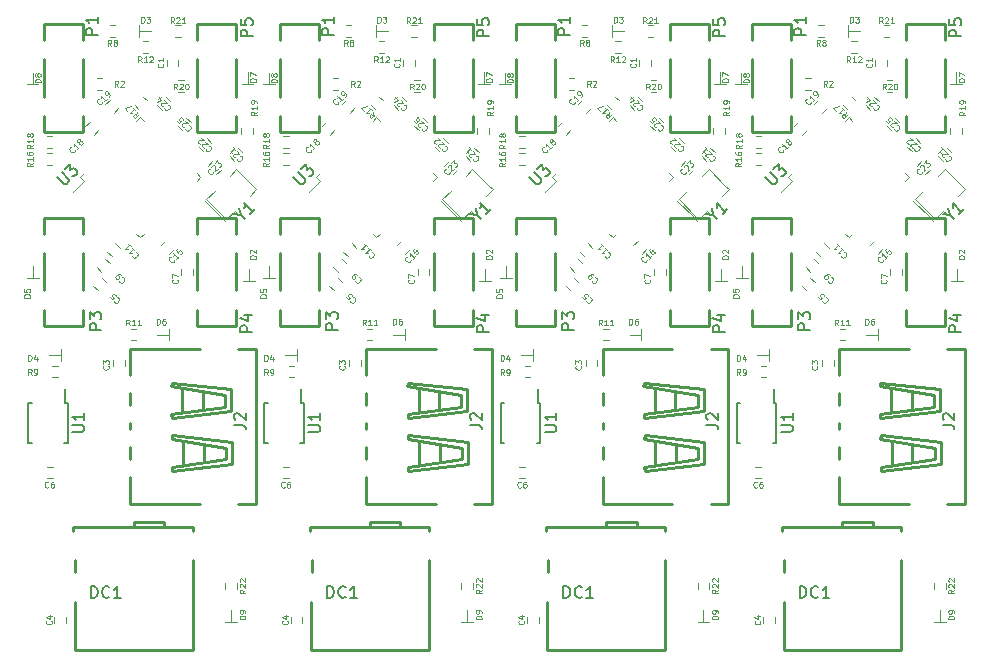
<source format=gbr>
%TF.GenerationSoftware,KiCad,Pcbnew,(6.0.7)*%
%TF.CreationDate,2023-08-28T04:04:33+08:00*%
%TF.ProjectId,USB_Hub_Panelization,5553425f-4875-4625-9f50-616e656c697a,rev?*%
%TF.SameCoordinates,Original*%
%TF.FileFunction,Legend,Top*%
%TF.FilePolarity,Positive*%
%FSLAX46Y46*%
G04 Gerber Fmt 4.6, Leading zero omitted, Abs format (unit mm)*
G04 Created by KiCad (PCBNEW (6.0.7)) date 2023-08-28 04:04:33*
%MOMM*%
%LPD*%
G01*
G04 APERTURE LIST*
%ADD10C,0.080000*%
%ADD11C,0.100000*%
%ADD12C,0.150000*%
%ADD13C,0.120000*%
%ADD14C,0.254000*%
G04 APERTURE END LIST*
D10*
%TO.C,C22*%
X154827341Y-74463139D02*
X154861013Y-74463139D01*
X154928356Y-74496811D01*
X154962028Y-74530482D01*
X154995700Y-74597826D01*
X154995700Y-74665169D01*
X154978864Y-74715677D01*
X154928356Y-74799856D01*
X154877849Y-74850364D01*
X154793669Y-74900872D01*
X154743162Y-74917707D01*
X154675818Y-74917707D01*
X154608475Y-74884036D01*
X154574803Y-74850364D01*
X154541131Y-74783020D01*
X154541131Y-74749349D01*
X154406444Y-74614662D02*
X154372772Y-74614662D01*
X154322265Y-74597826D01*
X154238085Y-74513646D01*
X154221249Y-74463139D01*
X154221249Y-74429467D01*
X154238085Y-74378959D01*
X154271757Y-74345288D01*
X154339100Y-74311616D01*
X154743162Y-74311616D01*
X154524295Y-74092749D01*
X154069726Y-74277944D02*
X154036055Y-74277944D01*
X153985547Y-74261108D01*
X153901368Y-74176929D01*
X153884532Y-74126421D01*
X153884532Y-74092749D01*
X153901368Y-74042242D01*
X153935039Y-74008570D01*
X154002383Y-73974898D01*
X154406444Y-73974898D01*
X154187578Y-73756032D01*
D11*
%TO.C,R9*%
X139815454Y-93863314D02*
X139648788Y-93625219D01*
X139529740Y-93863314D02*
X139529740Y-93363314D01*
X139720216Y-93363314D01*
X139767835Y-93387124D01*
X139791645Y-93410933D01*
X139815454Y-93458552D01*
X139815454Y-93529981D01*
X139791645Y-93577600D01*
X139767835Y-93601409D01*
X139720216Y-93625219D01*
X139529740Y-93625219D01*
X140053549Y-93863314D02*
X140148788Y-93863314D01*
X140196407Y-93839504D01*
X140220216Y-93815695D01*
X140267835Y-93744266D01*
X140291645Y-93649028D01*
X140291645Y-93458552D01*
X140267835Y-93410933D01*
X140244026Y-93387124D01*
X140196407Y-93363314D01*
X140101168Y-93363314D01*
X140053549Y-93387124D01*
X140029740Y-93410933D01*
X140005930Y-93458552D01*
X140005930Y-93577600D01*
X140029740Y-93625219D01*
X140053549Y-93649028D01*
X140101168Y-93672838D01*
X140196407Y-93672838D01*
X140244026Y-93649028D01*
X140267835Y-93625219D01*
X140291645Y-93577600D01*
D12*
%TO.C,DC1*%
X144837002Y-112739504D02*
X144837002Y-111739504D01*
X145075097Y-111739504D01*
X145217954Y-111787124D01*
X145313192Y-111882362D01*
X145360811Y-111977600D01*
X145408430Y-112168076D01*
X145408430Y-112310933D01*
X145360811Y-112501409D01*
X145313192Y-112596647D01*
X145217954Y-112691885D01*
X145075097Y-112739504D01*
X144837002Y-112739504D01*
X146408430Y-112644266D02*
X146360811Y-112691885D01*
X146217954Y-112739504D01*
X146122716Y-112739504D01*
X145979859Y-112691885D01*
X145884621Y-112596647D01*
X145837002Y-112501409D01*
X145789383Y-112310933D01*
X145789383Y-112168076D01*
X145837002Y-111977600D01*
X145884621Y-111882362D01*
X145979859Y-111787124D01*
X146122716Y-111739504D01*
X146217954Y-111739504D01*
X146360811Y-111787124D01*
X146408430Y-111834743D01*
X147360811Y-112739504D02*
X146789383Y-112739504D01*
X147075097Y-112739504D02*
X147075097Y-111739504D01*
X146979859Y-111882362D01*
X146884621Y-111977600D01*
X146789383Y-112025219D01*
D10*
%TO.C,C19*%
X145790665Y-70758570D02*
X145790665Y-70792242D01*
X145756993Y-70859585D01*
X145723322Y-70893257D01*
X145655978Y-70926929D01*
X145588635Y-70926929D01*
X145538127Y-70910093D01*
X145453948Y-70859585D01*
X145403440Y-70809078D01*
X145352932Y-70724898D01*
X145336097Y-70674391D01*
X145336097Y-70607047D01*
X145369768Y-70539704D01*
X145403440Y-70506032D01*
X145470784Y-70472360D01*
X145504455Y-70472360D01*
X146161055Y-70455524D02*
X145959024Y-70657555D01*
X146060039Y-70556539D02*
X145706486Y-70202986D01*
X145723322Y-70287165D01*
X145723322Y-70354509D01*
X145706486Y-70405017D01*
X146329413Y-70287165D02*
X146396757Y-70219822D01*
X146413593Y-70169314D01*
X146413593Y-70135642D01*
X146396757Y-70051463D01*
X146346249Y-69967284D01*
X146211562Y-69832597D01*
X146161055Y-69815761D01*
X146127383Y-69815761D01*
X146076875Y-69832597D01*
X146009532Y-69899940D01*
X145992696Y-69950448D01*
X145992696Y-69984120D01*
X146009532Y-70034627D01*
X146093711Y-70118807D01*
X146144219Y-70135642D01*
X146177890Y-70135642D01*
X146228398Y-70118807D01*
X146295742Y-70051463D01*
X146312577Y-70000955D01*
X146312577Y-69967284D01*
X146295742Y-69916776D01*
%TO.C,D7*%
X158799978Y-69031171D02*
X158299978Y-69031171D01*
X158299978Y-68912124D01*
X158323788Y-68840695D01*
X158371407Y-68793076D01*
X158419026Y-68769266D01*
X158514264Y-68745457D01*
X158585692Y-68745457D01*
X158680930Y-68769266D01*
X158728549Y-68793076D01*
X158776168Y-68840695D01*
X158799978Y-68912124D01*
X158799978Y-69031171D01*
X158299978Y-68578790D02*
X158299978Y-68245457D01*
X158799978Y-68459743D01*
D11*
%TO.C,R12*%
X149127359Y-67388314D02*
X148960692Y-67150219D01*
X148841645Y-67388314D02*
X148841645Y-66888314D01*
X149032121Y-66888314D01*
X149079740Y-66912124D01*
X149103549Y-66935933D01*
X149127359Y-66983552D01*
X149127359Y-67054981D01*
X149103549Y-67102600D01*
X149079740Y-67126409D01*
X149032121Y-67150219D01*
X148841645Y-67150219D01*
X149603549Y-67388314D02*
X149317835Y-67388314D01*
X149460692Y-67388314D02*
X149460692Y-66888314D01*
X149413073Y-66959743D01*
X149365454Y-67007362D01*
X149317835Y-67031171D01*
X149794026Y-66935933D02*
X149817835Y-66912124D01*
X149865454Y-66888314D01*
X149984502Y-66888314D01*
X150032121Y-66912124D01*
X150055930Y-66935933D01*
X150079740Y-66983552D01*
X150079740Y-67031171D01*
X150055930Y-67102600D01*
X149770216Y-67388314D01*
X150079740Y-67388314D01*
D10*
%TO.C,C3*%
X146302359Y-93095457D02*
X146326168Y-93119266D01*
X146349978Y-93190695D01*
X146349978Y-93238314D01*
X146326168Y-93309743D01*
X146278549Y-93357362D01*
X146230930Y-93381171D01*
X146135692Y-93404981D01*
X146064264Y-93404981D01*
X145969026Y-93381171D01*
X145921407Y-93357362D01*
X145873788Y-93309743D01*
X145849978Y-93238314D01*
X145849978Y-93190695D01*
X145873788Y-93119266D01*
X145897597Y-93095457D01*
X145849978Y-92928790D02*
X145849978Y-92619266D01*
X146040454Y-92785933D01*
X146040454Y-92714504D01*
X146064264Y-92666885D01*
X146088073Y-92643076D01*
X146135692Y-92619266D01*
X146254740Y-92619266D01*
X146302359Y-92643076D01*
X146326168Y-92666885D01*
X146349978Y-92714504D01*
X146349978Y-92857362D01*
X146326168Y-92904981D01*
X146302359Y-92928790D01*
D12*
%TO.C,U1*%
X143251168Y-98674028D02*
X144060692Y-98674028D01*
X144155930Y-98626409D01*
X144203549Y-98578790D01*
X144251168Y-98483552D01*
X144251168Y-98293076D01*
X144203549Y-98197838D01*
X144155930Y-98150219D01*
X144060692Y-98102600D01*
X143251168Y-98102600D01*
X144251168Y-97102600D02*
X144251168Y-97674028D01*
X144251168Y-97388314D02*
X143251168Y-97388314D01*
X143394026Y-97483552D01*
X143489264Y-97578790D01*
X143536883Y-97674028D01*
%TO.C,P1*%
X145401168Y-65051528D02*
X144401168Y-65051528D01*
X144401168Y-64670576D01*
X144448788Y-64575338D01*
X144496407Y-64527719D01*
X144591645Y-64480100D01*
X144734502Y-64480100D01*
X144829740Y-64527719D01*
X144877359Y-64575338D01*
X144924978Y-64670576D01*
X144924978Y-65051528D01*
X145401168Y-63527719D02*
X145401168Y-64099147D01*
X145401168Y-63813433D02*
X144401168Y-63813433D01*
X144544026Y-63908671D01*
X144639264Y-64003909D01*
X144686883Y-64099147D01*
D11*
%TO.C,R16*%
X139899978Y-75908552D02*
X139661883Y-76075219D01*
X139899978Y-76194266D02*
X139399978Y-76194266D01*
X139399978Y-76003790D01*
X139423788Y-75956171D01*
X139447597Y-75932362D01*
X139495216Y-75908552D01*
X139566645Y-75908552D01*
X139614264Y-75932362D01*
X139638073Y-75956171D01*
X139661883Y-76003790D01*
X139661883Y-76194266D01*
X139899978Y-75432362D02*
X139899978Y-75718076D01*
X139899978Y-75575219D02*
X139399978Y-75575219D01*
X139471407Y-75622838D01*
X139519026Y-75670457D01*
X139542835Y-75718076D01*
X139399978Y-75003790D02*
X139399978Y-75099028D01*
X139423788Y-75146647D01*
X139447597Y-75170457D01*
X139519026Y-75218076D01*
X139614264Y-75241885D01*
X139804740Y-75241885D01*
X139852359Y-75218076D01*
X139876168Y-75194266D01*
X139899978Y-75146647D01*
X139899978Y-75051409D01*
X139876168Y-75003790D01*
X139852359Y-74979981D01*
X139804740Y-74956171D01*
X139685692Y-74956171D01*
X139638073Y-74979981D01*
X139614264Y-75003790D01*
X139590454Y-75051409D01*
X139590454Y-75146647D01*
X139614264Y-75194266D01*
X139638073Y-75218076D01*
X139685692Y-75241885D01*
D10*
%TO.C,C24*%
X151352341Y-70963139D02*
X151386013Y-70963139D01*
X151453356Y-70996811D01*
X151487028Y-71030482D01*
X151520700Y-71097826D01*
X151520700Y-71165169D01*
X151503864Y-71215677D01*
X151453356Y-71299856D01*
X151402849Y-71350364D01*
X151318669Y-71400872D01*
X151268162Y-71417707D01*
X151200818Y-71417707D01*
X151133475Y-71384036D01*
X151099803Y-71350364D01*
X151066131Y-71283020D01*
X151066131Y-71249349D01*
X150931444Y-71114662D02*
X150897772Y-71114662D01*
X150847265Y-71097826D01*
X150763085Y-71013646D01*
X150746249Y-70963139D01*
X150746249Y-70929467D01*
X150763085Y-70878959D01*
X150796757Y-70845288D01*
X150864100Y-70811616D01*
X151268162Y-70811616D01*
X151049295Y-70592749D01*
X150510547Y-70525406D02*
X150746249Y-70289704D01*
X150460039Y-70744272D02*
X150796757Y-70575914D01*
X150577891Y-70357047D01*
D12*
%TO.C,J2*%
X156951168Y-98090814D02*
X157665454Y-98090814D01*
X157808311Y-98138433D01*
X157903549Y-98233671D01*
X157951168Y-98376528D01*
X157951168Y-98471766D01*
X157046407Y-97662243D02*
X156998788Y-97614624D01*
X156951168Y-97519385D01*
X156951168Y-97281290D01*
X156998788Y-97186052D01*
X157046407Y-97138433D01*
X157141645Y-97090814D01*
X157236883Y-97090814D01*
X157379740Y-97138433D01*
X157951168Y-97709862D01*
X157951168Y-97090814D01*
D10*
%TO.C,C6*%
X141240454Y-103340695D02*
X141216645Y-103364504D01*
X141145216Y-103388314D01*
X141097597Y-103388314D01*
X141026168Y-103364504D01*
X140978549Y-103316885D01*
X140954740Y-103269266D01*
X140930930Y-103174028D01*
X140930930Y-103102600D01*
X140954740Y-103007362D01*
X140978549Y-102959743D01*
X141026168Y-102912124D01*
X141097597Y-102888314D01*
X141145216Y-102888314D01*
X141216645Y-102912124D01*
X141240454Y-102935933D01*
X141669026Y-102888314D02*
X141573788Y-102888314D01*
X141526168Y-102912124D01*
X141502359Y-102935933D01*
X141454740Y-103007362D01*
X141430930Y-103102600D01*
X141430930Y-103293076D01*
X141454740Y-103340695D01*
X141478549Y-103364504D01*
X141526168Y-103388314D01*
X141621407Y-103388314D01*
X141669026Y-103364504D01*
X141692835Y-103340695D01*
X141716645Y-103293076D01*
X141716645Y-103174028D01*
X141692835Y-103126409D01*
X141669026Y-103102600D01*
X141621407Y-103078790D01*
X141526168Y-103078790D01*
X141478549Y-103102600D01*
X141454740Y-103126409D01*
X141430930Y-103174028D01*
D12*
%TO.C,P5*%
X158526168Y-65201528D02*
X157526168Y-65201528D01*
X157526168Y-64820576D01*
X157573788Y-64725338D01*
X157621407Y-64677719D01*
X157716645Y-64630100D01*
X157859502Y-64630100D01*
X157954740Y-64677719D01*
X158002359Y-64725338D01*
X158049978Y-64820576D01*
X158049978Y-65201528D01*
X157526168Y-63725338D02*
X157526168Y-64201528D01*
X158002359Y-64249147D01*
X157954740Y-64201528D01*
X157907121Y-64106290D01*
X157907121Y-63868195D01*
X157954740Y-63772957D01*
X158002359Y-63725338D01*
X158097597Y-63677719D01*
X158335692Y-63677719D01*
X158430930Y-63725338D01*
X158478549Y-63772957D01*
X158526168Y-63868195D01*
X158526168Y-64106290D01*
X158478549Y-64201528D01*
X158430930Y-64249147D01*
D10*
%TO.C,D9*%
X157924978Y-114531171D02*
X157424978Y-114531171D01*
X157424978Y-114412124D01*
X157448788Y-114340695D01*
X157496407Y-114293076D01*
X157544026Y-114269266D01*
X157639264Y-114245457D01*
X157710692Y-114245457D01*
X157805930Y-114269266D01*
X157853549Y-114293076D01*
X157901168Y-114340695D01*
X157924978Y-114412124D01*
X157924978Y-114531171D01*
X157924978Y-114007362D02*
X157924978Y-113912124D01*
X157901168Y-113864504D01*
X157877359Y-113840695D01*
X157805930Y-113793076D01*
X157710692Y-113769266D01*
X157520216Y-113769266D01*
X157472597Y-113793076D01*
X157448788Y-113816885D01*
X157424978Y-113864504D01*
X157424978Y-113959743D01*
X157448788Y-114007362D01*
X157472597Y-114031171D01*
X157520216Y-114054981D01*
X157639264Y-114054981D01*
X157686883Y-114031171D01*
X157710692Y-114007362D01*
X157734502Y-113959743D01*
X157734502Y-113864504D01*
X157710692Y-113816885D01*
X157686883Y-113793076D01*
X157639264Y-113769266D01*
%TO.C,C1*%
X150927359Y-67495457D02*
X150951168Y-67519266D01*
X150974978Y-67590695D01*
X150974978Y-67638314D01*
X150951168Y-67709743D01*
X150903549Y-67757362D01*
X150855930Y-67781171D01*
X150760692Y-67804981D01*
X150689264Y-67804981D01*
X150594026Y-67781171D01*
X150546407Y-67757362D01*
X150498788Y-67709743D01*
X150474978Y-67638314D01*
X150474978Y-67590695D01*
X150498788Y-67519266D01*
X150522597Y-67495457D01*
X150974978Y-67019266D02*
X150974978Y-67304981D01*
X150974978Y-67162124D02*
X150474978Y-67162124D01*
X150546407Y-67209743D01*
X150594026Y-67257362D01*
X150617835Y-67304981D01*
%TO.C,C21*%
X157477341Y-75288139D02*
X157511013Y-75288139D01*
X157578356Y-75321811D01*
X157612028Y-75355482D01*
X157645700Y-75422826D01*
X157645700Y-75490169D01*
X157628864Y-75540677D01*
X157578356Y-75624856D01*
X157527849Y-75675364D01*
X157443669Y-75725872D01*
X157393162Y-75742707D01*
X157325818Y-75742707D01*
X157258475Y-75709036D01*
X157224803Y-75675364D01*
X157191131Y-75608020D01*
X157191131Y-75574349D01*
X157056444Y-75439662D02*
X157022772Y-75439662D01*
X156972265Y-75422826D01*
X156888085Y-75338646D01*
X156871249Y-75288139D01*
X156871249Y-75254467D01*
X156888085Y-75203959D01*
X156921757Y-75170288D01*
X156989100Y-75136616D01*
X157393162Y-75136616D01*
X157174295Y-74917749D01*
X156837578Y-74581032D02*
X157039608Y-74783062D01*
X156938593Y-74682047D02*
X156585039Y-75035601D01*
X156669219Y-75018765D01*
X156736562Y-75018765D01*
X156787070Y-75035601D01*
%TO.C,C7*%
X152152359Y-85795457D02*
X152176168Y-85819266D01*
X152199978Y-85890695D01*
X152199978Y-85938314D01*
X152176168Y-86009743D01*
X152128549Y-86057362D01*
X152080930Y-86081171D01*
X151985692Y-86104981D01*
X151914264Y-86104981D01*
X151819026Y-86081171D01*
X151771407Y-86057362D01*
X151723788Y-86009743D01*
X151699978Y-85938314D01*
X151699978Y-85890695D01*
X151723788Y-85819266D01*
X151747597Y-85795457D01*
X151699978Y-85628790D02*
X151699978Y-85295457D01*
X152199978Y-85509743D01*
D11*
%TO.C,R17*%
X148728906Y-71586574D02*
X148678398Y-71872784D01*
X148930936Y-71788605D02*
X148577383Y-72142158D01*
X148442696Y-72007471D01*
X148425860Y-71956963D01*
X148425860Y-71923292D01*
X148442696Y-71872784D01*
X148493203Y-71822276D01*
X148543711Y-71805440D01*
X148577383Y-71805440D01*
X148627890Y-71822276D01*
X148762577Y-71956963D01*
X148392188Y-71249856D02*
X148594219Y-71451887D01*
X148493203Y-71350872D02*
X148139650Y-71704425D01*
X148223829Y-71687589D01*
X148291173Y-71687589D01*
X148341681Y-71704425D01*
X147920784Y-71485559D02*
X147685081Y-71249856D01*
X148190158Y-71047826D01*
%TO.C,R20*%
X152152359Y-69688314D02*
X151985692Y-69450219D01*
X151866645Y-69688314D02*
X151866645Y-69188314D01*
X152057121Y-69188314D01*
X152104740Y-69212124D01*
X152128549Y-69235933D01*
X152152359Y-69283552D01*
X152152359Y-69354981D01*
X152128549Y-69402600D01*
X152104740Y-69426409D01*
X152057121Y-69450219D01*
X151866645Y-69450219D01*
X152342835Y-69235933D02*
X152366645Y-69212124D01*
X152414264Y-69188314D01*
X152533311Y-69188314D01*
X152580930Y-69212124D01*
X152604740Y-69235933D01*
X152628549Y-69283552D01*
X152628549Y-69331171D01*
X152604740Y-69402600D01*
X152319026Y-69688314D01*
X152628549Y-69688314D01*
X152938073Y-69188314D02*
X152985692Y-69188314D01*
X153033311Y-69212124D01*
X153057121Y-69235933D01*
X153080930Y-69283552D01*
X153104740Y-69378790D01*
X153104740Y-69497838D01*
X153080930Y-69593076D01*
X153057121Y-69640695D01*
X153033311Y-69664504D01*
X152985692Y-69688314D01*
X152938073Y-69688314D01*
X152890454Y-69664504D01*
X152866645Y-69640695D01*
X152842835Y-69593076D01*
X152819026Y-69497838D01*
X152819026Y-69378790D01*
X152842835Y-69283552D01*
X152866645Y-69235933D01*
X152890454Y-69212124D01*
X152938073Y-69188314D01*
D12*
%TO.C,U3*%
X141947814Y-77088646D02*
X142520234Y-77661066D01*
X142621249Y-77694738D01*
X142688593Y-77694738D01*
X142789608Y-77661066D01*
X142924295Y-77526379D01*
X142957967Y-77425364D01*
X142957967Y-77358020D01*
X142924295Y-77257005D01*
X142351875Y-76684585D01*
X142621249Y-76415211D02*
X143058982Y-75977479D01*
X143092654Y-76482555D01*
X143193669Y-76381540D01*
X143294684Y-76347868D01*
X143362028Y-76347868D01*
X143463043Y-76381540D01*
X143631402Y-76549898D01*
X143665074Y-76650914D01*
X143665074Y-76718257D01*
X143631402Y-76819272D01*
X143429371Y-77021303D01*
X143328356Y-77054975D01*
X143261013Y-77054975D01*
D10*
%TO.C,D5*%
X139674978Y-87306171D02*
X139174978Y-87306171D01*
X139174978Y-87187124D01*
X139198788Y-87115695D01*
X139246407Y-87068076D01*
X139294026Y-87044266D01*
X139389264Y-87020457D01*
X139460692Y-87020457D01*
X139555930Y-87044266D01*
X139603549Y-87068076D01*
X139651168Y-87115695D01*
X139674978Y-87187124D01*
X139674978Y-87306171D01*
X139174978Y-86568076D02*
X139174978Y-86806171D01*
X139413073Y-86829981D01*
X139389264Y-86806171D01*
X139365454Y-86758552D01*
X139365454Y-86639504D01*
X139389264Y-86591885D01*
X139413073Y-86568076D01*
X139460692Y-86544266D01*
X139579740Y-86544266D01*
X139627359Y-86568076D01*
X139651168Y-86591885D01*
X139674978Y-86639504D01*
X139674978Y-86758552D01*
X139651168Y-86806171D01*
X139627359Y-86829981D01*
D11*
%TO.C,R2*%
X147165454Y-69438314D02*
X146998788Y-69200219D01*
X146879740Y-69438314D02*
X146879740Y-68938314D01*
X147070216Y-68938314D01*
X147117835Y-68962124D01*
X147141645Y-68985933D01*
X147165454Y-69033552D01*
X147165454Y-69104981D01*
X147141645Y-69152600D01*
X147117835Y-69176409D01*
X147070216Y-69200219D01*
X146879740Y-69200219D01*
X147355930Y-68985933D02*
X147379740Y-68962124D01*
X147427359Y-68938314D01*
X147546407Y-68938314D01*
X147594026Y-68962124D01*
X147617835Y-68985933D01*
X147641645Y-69033552D01*
X147641645Y-69081171D01*
X147617835Y-69152600D01*
X147332121Y-69438314D01*
X147641645Y-69438314D01*
D12*
%TO.C,Y1*%
X157545234Y-80332005D02*
X157881952Y-80668723D01*
X156939143Y-80197318D02*
X157545234Y-80332005D01*
X157410547Y-79725914D01*
X158723745Y-79826929D02*
X158319684Y-80230990D01*
X158521715Y-80028959D02*
X157814608Y-79321853D01*
X157848280Y-79490211D01*
X157848280Y-79624898D01*
X157814608Y-79725914D01*
D10*
%TO.C,C5*%
X147058982Y-87294780D02*
X147092654Y-87294780D01*
X147159997Y-87328452D01*
X147193669Y-87362123D01*
X147227341Y-87429467D01*
X147227341Y-87496811D01*
X147210505Y-87547318D01*
X147159997Y-87631498D01*
X147109490Y-87682005D01*
X147025310Y-87732513D01*
X146974803Y-87749349D01*
X146907459Y-87749349D01*
X146840116Y-87715677D01*
X146806444Y-87682005D01*
X146772772Y-87614662D01*
X146772772Y-87580990D01*
X146419219Y-87294780D02*
X146587578Y-87463139D01*
X146772772Y-87311616D01*
X146739100Y-87311616D01*
X146688593Y-87294780D01*
X146604413Y-87210601D01*
X146587578Y-87160093D01*
X146587578Y-87126421D01*
X146604413Y-87075914D01*
X146688593Y-86991734D01*
X146739100Y-86974898D01*
X146772772Y-86974898D01*
X146823280Y-86991734D01*
X146907459Y-87075914D01*
X146924295Y-87126421D01*
X146924295Y-87160093D01*
%TO.C,D6*%
X150404740Y-89588314D02*
X150404740Y-89088314D01*
X150523788Y-89088314D01*
X150595216Y-89112124D01*
X150642835Y-89159743D01*
X150666645Y-89207362D01*
X150690454Y-89302600D01*
X150690454Y-89374028D01*
X150666645Y-89469266D01*
X150642835Y-89516885D01*
X150595216Y-89564504D01*
X150523788Y-89588314D01*
X150404740Y-89588314D01*
X151119026Y-89088314D02*
X151023788Y-89088314D01*
X150976168Y-89112124D01*
X150952359Y-89135933D01*
X150904740Y-89207362D01*
X150880930Y-89302600D01*
X150880930Y-89493076D01*
X150904740Y-89540695D01*
X150928549Y-89564504D01*
X150976168Y-89588314D01*
X151071407Y-89588314D01*
X151119026Y-89564504D01*
X151142835Y-89540695D01*
X151166645Y-89493076D01*
X151166645Y-89374028D01*
X151142835Y-89326409D01*
X151119026Y-89302600D01*
X151071407Y-89278790D01*
X150976168Y-89278790D01*
X150928549Y-89302600D01*
X150904740Y-89326409D01*
X150880930Y-89374028D01*
D11*
%TO.C,R8*%
X146565454Y-65988314D02*
X146398788Y-65750219D01*
X146279740Y-65988314D02*
X146279740Y-65488314D01*
X146470216Y-65488314D01*
X146517835Y-65512124D01*
X146541645Y-65535933D01*
X146565454Y-65583552D01*
X146565454Y-65654981D01*
X146541645Y-65702600D01*
X146517835Y-65726409D01*
X146470216Y-65750219D01*
X146279740Y-65750219D01*
X146851168Y-65702600D02*
X146803549Y-65678790D01*
X146779740Y-65654981D01*
X146755930Y-65607362D01*
X146755930Y-65583552D01*
X146779740Y-65535933D01*
X146803549Y-65512124D01*
X146851168Y-65488314D01*
X146946407Y-65488314D01*
X146994026Y-65512124D01*
X147017835Y-65535933D01*
X147041645Y-65583552D01*
X147041645Y-65607362D01*
X147017835Y-65654981D01*
X146994026Y-65678790D01*
X146946407Y-65702600D01*
X146851168Y-65702600D01*
X146803549Y-65726409D01*
X146779740Y-65750219D01*
X146755930Y-65797838D01*
X146755930Y-65893076D01*
X146779740Y-65940695D01*
X146803549Y-65964504D01*
X146851168Y-65988314D01*
X146946407Y-65988314D01*
X146994026Y-65964504D01*
X147017835Y-65940695D01*
X147041645Y-65893076D01*
X147041645Y-65797838D01*
X147017835Y-65750219D01*
X146994026Y-65726409D01*
X146946407Y-65702600D01*
D10*
%TO.C,C11*%
X148627341Y-83463139D02*
X148661013Y-83463139D01*
X148728356Y-83496811D01*
X148762028Y-83530482D01*
X148795700Y-83597826D01*
X148795700Y-83665169D01*
X148778864Y-83715677D01*
X148728356Y-83799856D01*
X148677849Y-83850364D01*
X148593669Y-83900872D01*
X148543162Y-83917707D01*
X148475818Y-83917707D01*
X148408475Y-83884036D01*
X148374803Y-83850364D01*
X148341131Y-83783020D01*
X148341131Y-83749349D01*
X148324295Y-83092749D02*
X148526326Y-83294780D01*
X148425310Y-83193765D02*
X148071757Y-83547318D01*
X148155936Y-83530482D01*
X148223280Y-83530482D01*
X148273788Y-83547318D01*
X147987578Y-82756032D02*
X148189608Y-82958062D01*
X148088593Y-82857047D02*
X147735039Y-83210601D01*
X147819219Y-83193765D01*
X147886562Y-83193765D01*
X147937070Y-83210601D01*
%TO.C,D3*%
X149099740Y-64018314D02*
X149099740Y-63518314D01*
X149218788Y-63518314D01*
X149290216Y-63542124D01*
X149337835Y-63589743D01*
X149361645Y-63637362D01*
X149385454Y-63732600D01*
X149385454Y-63804028D01*
X149361645Y-63899266D01*
X149337835Y-63946885D01*
X149290216Y-63994504D01*
X149218788Y-64018314D01*
X149099740Y-64018314D01*
X149552121Y-63518314D02*
X149861645Y-63518314D01*
X149694978Y-63708790D01*
X149766407Y-63708790D01*
X149814026Y-63732600D01*
X149837835Y-63756409D01*
X149861645Y-63804028D01*
X149861645Y-63923076D01*
X149837835Y-63970695D01*
X149814026Y-63994504D01*
X149766407Y-64018314D01*
X149623549Y-64018314D01*
X149575930Y-63994504D01*
X149552121Y-63970695D01*
D11*
%TO.C,R22*%
X157924978Y-112033552D02*
X157686883Y-112200219D01*
X157924978Y-112319266D02*
X157424978Y-112319266D01*
X157424978Y-112128790D01*
X157448788Y-112081171D01*
X157472597Y-112057362D01*
X157520216Y-112033552D01*
X157591645Y-112033552D01*
X157639264Y-112057362D01*
X157663073Y-112081171D01*
X157686883Y-112128790D01*
X157686883Y-112319266D01*
X157472597Y-111843076D02*
X157448788Y-111819266D01*
X157424978Y-111771647D01*
X157424978Y-111652600D01*
X157448788Y-111604981D01*
X157472597Y-111581171D01*
X157520216Y-111557362D01*
X157567835Y-111557362D01*
X157639264Y-111581171D01*
X157924978Y-111866885D01*
X157924978Y-111557362D01*
X157472597Y-111366885D02*
X157448788Y-111343076D01*
X157424978Y-111295457D01*
X157424978Y-111176409D01*
X157448788Y-111128790D01*
X157472597Y-111104981D01*
X157520216Y-111081171D01*
X157567835Y-111081171D01*
X157639264Y-111104981D01*
X157924978Y-111390695D01*
X157924978Y-111081171D01*
D10*
%TO.C,C15*%
X151904879Y-84122784D02*
X151904879Y-84156456D01*
X151871207Y-84223799D01*
X151837536Y-84257471D01*
X151770192Y-84291143D01*
X151702849Y-84291143D01*
X151652341Y-84274307D01*
X151568162Y-84223799D01*
X151517654Y-84173292D01*
X151467146Y-84089112D01*
X151450311Y-84038605D01*
X151450311Y-83971261D01*
X151483982Y-83903918D01*
X151517654Y-83870246D01*
X151584998Y-83836574D01*
X151618669Y-83836574D01*
X152275269Y-83819738D02*
X152073238Y-84021769D01*
X152174253Y-83920753D02*
X151820700Y-83567200D01*
X151837536Y-83651379D01*
X151837536Y-83718723D01*
X151820700Y-83769231D01*
X152241597Y-83146303D02*
X152073238Y-83314662D01*
X152224761Y-83499856D01*
X152224761Y-83466185D01*
X152241597Y-83415677D01*
X152325776Y-83331498D01*
X152376284Y-83314662D01*
X152409956Y-83314662D01*
X152460463Y-83331498D01*
X152544643Y-83415677D01*
X152561478Y-83466185D01*
X152561478Y-83499856D01*
X152544643Y-83550364D01*
X152460463Y-83634543D01*
X152409956Y-83651379D01*
X152376284Y-83651379D01*
%TO.C,D2*%
X158799978Y-84006171D02*
X158299978Y-84006171D01*
X158299978Y-83887124D01*
X158323788Y-83815695D01*
X158371407Y-83768076D01*
X158419026Y-83744266D01*
X158514264Y-83720457D01*
X158585692Y-83720457D01*
X158680930Y-83744266D01*
X158728549Y-83768076D01*
X158776168Y-83815695D01*
X158799978Y-83887124D01*
X158799978Y-84006171D01*
X158347597Y-83529981D02*
X158323788Y-83506171D01*
X158299978Y-83458552D01*
X158299978Y-83339504D01*
X158323788Y-83291885D01*
X158347597Y-83268076D01*
X158395216Y-83244266D01*
X158442835Y-83244266D01*
X158514264Y-83268076D01*
X158799978Y-83553790D01*
X158799978Y-83244266D01*
%TO.C,C23*%
X155197772Y-76690677D02*
X155197772Y-76724349D01*
X155164100Y-76791692D01*
X155130429Y-76825364D01*
X155063085Y-76859036D01*
X154995742Y-76859036D01*
X154945234Y-76842200D01*
X154861055Y-76791692D01*
X154810547Y-76741185D01*
X154760039Y-76657005D01*
X154743204Y-76606498D01*
X154743204Y-76539154D01*
X154776875Y-76471811D01*
X154810547Y-76438139D01*
X154877891Y-76404467D01*
X154911562Y-76404467D01*
X155046249Y-76269780D02*
X155046249Y-76236108D01*
X155063085Y-76185601D01*
X155147265Y-76101421D01*
X155197772Y-76084585D01*
X155231444Y-76084585D01*
X155281952Y-76101421D01*
X155315623Y-76135093D01*
X155349295Y-76202436D01*
X155349295Y-76606498D01*
X155568162Y-76387631D01*
X155332459Y-75916227D02*
X155551326Y-75697360D01*
X155568162Y-75949898D01*
X155618669Y-75899391D01*
X155669177Y-75882555D01*
X155702849Y-75882555D01*
X155753356Y-75899391D01*
X155837536Y-75983570D01*
X155854371Y-76034078D01*
X155854371Y-76067749D01*
X155837536Y-76118257D01*
X155736520Y-76219272D01*
X155686013Y-76236108D01*
X155652341Y-76236108D01*
D12*
%TO.C,P3*%
X145726168Y-90051528D02*
X144726168Y-90051528D01*
X144726168Y-89670576D01*
X144773788Y-89575338D01*
X144821407Y-89527719D01*
X144916645Y-89480100D01*
X145059502Y-89480100D01*
X145154740Y-89527719D01*
X145202359Y-89575338D01*
X145249978Y-89670576D01*
X145249978Y-90051528D01*
X144726168Y-89146766D02*
X144726168Y-88527719D01*
X145107121Y-88861052D01*
X145107121Y-88718195D01*
X145154740Y-88622957D01*
X145202359Y-88575338D01*
X145297597Y-88527719D01*
X145535692Y-88527719D01*
X145630930Y-88575338D01*
X145678549Y-88622957D01*
X145726168Y-88718195D01*
X145726168Y-89003909D01*
X145678549Y-89099147D01*
X145630930Y-89146766D01*
D11*
%TO.C,R11*%
X148127359Y-89663314D02*
X147960692Y-89425219D01*
X147841645Y-89663314D02*
X147841645Y-89163314D01*
X148032121Y-89163314D01*
X148079740Y-89187124D01*
X148103549Y-89210933D01*
X148127359Y-89258552D01*
X148127359Y-89329981D01*
X148103549Y-89377600D01*
X148079740Y-89401409D01*
X148032121Y-89425219D01*
X147841645Y-89425219D01*
X148603549Y-89663314D02*
X148317835Y-89663314D01*
X148460692Y-89663314D02*
X148460692Y-89163314D01*
X148413073Y-89234743D01*
X148365454Y-89282362D01*
X148317835Y-89306171D01*
X149079740Y-89663314D02*
X148794026Y-89663314D01*
X148936883Y-89663314D02*
X148936883Y-89163314D01*
X148889264Y-89234743D01*
X148841645Y-89282362D01*
X148794026Y-89306171D01*
%TO.C,R19*%
X158874978Y-71558552D02*
X158636883Y-71725219D01*
X158874978Y-71844266D02*
X158374978Y-71844266D01*
X158374978Y-71653790D01*
X158398788Y-71606171D01*
X158422597Y-71582362D01*
X158470216Y-71558552D01*
X158541645Y-71558552D01*
X158589264Y-71582362D01*
X158613073Y-71606171D01*
X158636883Y-71653790D01*
X158636883Y-71844266D01*
X158874978Y-71082362D02*
X158874978Y-71368076D01*
X158874978Y-71225219D02*
X158374978Y-71225219D01*
X158446407Y-71272838D01*
X158494026Y-71320457D01*
X158517835Y-71368076D01*
X158874978Y-70844266D02*
X158874978Y-70749028D01*
X158851168Y-70701409D01*
X158827359Y-70677600D01*
X158755930Y-70629981D01*
X158660692Y-70606171D01*
X158470216Y-70606171D01*
X158422597Y-70629981D01*
X158398788Y-70653790D01*
X158374978Y-70701409D01*
X158374978Y-70796647D01*
X158398788Y-70844266D01*
X158422597Y-70868076D01*
X158470216Y-70891885D01*
X158589264Y-70891885D01*
X158636883Y-70868076D01*
X158660692Y-70844266D01*
X158684502Y-70796647D01*
X158684502Y-70701409D01*
X158660692Y-70653790D01*
X158636883Y-70629981D01*
X158589264Y-70606171D01*
D12*
%TO.C,P4*%
X158501168Y-90226528D02*
X157501168Y-90226528D01*
X157501168Y-89845576D01*
X157548788Y-89750338D01*
X157596407Y-89702719D01*
X157691645Y-89655100D01*
X157834502Y-89655100D01*
X157929740Y-89702719D01*
X157977359Y-89750338D01*
X158024978Y-89845576D01*
X158024978Y-90226528D01*
X157834502Y-88797957D02*
X158501168Y-88797957D01*
X157453549Y-89036052D02*
X158167835Y-89274147D01*
X158167835Y-88655100D01*
D11*
%TO.C,R18*%
X139924978Y-74358552D02*
X139686883Y-74525219D01*
X139924978Y-74644266D02*
X139424978Y-74644266D01*
X139424978Y-74453790D01*
X139448788Y-74406171D01*
X139472597Y-74382362D01*
X139520216Y-74358552D01*
X139591645Y-74358552D01*
X139639264Y-74382362D01*
X139663073Y-74406171D01*
X139686883Y-74453790D01*
X139686883Y-74644266D01*
X139924978Y-73882362D02*
X139924978Y-74168076D01*
X139924978Y-74025219D02*
X139424978Y-74025219D01*
X139496407Y-74072838D01*
X139544026Y-74120457D01*
X139567835Y-74168076D01*
X139639264Y-73596647D02*
X139615454Y-73644266D01*
X139591645Y-73668076D01*
X139544026Y-73691885D01*
X139520216Y-73691885D01*
X139472597Y-73668076D01*
X139448788Y-73644266D01*
X139424978Y-73596647D01*
X139424978Y-73501409D01*
X139448788Y-73453790D01*
X139472597Y-73429981D01*
X139520216Y-73406171D01*
X139544026Y-73406171D01*
X139591645Y-73429981D01*
X139615454Y-73453790D01*
X139639264Y-73501409D01*
X139639264Y-73596647D01*
X139663073Y-73644266D01*
X139686883Y-73668076D01*
X139734502Y-73691885D01*
X139829740Y-73691885D01*
X139877359Y-73668076D01*
X139901168Y-73644266D01*
X139924978Y-73596647D01*
X139924978Y-73501409D01*
X139901168Y-73453790D01*
X139877359Y-73429981D01*
X139829740Y-73406171D01*
X139734502Y-73406171D01*
X139686883Y-73429981D01*
X139663073Y-73453790D01*
X139639264Y-73501409D01*
D10*
%TO.C,D8*%
X140574978Y-69081171D02*
X140074978Y-69081171D01*
X140074978Y-68962124D01*
X140098788Y-68890695D01*
X140146407Y-68843076D01*
X140194026Y-68819266D01*
X140289264Y-68795457D01*
X140360692Y-68795457D01*
X140455930Y-68819266D01*
X140503549Y-68843076D01*
X140551168Y-68890695D01*
X140574978Y-68962124D01*
X140574978Y-69081171D01*
X140289264Y-68509743D02*
X140265454Y-68557362D01*
X140241645Y-68581171D01*
X140194026Y-68604981D01*
X140170216Y-68604981D01*
X140122597Y-68581171D01*
X140098788Y-68557362D01*
X140074978Y-68509743D01*
X140074978Y-68414504D01*
X140098788Y-68366885D01*
X140122597Y-68343076D01*
X140170216Y-68319266D01*
X140194026Y-68319266D01*
X140241645Y-68343076D01*
X140265454Y-68366885D01*
X140289264Y-68414504D01*
X140289264Y-68509743D01*
X140313073Y-68557362D01*
X140336883Y-68581171D01*
X140384502Y-68604981D01*
X140479740Y-68604981D01*
X140527359Y-68581171D01*
X140551168Y-68557362D01*
X140574978Y-68509743D01*
X140574978Y-68414504D01*
X140551168Y-68366885D01*
X140527359Y-68343076D01*
X140479740Y-68319266D01*
X140384502Y-68319266D01*
X140336883Y-68343076D01*
X140313073Y-68366885D01*
X140289264Y-68414504D01*
%TO.C,D4*%
X139529740Y-92663314D02*
X139529740Y-92163314D01*
X139648788Y-92163314D01*
X139720216Y-92187124D01*
X139767835Y-92234743D01*
X139791645Y-92282362D01*
X139815454Y-92377600D01*
X139815454Y-92449028D01*
X139791645Y-92544266D01*
X139767835Y-92591885D01*
X139720216Y-92639504D01*
X139648788Y-92663314D01*
X139529740Y-92663314D01*
X140244026Y-92329981D02*
X140244026Y-92663314D01*
X140124978Y-92139504D02*
X140005930Y-92496647D01*
X140315454Y-92496647D01*
%TO.C,C25*%
X153127341Y-72713139D02*
X153161013Y-72713139D01*
X153228356Y-72746811D01*
X153262028Y-72780482D01*
X153295700Y-72847826D01*
X153295700Y-72915169D01*
X153278864Y-72965677D01*
X153228356Y-73049856D01*
X153177849Y-73100364D01*
X153093669Y-73150872D01*
X153043162Y-73167707D01*
X152975818Y-73167707D01*
X152908475Y-73134036D01*
X152874803Y-73100364D01*
X152841131Y-73033020D01*
X152841131Y-72999349D01*
X152706444Y-72864662D02*
X152672772Y-72864662D01*
X152622265Y-72847826D01*
X152538085Y-72763646D01*
X152521249Y-72713139D01*
X152521249Y-72679467D01*
X152538085Y-72628959D01*
X152571757Y-72595288D01*
X152639100Y-72561616D01*
X153043162Y-72561616D01*
X152824295Y-72342749D01*
X152150860Y-72376421D02*
X152319219Y-72544780D01*
X152504413Y-72393257D01*
X152470742Y-72393257D01*
X152420234Y-72376421D01*
X152336055Y-72292242D01*
X152319219Y-72241734D01*
X152319219Y-72208062D01*
X152336055Y-72157555D01*
X152420234Y-72073375D01*
X152470742Y-72056540D01*
X152504413Y-72056540D01*
X152554921Y-72073375D01*
X152639100Y-72157555D01*
X152655936Y-72208062D01*
X152655936Y-72241734D01*
D11*
%TO.C,R21*%
X151877359Y-64088314D02*
X151710692Y-63850219D01*
X151591645Y-64088314D02*
X151591645Y-63588314D01*
X151782121Y-63588314D01*
X151829740Y-63612124D01*
X151853549Y-63635933D01*
X151877359Y-63683552D01*
X151877359Y-63754981D01*
X151853549Y-63802600D01*
X151829740Y-63826409D01*
X151782121Y-63850219D01*
X151591645Y-63850219D01*
X152067835Y-63635933D02*
X152091645Y-63612124D01*
X152139264Y-63588314D01*
X152258311Y-63588314D01*
X152305930Y-63612124D01*
X152329740Y-63635933D01*
X152353549Y-63683552D01*
X152353549Y-63731171D01*
X152329740Y-63802600D01*
X152044026Y-64088314D01*
X152353549Y-64088314D01*
X152829740Y-64088314D02*
X152544026Y-64088314D01*
X152686883Y-64088314D02*
X152686883Y-63588314D01*
X152639264Y-63659743D01*
X152591645Y-63707362D01*
X152544026Y-63731171D01*
D10*
%TO.C,C18*%
X143472772Y-74840677D02*
X143472772Y-74874349D01*
X143439100Y-74941692D01*
X143405429Y-74975364D01*
X143338085Y-75009036D01*
X143270742Y-75009036D01*
X143220234Y-74992200D01*
X143136055Y-74941692D01*
X143085547Y-74891185D01*
X143035039Y-74807005D01*
X143018204Y-74756498D01*
X143018204Y-74689154D01*
X143051875Y-74621811D01*
X143085547Y-74588139D01*
X143152891Y-74554467D01*
X143186562Y-74554467D01*
X143843162Y-74537631D02*
X143641131Y-74739662D01*
X143742146Y-74638646D02*
X143388593Y-74285093D01*
X143405429Y-74369272D01*
X143405429Y-74436616D01*
X143388593Y-74487124D01*
X143843162Y-74133570D02*
X143792654Y-74150406D01*
X143758982Y-74150406D01*
X143708475Y-74133570D01*
X143691639Y-74116734D01*
X143674803Y-74066227D01*
X143674803Y-74032555D01*
X143691639Y-73982047D01*
X143758982Y-73914704D01*
X143809490Y-73897868D01*
X143843162Y-73897868D01*
X143893669Y-73914704D01*
X143910505Y-73931540D01*
X143927341Y-73982047D01*
X143927341Y-74015719D01*
X143910505Y-74066227D01*
X143843162Y-74133570D01*
X143826326Y-74184078D01*
X143826326Y-74217749D01*
X143843162Y-74268257D01*
X143910505Y-74335601D01*
X143961013Y-74352436D01*
X143994684Y-74352436D01*
X144045192Y-74335601D01*
X144112536Y-74268257D01*
X144129371Y-74217749D01*
X144129371Y-74184078D01*
X144112536Y-74133570D01*
X144045192Y-74066227D01*
X143994684Y-74049391D01*
X143961013Y-74049391D01*
X143910505Y-74066227D01*
%TO.C,C4*%
X141477359Y-114670457D02*
X141501168Y-114694266D01*
X141524978Y-114765695D01*
X141524978Y-114813314D01*
X141501168Y-114884743D01*
X141453549Y-114932362D01*
X141405930Y-114956171D01*
X141310692Y-114979981D01*
X141239264Y-114979981D01*
X141144026Y-114956171D01*
X141096407Y-114932362D01*
X141048788Y-114884743D01*
X141024978Y-114813314D01*
X141024978Y-114765695D01*
X141048788Y-114694266D01*
X141072597Y-114670457D01*
X141191645Y-114241885D02*
X141524978Y-114241885D01*
X141001168Y-114360933D02*
X141358311Y-114479981D01*
X141358311Y-114170457D01*
%TO.C,C9*%
X147508982Y-85594780D02*
X147542654Y-85594780D01*
X147609997Y-85628452D01*
X147643669Y-85662123D01*
X147677341Y-85729467D01*
X147677341Y-85796811D01*
X147660505Y-85847318D01*
X147609997Y-85931498D01*
X147559490Y-85982005D01*
X147475310Y-86032513D01*
X147424803Y-86049349D01*
X147357459Y-86049349D01*
X147290116Y-86015677D01*
X147256444Y-85982005D01*
X147222772Y-85914662D01*
X147222772Y-85880990D01*
X147374295Y-85392749D02*
X147306952Y-85325406D01*
X147256444Y-85308570D01*
X147222772Y-85308570D01*
X147138593Y-85325406D01*
X147054413Y-85375914D01*
X146919726Y-85510601D01*
X146902891Y-85561108D01*
X146902891Y-85594780D01*
X146919726Y-85645288D01*
X146987070Y-85712631D01*
X147037578Y-85729467D01*
X147071249Y-85729467D01*
X147121757Y-85712631D01*
X147205936Y-85628452D01*
X147222772Y-85577944D01*
X147222772Y-85544272D01*
X147205936Y-85493765D01*
X147138593Y-85426421D01*
X147088085Y-85409585D01*
X147054413Y-85409585D01*
X147003906Y-85426421D01*
%TO.C,D9*%
X137924978Y-114531171D02*
X137424978Y-114531171D01*
X137424978Y-114412124D01*
X137448788Y-114340695D01*
X137496407Y-114293076D01*
X137544026Y-114269266D01*
X137639264Y-114245457D01*
X137710692Y-114245457D01*
X137805930Y-114269266D01*
X137853549Y-114293076D01*
X137901168Y-114340695D01*
X137924978Y-114412124D01*
X137924978Y-114531171D01*
X137924978Y-114007362D02*
X137924978Y-113912124D01*
X137901168Y-113864504D01*
X137877359Y-113840695D01*
X137805930Y-113793076D01*
X137710692Y-113769266D01*
X137520216Y-113769266D01*
X137472597Y-113793076D01*
X137448788Y-113816885D01*
X137424978Y-113864504D01*
X137424978Y-113959743D01*
X137448788Y-114007362D01*
X137472597Y-114031171D01*
X137520216Y-114054981D01*
X137639264Y-114054981D01*
X137686883Y-114031171D01*
X137710692Y-114007362D01*
X137734502Y-113959743D01*
X137734502Y-113864504D01*
X137710692Y-113816885D01*
X137686883Y-113793076D01*
X137639264Y-113769266D01*
%TO.C,C1*%
X130927359Y-67495457D02*
X130951168Y-67519266D01*
X130974978Y-67590695D01*
X130974978Y-67638314D01*
X130951168Y-67709743D01*
X130903549Y-67757362D01*
X130855930Y-67781171D01*
X130760692Y-67804981D01*
X130689264Y-67804981D01*
X130594026Y-67781171D01*
X130546407Y-67757362D01*
X130498788Y-67709743D01*
X130474978Y-67638314D01*
X130474978Y-67590695D01*
X130498788Y-67519266D01*
X130522597Y-67495457D01*
X130974978Y-67019266D02*
X130974978Y-67304981D01*
X130974978Y-67162124D02*
X130474978Y-67162124D01*
X130546407Y-67209743D01*
X130594026Y-67257362D01*
X130617835Y-67304981D01*
%TO.C,C22*%
X134827341Y-74463139D02*
X134861013Y-74463139D01*
X134928356Y-74496811D01*
X134962028Y-74530482D01*
X134995700Y-74597826D01*
X134995700Y-74665169D01*
X134978864Y-74715677D01*
X134928356Y-74799856D01*
X134877849Y-74850364D01*
X134793669Y-74900872D01*
X134743162Y-74917707D01*
X134675818Y-74917707D01*
X134608475Y-74884036D01*
X134574803Y-74850364D01*
X134541131Y-74783020D01*
X134541131Y-74749349D01*
X134406444Y-74614662D02*
X134372772Y-74614662D01*
X134322265Y-74597826D01*
X134238085Y-74513646D01*
X134221249Y-74463139D01*
X134221249Y-74429467D01*
X134238085Y-74378959D01*
X134271757Y-74345288D01*
X134339100Y-74311616D01*
X134743162Y-74311616D01*
X134524295Y-74092749D01*
X134069726Y-74277944D02*
X134036055Y-74277944D01*
X133985547Y-74261108D01*
X133901368Y-74176929D01*
X133884532Y-74126421D01*
X133884532Y-74092749D01*
X133901368Y-74042242D01*
X133935039Y-74008570D01*
X134002383Y-73974898D01*
X134406444Y-73974898D01*
X134187578Y-73756032D01*
%TO.C,C19*%
X125790665Y-70758570D02*
X125790665Y-70792242D01*
X125756993Y-70859585D01*
X125723322Y-70893257D01*
X125655978Y-70926929D01*
X125588635Y-70926929D01*
X125538127Y-70910093D01*
X125453948Y-70859585D01*
X125403440Y-70809078D01*
X125352932Y-70724898D01*
X125336097Y-70674391D01*
X125336097Y-70607047D01*
X125369768Y-70539704D01*
X125403440Y-70506032D01*
X125470784Y-70472360D01*
X125504455Y-70472360D01*
X126161055Y-70455524D02*
X125959024Y-70657555D01*
X126060039Y-70556539D02*
X125706486Y-70202986D01*
X125723322Y-70287165D01*
X125723322Y-70354509D01*
X125706486Y-70405017D01*
X126329413Y-70287165D02*
X126396757Y-70219822D01*
X126413593Y-70169314D01*
X126413593Y-70135642D01*
X126396757Y-70051463D01*
X126346249Y-69967284D01*
X126211562Y-69832597D01*
X126161055Y-69815761D01*
X126127383Y-69815761D01*
X126076875Y-69832597D01*
X126009532Y-69899940D01*
X125992696Y-69950448D01*
X125992696Y-69984120D01*
X126009532Y-70034627D01*
X126093711Y-70118807D01*
X126144219Y-70135642D01*
X126177890Y-70135642D01*
X126228398Y-70118807D01*
X126295742Y-70051463D01*
X126312577Y-70000955D01*
X126312577Y-69967284D01*
X126295742Y-69916776D01*
%TO.C,C5*%
X127058982Y-87294780D02*
X127092654Y-87294780D01*
X127159997Y-87328452D01*
X127193669Y-87362124D01*
X127227341Y-87429467D01*
X127227341Y-87496811D01*
X127210505Y-87547318D01*
X127159997Y-87631498D01*
X127109490Y-87682005D01*
X127025310Y-87732513D01*
X126974803Y-87749349D01*
X126907459Y-87749349D01*
X126840116Y-87715677D01*
X126806444Y-87682005D01*
X126772772Y-87614662D01*
X126772772Y-87580990D01*
X126419219Y-87294780D02*
X126587578Y-87463139D01*
X126772772Y-87311616D01*
X126739100Y-87311616D01*
X126688593Y-87294780D01*
X126604413Y-87210601D01*
X126587578Y-87160093D01*
X126587578Y-87126421D01*
X126604413Y-87075914D01*
X126688593Y-86991734D01*
X126739100Y-86974898D01*
X126772772Y-86974898D01*
X126823280Y-86991734D01*
X126907459Y-87075914D01*
X126924295Y-87126421D01*
X126924295Y-87160093D01*
%TO.C,D7*%
X138799978Y-69031171D02*
X138299978Y-69031171D01*
X138299978Y-68912124D01*
X138323788Y-68840695D01*
X138371407Y-68793076D01*
X138419026Y-68769266D01*
X138514264Y-68745457D01*
X138585692Y-68745457D01*
X138680930Y-68769266D01*
X138728549Y-68793076D01*
X138776168Y-68840695D01*
X138799978Y-68912124D01*
X138799978Y-69031171D01*
X138299978Y-68578790D02*
X138299978Y-68245457D01*
X138799978Y-68459743D01*
D11*
%TO.C,R12*%
X129127359Y-67388314D02*
X128960692Y-67150219D01*
X128841645Y-67388314D02*
X128841645Y-66888314D01*
X129032121Y-66888314D01*
X129079740Y-66912124D01*
X129103549Y-66935933D01*
X129127359Y-66983552D01*
X129127359Y-67054981D01*
X129103549Y-67102600D01*
X129079740Y-67126409D01*
X129032121Y-67150219D01*
X128841645Y-67150219D01*
X129603549Y-67388314D02*
X129317835Y-67388314D01*
X129460692Y-67388314D02*
X129460692Y-66888314D01*
X129413073Y-66959743D01*
X129365454Y-67007362D01*
X129317835Y-67031171D01*
X129794026Y-66935933D02*
X129817835Y-66912124D01*
X129865454Y-66888314D01*
X129984502Y-66888314D01*
X130032121Y-66912124D01*
X130055930Y-66935933D01*
X130079740Y-66983552D01*
X130079740Y-67031171D01*
X130055930Y-67102600D01*
X129770216Y-67388314D01*
X130079740Y-67388314D01*
D10*
%TO.C,C3*%
X126302359Y-93095457D02*
X126326168Y-93119266D01*
X126349978Y-93190695D01*
X126349978Y-93238314D01*
X126326168Y-93309743D01*
X126278549Y-93357362D01*
X126230930Y-93381171D01*
X126135692Y-93404981D01*
X126064264Y-93404981D01*
X125969026Y-93381171D01*
X125921407Y-93357362D01*
X125873788Y-93309743D01*
X125849978Y-93238314D01*
X125849978Y-93190695D01*
X125873788Y-93119266D01*
X125897597Y-93095457D01*
X125849978Y-92928790D02*
X125849978Y-92619266D01*
X126040454Y-92785933D01*
X126040454Y-92714504D01*
X126064264Y-92666885D01*
X126088073Y-92643076D01*
X126135692Y-92619266D01*
X126254740Y-92619266D01*
X126302359Y-92643076D01*
X126326168Y-92666885D01*
X126349978Y-92714504D01*
X126349978Y-92857362D01*
X126326168Y-92904981D01*
X126302359Y-92928790D01*
D12*
%TO.C,U1*%
X123251168Y-98674028D02*
X124060692Y-98674028D01*
X124155930Y-98626409D01*
X124203549Y-98578790D01*
X124251168Y-98483552D01*
X124251168Y-98293076D01*
X124203549Y-98197838D01*
X124155930Y-98150219D01*
X124060692Y-98102600D01*
X123251168Y-98102600D01*
X124251168Y-97102600D02*
X124251168Y-97674028D01*
X124251168Y-97388314D02*
X123251168Y-97388314D01*
X123394026Y-97483552D01*
X123489264Y-97578790D01*
X123536883Y-97674028D01*
D10*
%TO.C,C9*%
X127508982Y-85594780D02*
X127542654Y-85594780D01*
X127609997Y-85628452D01*
X127643669Y-85662124D01*
X127677341Y-85729467D01*
X127677341Y-85796811D01*
X127660505Y-85847318D01*
X127609997Y-85931498D01*
X127559490Y-85982005D01*
X127475310Y-86032513D01*
X127424803Y-86049349D01*
X127357459Y-86049349D01*
X127290116Y-86015677D01*
X127256444Y-85982005D01*
X127222772Y-85914662D01*
X127222772Y-85880990D01*
X127374295Y-85392749D02*
X127306952Y-85325406D01*
X127256444Y-85308570D01*
X127222772Y-85308570D01*
X127138593Y-85325406D01*
X127054413Y-85375914D01*
X126919726Y-85510601D01*
X126902891Y-85561108D01*
X126902891Y-85594780D01*
X126919726Y-85645288D01*
X126987070Y-85712631D01*
X127037578Y-85729467D01*
X127071249Y-85729467D01*
X127121757Y-85712631D01*
X127205936Y-85628452D01*
X127222772Y-85577944D01*
X127222772Y-85544272D01*
X127205936Y-85493765D01*
X127138593Y-85426421D01*
X127088085Y-85409585D01*
X127054413Y-85409585D01*
X127003906Y-85426421D01*
D11*
%TO.C,R16*%
X119899978Y-75908552D02*
X119661883Y-76075219D01*
X119899978Y-76194266D02*
X119399978Y-76194266D01*
X119399978Y-76003790D01*
X119423788Y-75956171D01*
X119447597Y-75932362D01*
X119495216Y-75908552D01*
X119566645Y-75908552D01*
X119614264Y-75932362D01*
X119638073Y-75956171D01*
X119661883Y-76003790D01*
X119661883Y-76194266D01*
X119899978Y-75432362D02*
X119899978Y-75718076D01*
X119899978Y-75575219D02*
X119399978Y-75575219D01*
X119471407Y-75622838D01*
X119519026Y-75670457D01*
X119542835Y-75718076D01*
X119399978Y-75003790D02*
X119399978Y-75099028D01*
X119423788Y-75146647D01*
X119447597Y-75170457D01*
X119519026Y-75218076D01*
X119614264Y-75241885D01*
X119804740Y-75241885D01*
X119852359Y-75218076D01*
X119876168Y-75194266D01*
X119899978Y-75146647D01*
X119899978Y-75051409D01*
X119876168Y-75003790D01*
X119852359Y-74979981D01*
X119804740Y-74956171D01*
X119685692Y-74956171D01*
X119638073Y-74979981D01*
X119614264Y-75003790D01*
X119590454Y-75051409D01*
X119590454Y-75146647D01*
X119614264Y-75194266D01*
X119638073Y-75218076D01*
X119685692Y-75241885D01*
D10*
%TO.C,C24*%
X131352341Y-70963139D02*
X131386013Y-70963139D01*
X131453356Y-70996811D01*
X131487028Y-71030482D01*
X131520700Y-71097826D01*
X131520700Y-71165169D01*
X131503864Y-71215677D01*
X131453356Y-71299856D01*
X131402849Y-71350364D01*
X131318669Y-71400872D01*
X131268162Y-71417707D01*
X131200818Y-71417707D01*
X131133475Y-71384036D01*
X131099803Y-71350364D01*
X131066131Y-71283020D01*
X131066131Y-71249349D01*
X130931444Y-71114662D02*
X130897772Y-71114662D01*
X130847265Y-71097826D01*
X130763085Y-71013646D01*
X130746249Y-70963139D01*
X130746249Y-70929467D01*
X130763085Y-70878959D01*
X130796757Y-70845288D01*
X130864100Y-70811616D01*
X131268162Y-70811616D01*
X131049295Y-70592749D01*
X130510547Y-70525406D02*
X130746249Y-70289704D01*
X130460039Y-70744272D02*
X130796757Y-70575914D01*
X130577891Y-70357047D01*
%TO.C,C25*%
X133127341Y-72713139D02*
X133161013Y-72713139D01*
X133228356Y-72746811D01*
X133262028Y-72780482D01*
X133295700Y-72847826D01*
X133295700Y-72915169D01*
X133278864Y-72965677D01*
X133228356Y-73049856D01*
X133177849Y-73100364D01*
X133093669Y-73150872D01*
X133043162Y-73167707D01*
X132975818Y-73167707D01*
X132908475Y-73134036D01*
X132874803Y-73100364D01*
X132841131Y-73033020D01*
X132841131Y-72999349D01*
X132706444Y-72864662D02*
X132672772Y-72864662D01*
X132622265Y-72847826D01*
X132538085Y-72763646D01*
X132521249Y-72713139D01*
X132521249Y-72679467D01*
X132538085Y-72628959D01*
X132571757Y-72595288D01*
X132639100Y-72561616D01*
X133043162Y-72561616D01*
X132824295Y-72342749D01*
X132150860Y-72376421D02*
X132319219Y-72544780D01*
X132504413Y-72393257D01*
X132470742Y-72393257D01*
X132420234Y-72376421D01*
X132336055Y-72292242D01*
X132319219Y-72241734D01*
X132319219Y-72208062D01*
X132336055Y-72157555D01*
X132420234Y-72073375D01*
X132470742Y-72056540D01*
X132504413Y-72056540D01*
X132554921Y-72073375D01*
X132639100Y-72157555D01*
X132655936Y-72208062D01*
X132655936Y-72241734D01*
%TO.C,C6*%
X121240454Y-103340695D02*
X121216645Y-103364504D01*
X121145216Y-103388314D01*
X121097597Y-103388314D01*
X121026168Y-103364504D01*
X120978549Y-103316885D01*
X120954740Y-103269266D01*
X120930930Y-103174028D01*
X120930930Y-103102600D01*
X120954740Y-103007362D01*
X120978549Y-102959743D01*
X121026168Y-102912124D01*
X121097597Y-102888314D01*
X121145216Y-102888314D01*
X121216645Y-102912124D01*
X121240454Y-102935933D01*
X121669026Y-102888314D02*
X121573788Y-102888314D01*
X121526168Y-102912124D01*
X121502359Y-102935933D01*
X121454740Y-103007362D01*
X121430930Y-103102600D01*
X121430930Y-103293076D01*
X121454740Y-103340695D01*
X121478549Y-103364504D01*
X121526168Y-103388314D01*
X121621407Y-103388314D01*
X121669026Y-103364504D01*
X121692835Y-103340695D01*
X121716645Y-103293076D01*
X121716645Y-103174028D01*
X121692835Y-103126409D01*
X121669026Y-103102600D01*
X121621407Y-103078790D01*
X121526168Y-103078790D01*
X121478549Y-103102600D01*
X121454740Y-103126409D01*
X121430930Y-103174028D01*
%TO.C,C21*%
X137477341Y-75288139D02*
X137511013Y-75288139D01*
X137578356Y-75321811D01*
X137612028Y-75355482D01*
X137645700Y-75422826D01*
X137645700Y-75490169D01*
X137628864Y-75540677D01*
X137578356Y-75624856D01*
X137527849Y-75675364D01*
X137443669Y-75725872D01*
X137393162Y-75742707D01*
X137325818Y-75742707D01*
X137258475Y-75709036D01*
X137224803Y-75675364D01*
X137191131Y-75608020D01*
X137191131Y-75574349D01*
X137056444Y-75439662D02*
X137022772Y-75439662D01*
X136972265Y-75422826D01*
X136888085Y-75338646D01*
X136871249Y-75288139D01*
X136871249Y-75254467D01*
X136888085Y-75203959D01*
X136921757Y-75170288D01*
X136989100Y-75136616D01*
X137393162Y-75136616D01*
X137174295Y-74917749D01*
X136837578Y-74581032D02*
X137039608Y-74783062D01*
X136938593Y-74682047D02*
X136585039Y-75035601D01*
X136669219Y-75018765D01*
X136736562Y-75018765D01*
X136787070Y-75035601D01*
D12*
%TO.C,P1*%
X125401168Y-65051528D02*
X124401168Y-65051528D01*
X124401168Y-64670576D01*
X124448788Y-64575338D01*
X124496407Y-64527719D01*
X124591645Y-64480100D01*
X124734502Y-64480100D01*
X124829740Y-64527719D01*
X124877359Y-64575338D01*
X124924978Y-64670576D01*
X124924978Y-65051528D01*
X125401168Y-63527719D02*
X125401168Y-64099147D01*
X125401168Y-63813433D02*
X124401168Y-63813433D01*
X124544026Y-63908671D01*
X124639264Y-64003909D01*
X124686883Y-64099147D01*
D10*
%TO.C,D5*%
X119674978Y-87306171D02*
X119174978Y-87306171D01*
X119174978Y-87187124D01*
X119198788Y-87115695D01*
X119246407Y-87068076D01*
X119294026Y-87044266D01*
X119389264Y-87020457D01*
X119460692Y-87020457D01*
X119555930Y-87044266D01*
X119603549Y-87068076D01*
X119651168Y-87115695D01*
X119674978Y-87187124D01*
X119674978Y-87306171D01*
X119174978Y-86568076D02*
X119174978Y-86806171D01*
X119413073Y-86829981D01*
X119389264Y-86806171D01*
X119365454Y-86758552D01*
X119365454Y-86639504D01*
X119389264Y-86591885D01*
X119413073Y-86568076D01*
X119460692Y-86544266D01*
X119579740Y-86544266D01*
X119627359Y-86568076D01*
X119651168Y-86591885D01*
X119674978Y-86639504D01*
X119674978Y-86758552D01*
X119651168Y-86806171D01*
X119627359Y-86829981D01*
D12*
%TO.C,DC1*%
X124837002Y-112739504D02*
X124837002Y-111739504D01*
X125075097Y-111739504D01*
X125217954Y-111787124D01*
X125313192Y-111882362D01*
X125360811Y-111977600D01*
X125408430Y-112168076D01*
X125408430Y-112310933D01*
X125360811Y-112501409D01*
X125313192Y-112596647D01*
X125217954Y-112691885D01*
X125075097Y-112739504D01*
X124837002Y-112739504D01*
X126408430Y-112644266D02*
X126360811Y-112691885D01*
X126217954Y-112739504D01*
X126122716Y-112739504D01*
X125979859Y-112691885D01*
X125884621Y-112596647D01*
X125837002Y-112501409D01*
X125789383Y-112310933D01*
X125789383Y-112168076D01*
X125837002Y-111977600D01*
X125884621Y-111882362D01*
X125979859Y-111787124D01*
X126122716Y-111739504D01*
X126217954Y-111739504D01*
X126360811Y-111787124D01*
X126408430Y-111834743D01*
X127360811Y-112739504D02*
X126789383Y-112739504D01*
X127075097Y-112739504D02*
X127075097Y-111739504D01*
X126979859Y-111882362D01*
X126884621Y-111977600D01*
X126789383Y-112025219D01*
D11*
%TO.C,R20*%
X132152359Y-69688314D02*
X131985692Y-69450219D01*
X131866645Y-69688314D02*
X131866645Y-69188314D01*
X132057121Y-69188314D01*
X132104740Y-69212124D01*
X132128549Y-69235933D01*
X132152359Y-69283552D01*
X132152359Y-69354981D01*
X132128549Y-69402600D01*
X132104740Y-69426409D01*
X132057121Y-69450219D01*
X131866645Y-69450219D01*
X132342835Y-69235933D02*
X132366645Y-69212124D01*
X132414264Y-69188314D01*
X132533311Y-69188314D01*
X132580930Y-69212124D01*
X132604740Y-69235933D01*
X132628549Y-69283552D01*
X132628549Y-69331171D01*
X132604740Y-69402600D01*
X132319026Y-69688314D01*
X132628549Y-69688314D01*
X132938073Y-69188314D02*
X132985692Y-69188314D01*
X133033311Y-69212124D01*
X133057121Y-69235933D01*
X133080930Y-69283552D01*
X133104740Y-69378790D01*
X133104740Y-69497838D01*
X133080930Y-69593076D01*
X133057121Y-69640695D01*
X133033311Y-69664504D01*
X132985692Y-69688314D01*
X132938073Y-69688314D01*
X132890454Y-69664504D01*
X132866645Y-69640695D01*
X132842835Y-69593076D01*
X132819026Y-69497838D01*
X132819026Y-69378790D01*
X132842835Y-69283552D01*
X132866645Y-69235933D01*
X132890454Y-69212124D01*
X132938073Y-69188314D01*
D12*
%TO.C,U3*%
X121947814Y-77088646D02*
X122520234Y-77661066D01*
X122621249Y-77694738D01*
X122688593Y-77694738D01*
X122789608Y-77661066D01*
X122924295Y-77526379D01*
X122957967Y-77425364D01*
X122957967Y-77358020D01*
X122924295Y-77257005D01*
X122351875Y-76684585D01*
X122621249Y-76415211D02*
X123058982Y-75977479D01*
X123092654Y-76482555D01*
X123193669Y-76381540D01*
X123294684Y-76347868D01*
X123362028Y-76347868D01*
X123463043Y-76381540D01*
X123631402Y-76549898D01*
X123665074Y-76650914D01*
X123665074Y-76718257D01*
X123631402Y-76819272D01*
X123429371Y-77021303D01*
X123328356Y-77054975D01*
X123261013Y-77054975D01*
D10*
%TO.C,C4*%
X121477359Y-114670457D02*
X121501168Y-114694266D01*
X121524978Y-114765695D01*
X121524978Y-114813314D01*
X121501168Y-114884743D01*
X121453549Y-114932362D01*
X121405930Y-114956171D01*
X121310692Y-114979981D01*
X121239264Y-114979981D01*
X121144026Y-114956171D01*
X121096407Y-114932362D01*
X121048788Y-114884743D01*
X121024978Y-114813314D01*
X121024978Y-114765695D01*
X121048788Y-114694266D01*
X121072597Y-114670457D01*
X121191645Y-114241885D02*
X121524978Y-114241885D01*
X121001168Y-114360933D02*
X121358311Y-114479981D01*
X121358311Y-114170457D01*
D11*
%TO.C,R9*%
X119815454Y-93863314D02*
X119648788Y-93625219D01*
X119529740Y-93863314D02*
X119529740Y-93363314D01*
X119720216Y-93363314D01*
X119767835Y-93387124D01*
X119791645Y-93410933D01*
X119815454Y-93458552D01*
X119815454Y-93529981D01*
X119791645Y-93577600D01*
X119767835Y-93601409D01*
X119720216Y-93625219D01*
X119529740Y-93625219D01*
X120053549Y-93863314D02*
X120148788Y-93863314D01*
X120196407Y-93839504D01*
X120220216Y-93815695D01*
X120267835Y-93744266D01*
X120291645Y-93649028D01*
X120291645Y-93458552D01*
X120267835Y-93410933D01*
X120244026Y-93387124D01*
X120196407Y-93363314D01*
X120101168Y-93363314D01*
X120053549Y-93387124D01*
X120029740Y-93410933D01*
X120005930Y-93458552D01*
X120005930Y-93577600D01*
X120029740Y-93625219D01*
X120053549Y-93649028D01*
X120101168Y-93672838D01*
X120196407Y-93672838D01*
X120244026Y-93649028D01*
X120267835Y-93625219D01*
X120291645Y-93577600D01*
D10*
%TO.C,D6*%
X130404740Y-89588314D02*
X130404740Y-89088314D01*
X130523788Y-89088314D01*
X130595216Y-89112124D01*
X130642835Y-89159743D01*
X130666645Y-89207362D01*
X130690454Y-89302600D01*
X130690454Y-89374028D01*
X130666645Y-89469266D01*
X130642835Y-89516885D01*
X130595216Y-89564504D01*
X130523788Y-89588314D01*
X130404740Y-89588314D01*
X131119026Y-89088314D02*
X131023788Y-89088314D01*
X130976168Y-89112124D01*
X130952359Y-89135933D01*
X130904740Y-89207362D01*
X130880930Y-89302600D01*
X130880930Y-89493076D01*
X130904740Y-89540695D01*
X130928549Y-89564504D01*
X130976168Y-89588314D01*
X131071407Y-89588314D01*
X131119026Y-89564504D01*
X131142835Y-89540695D01*
X131166645Y-89493076D01*
X131166645Y-89374028D01*
X131142835Y-89326409D01*
X131119026Y-89302600D01*
X131071407Y-89278790D01*
X130976168Y-89278790D01*
X130928549Y-89302600D01*
X130904740Y-89326409D01*
X130880930Y-89374028D01*
D11*
%TO.C,R2*%
X127165454Y-69438314D02*
X126998788Y-69200219D01*
X126879740Y-69438314D02*
X126879740Y-68938314D01*
X127070216Y-68938314D01*
X127117835Y-68962124D01*
X127141645Y-68985933D01*
X127165454Y-69033552D01*
X127165454Y-69104981D01*
X127141645Y-69152600D01*
X127117835Y-69176409D01*
X127070216Y-69200219D01*
X126879740Y-69200219D01*
X127355930Y-68985933D02*
X127379740Y-68962124D01*
X127427359Y-68938314D01*
X127546407Y-68938314D01*
X127594026Y-68962124D01*
X127617835Y-68985933D01*
X127641645Y-69033552D01*
X127641645Y-69081171D01*
X127617835Y-69152600D01*
X127332121Y-69438314D01*
X127641645Y-69438314D01*
D12*
%TO.C,Y1*%
X137545234Y-80332005D02*
X137881952Y-80668723D01*
X136939143Y-80197318D02*
X137545234Y-80332005D01*
X137410547Y-79725914D01*
X138723745Y-79826929D02*
X138319684Y-80230990D01*
X138521715Y-80028959D02*
X137814608Y-79321853D01*
X137848280Y-79490211D01*
X137848280Y-79624898D01*
X137814608Y-79725914D01*
D10*
%TO.C,C15*%
X131904879Y-84122784D02*
X131904879Y-84156456D01*
X131871207Y-84223799D01*
X131837536Y-84257471D01*
X131770192Y-84291143D01*
X131702849Y-84291143D01*
X131652341Y-84274307D01*
X131568162Y-84223799D01*
X131517654Y-84173292D01*
X131467146Y-84089112D01*
X131450311Y-84038605D01*
X131450311Y-83971261D01*
X131483982Y-83903918D01*
X131517654Y-83870246D01*
X131584998Y-83836574D01*
X131618669Y-83836574D01*
X132275269Y-83819738D02*
X132073238Y-84021769D01*
X132174253Y-83920753D02*
X131820700Y-83567200D01*
X131837536Y-83651379D01*
X131837536Y-83718723D01*
X131820700Y-83769231D01*
X132241597Y-83146303D02*
X132073238Y-83314662D01*
X132224761Y-83499856D01*
X132224761Y-83466185D01*
X132241597Y-83415677D01*
X132325776Y-83331498D01*
X132376284Y-83314662D01*
X132409956Y-83314662D01*
X132460463Y-83331498D01*
X132544643Y-83415677D01*
X132561478Y-83466185D01*
X132561478Y-83499856D01*
X132544643Y-83550364D01*
X132460463Y-83634543D01*
X132409956Y-83651379D01*
X132376284Y-83651379D01*
%TO.C,D4*%
X119529740Y-92663314D02*
X119529740Y-92163314D01*
X119648788Y-92163314D01*
X119720216Y-92187124D01*
X119767835Y-92234743D01*
X119791645Y-92282362D01*
X119815454Y-92377600D01*
X119815454Y-92449028D01*
X119791645Y-92544266D01*
X119767835Y-92591885D01*
X119720216Y-92639504D01*
X119648788Y-92663314D01*
X119529740Y-92663314D01*
X120244026Y-92329981D02*
X120244026Y-92663314D01*
X120124978Y-92139504D02*
X120005930Y-92496647D01*
X120315454Y-92496647D01*
%TO.C,D3*%
X129099740Y-64018314D02*
X129099740Y-63518314D01*
X129218788Y-63518314D01*
X129290216Y-63542124D01*
X129337835Y-63589743D01*
X129361645Y-63637362D01*
X129385454Y-63732600D01*
X129385454Y-63804028D01*
X129361645Y-63899266D01*
X129337835Y-63946885D01*
X129290216Y-63994504D01*
X129218788Y-64018314D01*
X129099740Y-64018314D01*
X129552121Y-63518314D02*
X129861645Y-63518314D01*
X129694978Y-63708790D01*
X129766407Y-63708790D01*
X129814026Y-63732600D01*
X129837835Y-63756409D01*
X129861645Y-63804028D01*
X129861645Y-63923076D01*
X129837835Y-63970695D01*
X129814026Y-63994504D01*
X129766407Y-64018314D01*
X129623549Y-64018314D01*
X129575930Y-63994504D01*
X129552121Y-63970695D01*
D11*
%TO.C,R22*%
X137924978Y-112033552D02*
X137686883Y-112200219D01*
X137924978Y-112319266D02*
X137424978Y-112319266D01*
X137424978Y-112128790D01*
X137448788Y-112081171D01*
X137472597Y-112057362D01*
X137520216Y-112033552D01*
X137591645Y-112033552D01*
X137639264Y-112057362D01*
X137663073Y-112081171D01*
X137686883Y-112128790D01*
X137686883Y-112319266D01*
X137472597Y-111843076D02*
X137448788Y-111819266D01*
X137424978Y-111771647D01*
X137424978Y-111652600D01*
X137448788Y-111604981D01*
X137472597Y-111581171D01*
X137520216Y-111557362D01*
X137567835Y-111557362D01*
X137639264Y-111581171D01*
X137924978Y-111866885D01*
X137924978Y-111557362D01*
X137472597Y-111366885D02*
X137448788Y-111343076D01*
X137424978Y-111295457D01*
X137424978Y-111176409D01*
X137448788Y-111128790D01*
X137472597Y-111104981D01*
X137520216Y-111081171D01*
X137567835Y-111081171D01*
X137639264Y-111104981D01*
X137924978Y-111390695D01*
X137924978Y-111081171D01*
D12*
%TO.C,P3*%
X125726168Y-90051528D02*
X124726168Y-90051528D01*
X124726168Y-89670576D01*
X124773788Y-89575338D01*
X124821407Y-89527719D01*
X124916645Y-89480100D01*
X125059502Y-89480100D01*
X125154740Y-89527719D01*
X125202359Y-89575338D01*
X125249978Y-89670576D01*
X125249978Y-90051528D01*
X124726168Y-89146766D02*
X124726168Y-88527719D01*
X125107121Y-88861052D01*
X125107121Y-88718195D01*
X125154740Y-88622957D01*
X125202359Y-88575338D01*
X125297597Y-88527719D01*
X125535692Y-88527719D01*
X125630930Y-88575338D01*
X125678549Y-88622957D01*
X125726168Y-88718195D01*
X125726168Y-89003909D01*
X125678549Y-89099147D01*
X125630930Y-89146766D01*
D11*
%TO.C,R19*%
X138874978Y-71558552D02*
X138636883Y-71725219D01*
X138874978Y-71844266D02*
X138374978Y-71844266D01*
X138374978Y-71653790D01*
X138398788Y-71606171D01*
X138422597Y-71582362D01*
X138470216Y-71558552D01*
X138541645Y-71558552D01*
X138589264Y-71582362D01*
X138613073Y-71606171D01*
X138636883Y-71653790D01*
X138636883Y-71844266D01*
X138874978Y-71082362D02*
X138874978Y-71368076D01*
X138874978Y-71225219D02*
X138374978Y-71225219D01*
X138446407Y-71272838D01*
X138494026Y-71320457D01*
X138517835Y-71368076D01*
X138874978Y-70844266D02*
X138874978Y-70749028D01*
X138851168Y-70701409D01*
X138827359Y-70677600D01*
X138755930Y-70629981D01*
X138660692Y-70606171D01*
X138470216Y-70606171D01*
X138422597Y-70629981D01*
X138398788Y-70653790D01*
X138374978Y-70701409D01*
X138374978Y-70796647D01*
X138398788Y-70844266D01*
X138422597Y-70868076D01*
X138470216Y-70891885D01*
X138589264Y-70891885D01*
X138636883Y-70868076D01*
X138660692Y-70844266D01*
X138684502Y-70796647D01*
X138684502Y-70701409D01*
X138660692Y-70653790D01*
X138636883Y-70629981D01*
X138589264Y-70606171D01*
D12*
%TO.C,P4*%
X138501168Y-90226528D02*
X137501168Y-90226528D01*
X137501168Y-89845576D01*
X137548788Y-89750338D01*
X137596407Y-89702719D01*
X137691645Y-89655100D01*
X137834502Y-89655100D01*
X137929740Y-89702719D01*
X137977359Y-89750338D01*
X138024978Y-89845576D01*
X138024978Y-90226528D01*
X137834502Y-88797957D02*
X138501168Y-88797957D01*
X137453549Y-89036052D02*
X138167835Y-89274147D01*
X138167835Y-88655100D01*
%TO.C,P5*%
X138526168Y-65201528D02*
X137526168Y-65201528D01*
X137526168Y-64820576D01*
X137573788Y-64725338D01*
X137621407Y-64677719D01*
X137716645Y-64630100D01*
X137859502Y-64630100D01*
X137954740Y-64677719D01*
X138002359Y-64725338D01*
X138049978Y-64820576D01*
X138049978Y-65201528D01*
X137526168Y-63725338D02*
X137526168Y-64201528D01*
X138002359Y-64249147D01*
X137954740Y-64201528D01*
X137907121Y-64106290D01*
X137907121Y-63868195D01*
X137954740Y-63772957D01*
X138002359Y-63725338D01*
X138097597Y-63677719D01*
X138335692Y-63677719D01*
X138430930Y-63725338D01*
X138478549Y-63772957D01*
X138526168Y-63868195D01*
X138526168Y-64106290D01*
X138478549Y-64201528D01*
X138430930Y-64249147D01*
D11*
%TO.C,R17*%
X128728906Y-71586574D02*
X128678398Y-71872784D01*
X128930936Y-71788605D02*
X128577383Y-72142158D01*
X128442696Y-72007471D01*
X128425860Y-71956963D01*
X128425860Y-71923292D01*
X128442696Y-71872784D01*
X128493203Y-71822276D01*
X128543711Y-71805440D01*
X128577383Y-71805440D01*
X128627890Y-71822276D01*
X128762577Y-71956963D01*
X128392188Y-71249856D02*
X128594219Y-71451887D01*
X128493203Y-71350872D02*
X128139650Y-71704425D01*
X128223829Y-71687589D01*
X128291173Y-71687589D01*
X128341681Y-71704425D01*
X127920784Y-71485559D02*
X127685081Y-71249856D01*
X128190158Y-71047826D01*
%TO.C,R18*%
X119924978Y-74358552D02*
X119686883Y-74525219D01*
X119924978Y-74644266D02*
X119424978Y-74644266D01*
X119424978Y-74453790D01*
X119448788Y-74406171D01*
X119472597Y-74382362D01*
X119520216Y-74358552D01*
X119591645Y-74358552D01*
X119639264Y-74382362D01*
X119663073Y-74406171D01*
X119686883Y-74453790D01*
X119686883Y-74644266D01*
X119924978Y-73882362D02*
X119924978Y-74168076D01*
X119924978Y-74025219D02*
X119424978Y-74025219D01*
X119496407Y-74072838D01*
X119544026Y-74120457D01*
X119567835Y-74168076D01*
X119639264Y-73596647D02*
X119615454Y-73644266D01*
X119591645Y-73668076D01*
X119544026Y-73691885D01*
X119520216Y-73691885D01*
X119472597Y-73668076D01*
X119448788Y-73644266D01*
X119424978Y-73596647D01*
X119424978Y-73501409D01*
X119448788Y-73453790D01*
X119472597Y-73429981D01*
X119520216Y-73406171D01*
X119544026Y-73406171D01*
X119591645Y-73429981D01*
X119615454Y-73453790D01*
X119639264Y-73501409D01*
X119639264Y-73596647D01*
X119663073Y-73644266D01*
X119686883Y-73668076D01*
X119734502Y-73691885D01*
X119829740Y-73691885D01*
X119877359Y-73668076D01*
X119901168Y-73644266D01*
X119924978Y-73596647D01*
X119924978Y-73501409D01*
X119901168Y-73453790D01*
X119877359Y-73429981D01*
X119829740Y-73406171D01*
X119734502Y-73406171D01*
X119686883Y-73429981D01*
X119663073Y-73453790D01*
X119639264Y-73501409D01*
D10*
%TO.C,C23*%
X135197772Y-76690677D02*
X135197772Y-76724349D01*
X135164100Y-76791692D01*
X135130429Y-76825364D01*
X135063085Y-76859036D01*
X134995742Y-76859036D01*
X134945234Y-76842200D01*
X134861055Y-76791692D01*
X134810547Y-76741185D01*
X134760039Y-76657005D01*
X134743204Y-76606498D01*
X134743204Y-76539154D01*
X134776875Y-76471811D01*
X134810547Y-76438139D01*
X134877891Y-76404467D01*
X134911562Y-76404467D01*
X135046249Y-76269780D02*
X135046249Y-76236108D01*
X135063085Y-76185601D01*
X135147265Y-76101421D01*
X135197772Y-76084585D01*
X135231444Y-76084585D01*
X135281952Y-76101421D01*
X135315623Y-76135093D01*
X135349295Y-76202436D01*
X135349295Y-76606498D01*
X135568162Y-76387631D01*
X135332459Y-75916227D02*
X135551326Y-75697360D01*
X135568162Y-75949898D01*
X135618669Y-75899391D01*
X135669177Y-75882555D01*
X135702849Y-75882555D01*
X135753356Y-75899391D01*
X135837536Y-75983570D01*
X135854371Y-76034078D01*
X135854371Y-76067749D01*
X135837536Y-76118257D01*
X135736520Y-76219272D01*
X135686013Y-76236108D01*
X135652341Y-76236108D01*
%TO.C,D8*%
X120574978Y-69081171D02*
X120074978Y-69081171D01*
X120074978Y-68962124D01*
X120098788Y-68890695D01*
X120146407Y-68843076D01*
X120194026Y-68819266D01*
X120289264Y-68795457D01*
X120360692Y-68795457D01*
X120455930Y-68819266D01*
X120503549Y-68843076D01*
X120551168Y-68890695D01*
X120574978Y-68962124D01*
X120574978Y-69081171D01*
X120289264Y-68509743D02*
X120265454Y-68557362D01*
X120241645Y-68581171D01*
X120194026Y-68604981D01*
X120170216Y-68604981D01*
X120122597Y-68581171D01*
X120098788Y-68557362D01*
X120074978Y-68509743D01*
X120074978Y-68414504D01*
X120098788Y-68366885D01*
X120122597Y-68343076D01*
X120170216Y-68319266D01*
X120194026Y-68319266D01*
X120241645Y-68343076D01*
X120265454Y-68366885D01*
X120289264Y-68414504D01*
X120289264Y-68509743D01*
X120313073Y-68557362D01*
X120336883Y-68581171D01*
X120384502Y-68604981D01*
X120479740Y-68604981D01*
X120527359Y-68581171D01*
X120551168Y-68557362D01*
X120574978Y-68509743D01*
X120574978Y-68414504D01*
X120551168Y-68366885D01*
X120527359Y-68343076D01*
X120479740Y-68319266D01*
X120384502Y-68319266D01*
X120336883Y-68343076D01*
X120313073Y-68366885D01*
X120289264Y-68414504D01*
D11*
%TO.C,R11*%
X128127359Y-89663314D02*
X127960692Y-89425219D01*
X127841645Y-89663314D02*
X127841645Y-89163314D01*
X128032121Y-89163314D01*
X128079740Y-89187124D01*
X128103549Y-89210933D01*
X128127359Y-89258552D01*
X128127359Y-89329981D01*
X128103549Y-89377600D01*
X128079740Y-89401409D01*
X128032121Y-89425219D01*
X127841645Y-89425219D01*
X128603549Y-89663314D02*
X128317835Y-89663314D01*
X128460692Y-89663314D02*
X128460692Y-89163314D01*
X128413073Y-89234743D01*
X128365454Y-89282362D01*
X128317835Y-89306171D01*
X129079740Y-89663314D02*
X128794026Y-89663314D01*
X128936883Y-89663314D02*
X128936883Y-89163314D01*
X128889264Y-89234743D01*
X128841645Y-89282362D01*
X128794026Y-89306171D01*
%TO.C,R21*%
X131877359Y-64088314D02*
X131710692Y-63850219D01*
X131591645Y-64088314D02*
X131591645Y-63588314D01*
X131782121Y-63588314D01*
X131829740Y-63612124D01*
X131853549Y-63635933D01*
X131877359Y-63683552D01*
X131877359Y-63754981D01*
X131853549Y-63802600D01*
X131829740Y-63826409D01*
X131782121Y-63850219D01*
X131591645Y-63850219D01*
X132067835Y-63635933D02*
X132091645Y-63612124D01*
X132139264Y-63588314D01*
X132258311Y-63588314D01*
X132305930Y-63612124D01*
X132329740Y-63635933D01*
X132353549Y-63683552D01*
X132353549Y-63731171D01*
X132329740Y-63802600D01*
X132044026Y-64088314D01*
X132353549Y-64088314D01*
X132829740Y-64088314D02*
X132544026Y-64088314D01*
X132686883Y-64088314D02*
X132686883Y-63588314D01*
X132639264Y-63659743D01*
X132591645Y-63707362D01*
X132544026Y-63731171D01*
D10*
%TO.C,C18*%
X123472772Y-74840677D02*
X123472772Y-74874349D01*
X123439100Y-74941692D01*
X123405429Y-74975364D01*
X123338085Y-75009036D01*
X123270742Y-75009036D01*
X123220234Y-74992200D01*
X123136055Y-74941692D01*
X123085547Y-74891185D01*
X123035039Y-74807005D01*
X123018204Y-74756498D01*
X123018204Y-74689154D01*
X123051875Y-74621811D01*
X123085547Y-74588139D01*
X123152891Y-74554467D01*
X123186562Y-74554467D01*
X123843162Y-74537631D02*
X123641131Y-74739662D01*
X123742146Y-74638646D02*
X123388593Y-74285093D01*
X123405429Y-74369272D01*
X123405429Y-74436616D01*
X123388593Y-74487124D01*
X123843162Y-74133570D02*
X123792654Y-74150406D01*
X123758982Y-74150406D01*
X123708475Y-74133570D01*
X123691639Y-74116734D01*
X123674803Y-74066227D01*
X123674803Y-74032555D01*
X123691639Y-73982047D01*
X123758982Y-73914704D01*
X123809490Y-73897868D01*
X123843162Y-73897868D01*
X123893669Y-73914704D01*
X123910505Y-73931540D01*
X123927341Y-73982047D01*
X123927341Y-74015719D01*
X123910505Y-74066227D01*
X123843162Y-74133570D01*
X123826326Y-74184078D01*
X123826326Y-74217749D01*
X123843162Y-74268257D01*
X123910505Y-74335601D01*
X123961013Y-74352436D01*
X123994684Y-74352436D01*
X124045192Y-74335601D01*
X124112536Y-74268257D01*
X124129371Y-74217749D01*
X124129371Y-74184078D01*
X124112536Y-74133570D01*
X124045192Y-74066227D01*
X123994684Y-74049391D01*
X123961013Y-74049391D01*
X123910505Y-74066227D01*
D12*
%TO.C,J2*%
X136951168Y-98090814D02*
X137665454Y-98090814D01*
X137808311Y-98138433D01*
X137903549Y-98233671D01*
X137951168Y-98376528D01*
X137951168Y-98471766D01*
X137046407Y-97662243D02*
X136998788Y-97614624D01*
X136951168Y-97519385D01*
X136951168Y-97281290D01*
X136998788Y-97186052D01*
X137046407Y-97138433D01*
X137141645Y-97090814D01*
X137236883Y-97090814D01*
X137379740Y-97138433D01*
X137951168Y-97709862D01*
X137951168Y-97090814D01*
D11*
%TO.C,R8*%
X126565454Y-65988314D02*
X126398788Y-65750219D01*
X126279740Y-65988314D02*
X126279740Y-65488314D01*
X126470216Y-65488314D01*
X126517835Y-65512124D01*
X126541645Y-65535933D01*
X126565454Y-65583552D01*
X126565454Y-65654981D01*
X126541645Y-65702600D01*
X126517835Y-65726409D01*
X126470216Y-65750219D01*
X126279740Y-65750219D01*
X126851168Y-65702600D02*
X126803549Y-65678790D01*
X126779740Y-65654981D01*
X126755930Y-65607362D01*
X126755930Y-65583552D01*
X126779740Y-65535933D01*
X126803549Y-65512124D01*
X126851168Y-65488314D01*
X126946407Y-65488314D01*
X126994026Y-65512124D01*
X127017835Y-65535933D01*
X127041645Y-65583552D01*
X127041645Y-65607362D01*
X127017835Y-65654981D01*
X126994026Y-65678790D01*
X126946407Y-65702600D01*
X126851168Y-65702600D01*
X126803549Y-65726409D01*
X126779740Y-65750219D01*
X126755930Y-65797838D01*
X126755930Y-65893076D01*
X126779740Y-65940695D01*
X126803549Y-65964504D01*
X126851168Y-65988314D01*
X126946407Y-65988314D01*
X126994026Y-65964504D01*
X127017835Y-65940695D01*
X127041645Y-65893076D01*
X127041645Y-65797838D01*
X127017835Y-65750219D01*
X126994026Y-65726409D01*
X126946407Y-65702600D01*
D10*
%TO.C,D2*%
X138799978Y-84006171D02*
X138299978Y-84006171D01*
X138299978Y-83887124D01*
X138323788Y-83815695D01*
X138371407Y-83768076D01*
X138419026Y-83744266D01*
X138514264Y-83720457D01*
X138585692Y-83720457D01*
X138680930Y-83744266D01*
X138728549Y-83768076D01*
X138776168Y-83815695D01*
X138799978Y-83887124D01*
X138799978Y-84006171D01*
X138347597Y-83529981D02*
X138323788Y-83506171D01*
X138299978Y-83458552D01*
X138299978Y-83339504D01*
X138323788Y-83291885D01*
X138347597Y-83268076D01*
X138395216Y-83244266D01*
X138442835Y-83244266D01*
X138514264Y-83268076D01*
X138799978Y-83553790D01*
X138799978Y-83244266D01*
%TO.C,C11*%
X128627341Y-83463139D02*
X128661013Y-83463139D01*
X128728356Y-83496811D01*
X128762028Y-83530482D01*
X128795700Y-83597826D01*
X128795700Y-83665169D01*
X128778864Y-83715677D01*
X128728356Y-83799856D01*
X128677849Y-83850364D01*
X128593669Y-83900872D01*
X128543162Y-83917707D01*
X128475818Y-83917707D01*
X128408475Y-83884036D01*
X128374803Y-83850364D01*
X128341131Y-83783020D01*
X128341131Y-83749349D01*
X128324295Y-83092749D02*
X128526326Y-83294780D01*
X128425310Y-83193765D02*
X128071757Y-83547318D01*
X128155936Y-83530482D01*
X128223280Y-83530482D01*
X128273788Y-83547318D01*
X127987578Y-82756032D02*
X128189608Y-82958062D01*
X128088593Y-82857047D02*
X127735039Y-83210601D01*
X127819219Y-83193765D01*
X127886562Y-83193765D01*
X127937070Y-83210601D01*
%TO.C,C7*%
X132152359Y-85795457D02*
X132176168Y-85819266D01*
X132199978Y-85890695D01*
X132199978Y-85938314D01*
X132176168Y-86009743D01*
X132128549Y-86057362D01*
X132080930Y-86081171D01*
X131985692Y-86104981D01*
X131914264Y-86104981D01*
X131819026Y-86081171D01*
X131771407Y-86057362D01*
X131723788Y-86009743D01*
X131699978Y-85938314D01*
X131699978Y-85890695D01*
X131723788Y-85819266D01*
X131747597Y-85795457D01*
X131699978Y-85628790D02*
X131699978Y-85295457D01*
X132199978Y-85509743D01*
%TO.C,D9*%
X117924978Y-114531171D02*
X117424978Y-114531171D01*
X117424978Y-114412124D01*
X117448788Y-114340695D01*
X117496407Y-114293076D01*
X117544026Y-114269266D01*
X117639264Y-114245457D01*
X117710692Y-114245457D01*
X117805930Y-114269266D01*
X117853549Y-114293076D01*
X117901168Y-114340695D01*
X117924978Y-114412124D01*
X117924978Y-114531171D01*
X117924978Y-114007362D02*
X117924978Y-113912124D01*
X117901168Y-113864504D01*
X117877359Y-113840695D01*
X117805930Y-113793076D01*
X117710692Y-113769266D01*
X117520216Y-113769266D01*
X117472597Y-113793076D01*
X117448788Y-113816885D01*
X117424978Y-113864504D01*
X117424978Y-113959743D01*
X117448788Y-114007362D01*
X117472597Y-114031171D01*
X117520216Y-114054981D01*
X117639264Y-114054981D01*
X117686883Y-114031171D01*
X117710692Y-114007362D01*
X117734502Y-113959743D01*
X117734502Y-113864504D01*
X117710692Y-113816885D01*
X117686883Y-113793076D01*
X117639264Y-113769266D01*
%TO.C,C1*%
X110927359Y-67495457D02*
X110951168Y-67519266D01*
X110974978Y-67590695D01*
X110974978Y-67638314D01*
X110951168Y-67709743D01*
X110903549Y-67757362D01*
X110855930Y-67781171D01*
X110760692Y-67804981D01*
X110689264Y-67804981D01*
X110594026Y-67781171D01*
X110546407Y-67757362D01*
X110498788Y-67709743D01*
X110474978Y-67638314D01*
X110474978Y-67590695D01*
X110498788Y-67519266D01*
X110522597Y-67495457D01*
X110974978Y-67019266D02*
X110974978Y-67304981D01*
X110974978Y-67162124D02*
X110474978Y-67162124D01*
X110546407Y-67209743D01*
X110594026Y-67257362D01*
X110617835Y-67304981D01*
%TO.C,C22*%
X114827341Y-74463139D02*
X114861013Y-74463139D01*
X114928356Y-74496811D01*
X114962028Y-74530482D01*
X114995700Y-74597826D01*
X114995700Y-74665169D01*
X114978864Y-74715677D01*
X114928356Y-74799856D01*
X114877849Y-74850364D01*
X114793669Y-74900872D01*
X114743162Y-74917707D01*
X114675818Y-74917707D01*
X114608475Y-74884036D01*
X114574803Y-74850364D01*
X114541131Y-74783020D01*
X114541131Y-74749349D01*
X114406444Y-74614662D02*
X114372772Y-74614662D01*
X114322265Y-74597826D01*
X114238085Y-74513646D01*
X114221249Y-74463139D01*
X114221249Y-74429467D01*
X114238085Y-74378959D01*
X114271757Y-74345288D01*
X114339100Y-74311616D01*
X114743162Y-74311616D01*
X114524295Y-74092749D01*
X114069726Y-74277944D02*
X114036055Y-74277944D01*
X113985547Y-74261108D01*
X113901368Y-74176929D01*
X113884532Y-74126421D01*
X113884532Y-74092749D01*
X113901368Y-74042242D01*
X113935039Y-74008570D01*
X114002383Y-73974898D01*
X114406444Y-73974898D01*
X114187578Y-73756032D01*
D11*
%TO.C,R9*%
X99815454Y-93863314D02*
X99648788Y-93625219D01*
X99529740Y-93863314D02*
X99529740Y-93363314D01*
X99720216Y-93363314D01*
X99767835Y-93387124D01*
X99791645Y-93410933D01*
X99815454Y-93458552D01*
X99815454Y-93529981D01*
X99791645Y-93577600D01*
X99767835Y-93601409D01*
X99720216Y-93625219D01*
X99529740Y-93625219D01*
X100053549Y-93863314D02*
X100148788Y-93863314D01*
X100196407Y-93839504D01*
X100220216Y-93815695D01*
X100267835Y-93744266D01*
X100291645Y-93649028D01*
X100291645Y-93458552D01*
X100267835Y-93410933D01*
X100244026Y-93387124D01*
X100196407Y-93363314D01*
X100101168Y-93363314D01*
X100053549Y-93387124D01*
X100029740Y-93410933D01*
X100005930Y-93458552D01*
X100005930Y-93577600D01*
X100029740Y-93625219D01*
X100053549Y-93649028D01*
X100101168Y-93672838D01*
X100196407Y-93672838D01*
X100244026Y-93649028D01*
X100267835Y-93625219D01*
X100291645Y-93577600D01*
D12*
%TO.C,DC1*%
X104837002Y-112739504D02*
X104837002Y-111739504D01*
X105075097Y-111739504D01*
X105217954Y-111787124D01*
X105313192Y-111882362D01*
X105360811Y-111977600D01*
X105408430Y-112168076D01*
X105408430Y-112310933D01*
X105360811Y-112501409D01*
X105313192Y-112596647D01*
X105217954Y-112691885D01*
X105075097Y-112739504D01*
X104837002Y-112739504D01*
X106408430Y-112644266D02*
X106360811Y-112691885D01*
X106217954Y-112739504D01*
X106122716Y-112739504D01*
X105979859Y-112691885D01*
X105884621Y-112596647D01*
X105837002Y-112501409D01*
X105789383Y-112310933D01*
X105789383Y-112168076D01*
X105837002Y-111977600D01*
X105884621Y-111882362D01*
X105979859Y-111787124D01*
X106122716Y-111739504D01*
X106217954Y-111739504D01*
X106360811Y-111787124D01*
X106408430Y-111834743D01*
X107360811Y-112739504D02*
X106789383Y-112739504D01*
X107075097Y-112739504D02*
X107075097Y-111739504D01*
X106979859Y-111882362D01*
X106884621Y-111977600D01*
X106789383Y-112025219D01*
D10*
%TO.C,C19*%
X105790665Y-70758570D02*
X105790665Y-70792242D01*
X105756993Y-70859585D01*
X105723322Y-70893257D01*
X105655978Y-70926929D01*
X105588635Y-70926929D01*
X105538127Y-70910093D01*
X105453948Y-70859585D01*
X105403440Y-70809078D01*
X105352932Y-70724898D01*
X105336097Y-70674391D01*
X105336097Y-70607047D01*
X105369768Y-70539704D01*
X105403440Y-70506032D01*
X105470784Y-70472360D01*
X105504455Y-70472360D01*
X106161055Y-70455524D02*
X105959024Y-70657555D01*
X106060039Y-70556539D02*
X105706486Y-70202986D01*
X105723322Y-70287165D01*
X105723322Y-70354509D01*
X105706486Y-70405017D01*
X106329413Y-70287165D02*
X106396757Y-70219822D01*
X106413593Y-70169314D01*
X106413593Y-70135642D01*
X106396757Y-70051463D01*
X106346249Y-69967284D01*
X106211562Y-69832597D01*
X106161055Y-69815761D01*
X106127383Y-69815761D01*
X106076875Y-69832597D01*
X106009532Y-69899940D01*
X105992696Y-69950448D01*
X105992696Y-69984120D01*
X106009532Y-70034627D01*
X106093711Y-70118807D01*
X106144219Y-70135642D01*
X106177890Y-70135642D01*
X106228398Y-70118807D01*
X106295742Y-70051463D01*
X106312577Y-70000955D01*
X106312577Y-69967284D01*
X106295742Y-69916776D01*
D11*
%TO.C,R12*%
X109127359Y-67388314D02*
X108960692Y-67150219D01*
X108841645Y-67388314D02*
X108841645Y-66888314D01*
X109032121Y-66888314D01*
X109079740Y-66912124D01*
X109103549Y-66935933D01*
X109127359Y-66983552D01*
X109127359Y-67054981D01*
X109103549Y-67102600D01*
X109079740Y-67126409D01*
X109032121Y-67150219D01*
X108841645Y-67150219D01*
X109603549Y-67388314D02*
X109317835Y-67388314D01*
X109460692Y-67388314D02*
X109460692Y-66888314D01*
X109413073Y-66959743D01*
X109365454Y-67007362D01*
X109317835Y-67031171D01*
X109794026Y-66935933D02*
X109817835Y-66912124D01*
X109865454Y-66888314D01*
X109984502Y-66888314D01*
X110032121Y-66912124D01*
X110055930Y-66935933D01*
X110079740Y-66983552D01*
X110079740Y-67031171D01*
X110055930Y-67102600D01*
X109770216Y-67388314D01*
X110079740Y-67388314D01*
D10*
%TO.C,C3*%
X106302359Y-93095457D02*
X106326168Y-93119266D01*
X106349978Y-93190695D01*
X106349978Y-93238314D01*
X106326168Y-93309743D01*
X106278549Y-93357362D01*
X106230930Y-93381171D01*
X106135692Y-93404981D01*
X106064264Y-93404981D01*
X105969026Y-93381171D01*
X105921407Y-93357362D01*
X105873788Y-93309743D01*
X105849978Y-93238314D01*
X105849978Y-93190695D01*
X105873788Y-93119266D01*
X105897597Y-93095457D01*
X105849978Y-92928790D02*
X105849978Y-92619266D01*
X106040454Y-92785933D01*
X106040454Y-92714504D01*
X106064264Y-92666885D01*
X106088073Y-92643076D01*
X106135692Y-92619266D01*
X106254740Y-92619266D01*
X106302359Y-92643076D01*
X106326168Y-92666885D01*
X106349978Y-92714504D01*
X106349978Y-92857362D01*
X106326168Y-92904981D01*
X106302359Y-92928790D01*
%TO.C,D5*%
X99674978Y-87306171D02*
X99174978Y-87306171D01*
X99174978Y-87187124D01*
X99198788Y-87115695D01*
X99246407Y-87068076D01*
X99294026Y-87044266D01*
X99389264Y-87020457D01*
X99460692Y-87020457D01*
X99555930Y-87044266D01*
X99603549Y-87068076D01*
X99651168Y-87115695D01*
X99674978Y-87187124D01*
X99674978Y-87306171D01*
X99174978Y-86568076D02*
X99174978Y-86806171D01*
X99413073Y-86829981D01*
X99389264Y-86806171D01*
X99365454Y-86758552D01*
X99365454Y-86639504D01*
X99389264Y-86591885D01*
X99413073Y-86568076D01*
X99460692Y-86544266D01*
X99579740Y-86544266D01*
X99627359Y-86568076D01*
X99651168Y-86591885D01*
X99674978Y-86639504D01*
X99674978Y-86758552D01*
X99651168Y-86806171D01*
X99627359Y-86829981D01*
D11*
%TO.C,R8*%
X106565454Y-65988314D02*
X106398788Y-65750219D01*
X106279740Y-65988314D02*
X106279740Y-65488314D01*
X106470216Y-65488314D01*
X106517835Y-65512124D01*
X106541645Y-65535933D01*
X106565454Y-65583552D01*
X106565454Y-65654981D01*
X106541645Y-65702600D01*
X106517835Y-65726409D01*
X106470216Y-65750219D01*
X106279740Y-65750219D01*
X106851168Y-65702600D02*
X106803549Y-65678790D01*
X106779740Y-65654981D01*
X106755930Y-65607362D01*
X106755930Y-65583552D01*
X106779740Y-65535933D01*
X106803549Y-65512124D01*
X106851168Y-65488314D01*
X106946407Y-65488314D01*
X106994026Y-65512124D01*
X107017835Y-65535933D01*
X107041645Y-65583552D01*
X107041645Y-65607362D01*
X107017835Y-65654981D01*
X106994026Y-65678790D01*
X106946407Y-65702600D01*
X106851168Y-65702600D01*
X106803549Y-65726409D01*
X106779740Y-65750219D01*
X106755930Y-65797838D01*
X106755930Y-65893076D01*
X106779740Y-65940695D01*
X106803549Y-65964504D01*
X106851168Y-65988314D01*
X106946407Y-65988314D01*
X106994026Y-65964504D01*
X107017835Y-65940695D01*
X107041645Y-65893076D01*
X107041645Y-65797838D01*
X107017835Y-65750219D01*
X106994026Y-65726409D01*
X106946407Y-65702600D01*
D10*
%TO.C,C9*%
X107508982Y-85594780D02*
X107542654Y-85594780D01*
X107609997Y-85628452D01*
X107643669Y-85662124D01*
X107677341Y-85729467D01*
X107677341Y-85796811D01*
X107660505Y-85847318D01*
X107609997Y-85931498D01*
X107559490Y-85982005D01*
X107475310Y-86032513D01*
X107424803Y-86049349D01*
X107357459Y-86049349D01*
X107290116Y-86015677D01*
X107256444Y-85982005D01*
X107222772Y-85914662D01*
X107222772Y-85880990D01*
X107374295Y-85392749D02*
X107306952Y-85325406D01*
X107256444Y-85308570D01*
X107222772Y-85308570D01*
X107138593Y-85325406D01*
X107054413Y-85375914D01*
X106919726Y-85510601D01*
X106902891Y-85561108D01*
X106902891Y-85594780D01*
X106919726Y-85645288D01*
X106987070Y-85712631D01*
X107037578Y-85729467D01*
X107071249Y-85729467D01*
X107121757Y-85712631D01*
X107205936Y-85628452D01*
X107222772Y-85577944D01*
X107222772Y-85544272D01*
X107205936Y-85493765D01*
X107138593Y-85426421D01*
X107088085Y-85409585D01*
X107054413Y-85409585D01*
X107003906Y-85426421D01*
D12*
%TO.C,P1*%
X105401168Y-65051528D02*
X104401168Y-65051528D01*
X104401168Y-64670576D01*
X104448788Y-64575338D01*
X104496407Y-64527719D01*
X104591645Y-64480100D01*
X104734502Y-64480100D01*
X104829740Y-64527719D01*
X104877359Y-64575338D01*
X104924978Y-64670576D01*
X104924978Y-65051528D01*
X105401168Y-63527719D02*
X105401168Y-64099147D01*
X105401168Y-63813433D02*
X104401168Y-63813433D01*
X104544026Y-63908671D01*
X104639264Y-64003909D01*
X104686883Y-64099147D01*
D11*
%TO.C,R17*%
X108728906Y-71586574D02*
X108678398Y-71872784D01*
X108930936Y-71788605D02*
X108577383Y-72142158D01*
X108442696Y-72007471D01*
X108425860Y-71956963D01*
X108425860Y-71923292D01*
X108442696Y-71872784D01*
X108493203Y-71822276D01*
X108543711Y-71805440D01*
X108577383Y-71805440D01*
X108627890Y-71822276D01*
X108762577Y-71956963D01*
X108392188Y-71249856D02*
X108594219Y-71451887D01*
X108493203Y-71350872D02*
X108139650Y-71704425D01*
X108223829Y-71687589D01*
X108291173Y-71687589D01*
X108341681Y-71704425D01*
X107920784Y-71485559D02*
X107685081Y-71249856D01*
X108190158Y-71047826D01*
D10*
%TO.C,C25*%
X113127341Y-72713139D02*
X113161013Y-72713139D01*
X113228356Y-72746811D01*
X113262028Y-72780482D01*
X113295700Y-72847826D01*
X113295700Y-72915169D01*
X113278864Y-72965677D01*
X113228356Y-73049856D01*
X113177849Y-73100364D01*
X113093669Y-73150872D01*
X113043162Y-73167707D01*
X112975818Y-73167707D01*
X112908475Y-73134036D01*
X112874803Y-73100364D01*
X112841131Y-73033020D01*
X112841131Y-72999349D01*
X112706444Y-72864662D02*
X112672772Y-72864662D01*
X112622265Y-72847826D01*
X112538085Y-72763646D01*
X112521249Y-72713139D01*
X112521249Y-72679467D01*
X112538085Y-72628959D01*
X112571757Y-72595288D01*
X112639100Y-72561616D01*
X113043162Y-72561616D01*
X112824295Y-72342749D01*
X112150860Y-72376421D02*
X112319219Y-72544780D01*
X112504413Y-72393257D01*
X112470742Y-72393257D01*
X112420234Y-72376421D01*
X112336055Y-72292242D01*
X112319219Y-72241734D01*
X112319219Y-72208062D01*
X112336055Y-72157555D01*
X112420234Y-72073375D01*
X112470742Y-72056540D01*
X112504413Y-72056540D01*
X112554921Y-72073375D01*
X112639100Y-72157555D01*
X112655936Y-72208062D01*
X112655936Y-72241734D01*
D12*
%TO.C,J2*%
X116951168Y-98090814D02*
X117665454Y-98090814D01*
X117808311Y-98138433D01*
X117903549Y-98233671D01*
X117951168Y-98376528D01*
X117951168Y-98471766D01*
X117046407Y-97662243D02*
X116998788Y-97614624D01*
X116951168Y-97519385D01*
X116951168Y-97281290D01*
X116998788Y-97186052D01*
X117046407Y-97138433D01*
X117141645Y-97090814D01*
X117236883Y-97090814D01*
X117379740Y-97138433D01*
X117951168Y-97709862D01*
X117951168Y-97090814D01*
D10*
%TO.C,C6*%
X101240454Y-103340695D02*
X101216645Y-103364504D01*
X101145216Y-103388314D01*
X101097597Y-103388314D01*
X101026168Y-103364504D01*
X100978549Y-103316885D01*
X100954740Y-103269266D01*
X100930930Y-103174028D01*
X100930930Y-103102600D01*
X100954740Y-103007362D01*
X100978549Y-102959743D01*
X101026168Y-102912124D01*
X101097597Y-102888314D01*
X101145216Y-102888314D01*
X101216645Y-102912124D01*
X101240454Y-102935933D01*
X101669026Y-102888314D02*
X101573788Y-102888314D01*
X101526168Y-102912124D01*
X101502359Y-102935933D01*
X101454740Y-103007362D01*
X101430930Y-103102600D01*
X101430930Y-103293076D01*
X101454740Y-103340695D01*
X101478549Y-103364504D01*
X101526168Y-103388314D01*
X101621407Y-103388314D01*
X101669026Y-103364504D01*
X101692835Y-103340695D01*
X101716645Y-103293076D01*
X101716645Y-103174028D01*
X101692835Y-103126409D01*
X101669026Y-103102600D01*
X101621407Y-103078790D01*
X101526168Y-103078790D01*
X101478549Y-103102600D01*
X101454740Y-103126409D01*
X101430930Y-103174028D01*
%TO.C,D4*%
X99529740Y-92663314D02*
X99529740Y-92163314D01*
X99648788Y-92163314D01*
X99720216Y-92187124D01*
X99767835Y-92234743D01*
X99791645Y-92282362D01*
X99815454Y-92377600D01*
X99815454Y-92449028D01*
X99791645Y-92544266D01*
X99767835Y-92591885D01*
X99720216Y-92639504D01*
X99648788Y-92663314D01*
X99529740Y-92663314D01*
X100244026Y-92329981D02*
X100244026Y-92663314D01*
X100124978Y-92139504D02*
X100005930Y-92496647D01*
X100315454Y-92496647D01*
%TO.C,C7*%
X112152359Y-85795457D02*
X112176168Y-85819266D01*
X112199978Y-85890695D01*
X112199978Y-85938314D01*
X112176168Y-86009743D01*
X112128549Y-86057362D01*
X112080930Y-86081171D01*
X111985692Y-86104981D01*
X111914264Y-86104981D01*
X111819026Y-86081171D01*
X111771407Y-86057362D01*
X111723788Y-86009743D01*
X111699978Y-85938314D01*
X111699978Y-85890695D01*
X111723788Y-85819266D01*
X111747597Y-85795457D01*
X111699978Y-85628790D02*
X111699978Y-85295457D01*
X112199978Y-85509743D01*
%TO.C,C15*%
X111904879Y-84122784D02*
X111904879Y-84156456D01*
X111871207Y-84223799D01*
X111837536Y-84257471D01*
X111770192Y-84291143D01*
X111702849Y-84291143D01*
X111652341Y-84274307D01*
X111568162Y-84223799D01*
X111517654Y-84173292D01*
X111467146Y-84089112D01*
X111450311Y-84038605D01*
X111450311Y-83971261D01*
X111483982Y-83903918D01*
X111517654Y-83870246D01*
X111584998Y-83836574D01*
X111618669Y-83836574D01*
X112275269Y-83819738D02*
X112073238Y-84021769D01*
X112174253Y-83920753D02*
X111820700Y-83567200D01*
X111837536Y-83651379D01*
X111837536Y-83718723D01*
X111820700Y-83769231D01*
X112241597Y-83146303D02*
X112073238Y-83314662D01*
X112224761Y-83499856D01*
X112224761Y-83466185D01*
X112241597Y-83415677D01*
X112325776Y-83331498D01*
X112376284Y-83314662D01*
X112409956Y-83314662D01*
X112460463Y-83331498D01*
X112544643Y-83415677D01*
X112561478Y-83466185D01*
X112561478Y-83499856D01*
X112544643Y-83550364D01*
X112460463Y-83634543D01*
X112409956Y-83651379D01*
X112376284Y-83651379D01*
D11*
%TO.C,R20*%
X112152359Y-69688314D02*
X111985692Y-69450219D01*
X111866645Y-69688314D02*
X111866645Y-69188314D01*
X112057121Y-69188314D01*
X112104740Y-69212124D01*
X112128549Y-69235933D01*
X112152359Y-69283552D01*
X112152359Y-69354981D01*
X112128549Y-69402600D01*
X112104740Y-69426409D01*
X112057121Y-69450219D01*
X111866645Y-69450219D01*
X112342835Y-69235933D02*
X112366645Y-69212124D01*
X112414264Y-69188314D01*
X112533311Y-69188314D01*
X112580930Y-69212124D01*
X112604740Y-69235933D01*
X112628549Y-69283552D01*
X112628549Y-69331171D01*
X112604740Y-69402600D01*
X112319026Y-69688314D01*
X112628549Y-69688314D01*
X112938073Y-69188314D02*
X112985692Y-69188314D01*
X113033311Y-69212124D01*
X113057121Y-69235933D01*
X113080930Y-69283552D01*
X113104740Y-69378790D01*
X113104740Y-69497838D01*
X113080930Y-69593076D01*
X113057121Y-69640695D01*
X113033311Y-69664504D01*
X112985692Y-69688314D01*
X112938073Y-69688314D01*
X112890454Y-69664504D01*
X112866645Y-69640695D01*
X112842835Y-69593076D01*
X112819026Y-69497838D01*
X112819026Y-69378790D01*
X112842835Y-69283552D01*
X112866645Y-69235933D01*
X112890454Y-69212124D01*
X112938073Y-69188314D01*
D10*
%TO.C,C24*%
X111352341Y-70963139D02*
X111386013Y-70963139D01*
X111453356Y-70996811D01*
X111487028Y-71030482D01*
X111520700Y-71097826D01*
X111520700Y-71165169D01*
X111503864Y-71215677D01*
X111453356Y-71299856D01*
X111402849Y-71350364D01*
X111318669Y-71400872D01*
X111268162Y-71417707D01*
X111200818Y-71417707D01*
X111133475Y-71384036D01*
X111099803Y-71350364D01*
X111066131Y-71283020D01*
X111066131Y-71249349D01*
X110931444Y-71114662D02*
X110897772Y-71114662D01*
X110847265Y-71097826D01*
X110763085Y-71013646D01*
X110746249Y-70963139D01*
X110746249Y-70929467D01*
X110763085Y-70878959D01*
X110796757Y-70845288D01*
X110864100Y-70811616D01*
X111268162Y-70811616D01*
X111049295Y-70592749D01*
X110510547Y-70525406D02*
X110746249Y-70289704D01*
X110460039Y-70744272D02*
X110796757Y-70575914D01*
X110577891Y-70357047D01*
%TO.C,C4*%
X101477359Y-114670457D02*
X101501168Y-114694266D01*
X101524978Y-114765695D01*
X101524978Y-114813314D01*
X101501168Y-114884743D01*
X101453549Y-114932362D01*
X101405930Y-114956171D01*
X101310692Y-114979981D01*
X101239264Y-114979981D01*
X101144026Y-114956171D01*
X101096407Y-114932362D01*
X101048788Y-114884743D01*
X101024978Y-114813314D01*
X101024978Y-114765695D01*
X101048788Y-114694266D01*
X101072597Y-114670457D01*
X101191645Y-114241885D02*
X101524978Y-114241885D01*
X101001168Y-114360933D02*
X101358311Y-114479981D01*
X101358311Y-114170457D01*
%TO.C,C5*%
X107058982Y-87294780D02*
X107092654Y-87294780D01*
X107159997Y-87328452D01*
X107193669Y-87362124D01*
X107227341Y-87429467D01*
X107227341Y-87496811D01*
X107210505Y-87547318D01*
X107159997Y-87631498D01*
X107109490Y-87682005D01*
X107025310Y-87732513D01*
X106974803Y-87749349D01*
X106907459Y-87749349D01*
X106840116Y-87715677D01*
X106806444Y-87682005D01*
X106772772Y-87614662D01*
X106772772Y-87580990D01*
X106419219Y-87294780D02*
X106587578Y-87463139D01*
X106772772Y-87311616D01*
X106739100Y-87311616D01*
X106688593Y-87294780D01*
X106604413Y-87210601D01*
X106587578Y-87160093D01*
X106587578Y-87126421D01*
X106604413Y-87075914D01*
X106688593Y-86991734D01*
X106739100Y-86974898D01*
X106772772Y-86974898D01*
X106823280Y-86991734D01*
X106907459Y-87075914D01*
X106924295Y-87126421D01*
X106924295Y-87160093D01*
D12*
%TO.C,Y1*%
X117545234Y-80332005D02*
X117881952Y-80668723D01*
X116939143Y-80197318D02*
X117545234Y-80332005D01*
X117410547Y-79725914D01*
X118723745Y-79826929D02*
X118319684Y-80230990D01*
X118521715Y-80028959D02*
X117814608Y-79321853D01*
X117848280Y-79490211D01*
X117848280Y-79624898D01*
X117814608Y-79725914D01*
%TO.C,U3*%
X101947814Y-77088646D02*
X102520234Y-77661066D01*
X102621249Y-77694738D01*
X102688593Y-77694738D01*
X102789608Y-77661066D01*
X102924295Y-77526379D01*
X102957967Y-77425364D01*
X102957967Y-77358020D01*
X102924295Y-77257005D01*
X102351875Y-76684585D01*
X102621249Y-76415211D02*
X103058982Y-75977479D01*
X103092654Y-76482555D01*
X103193669Y-76381540D01*
X103294684Y-76347868D01*
X103362028Y-76347868D01*
X103463043Y-76381540D01*
X103631402Y-76549898D01*
X103665074Y-76650914D01*
X103665074Y-76718257D01*
X103631402Y-76819272D01*
X103429371Y-77021303D01*
X103328356Y-77054975D01*
X103261013Y-77054975D01*
%TO.C,P5*%
X118526168Y-65201528D02*
X117526168Y-65201528D01*
X117526168Y-64820576D01*
X117573788Y-64725338D01*
X117621407Y-64677719D01*
X117716645Y-64630100D01*
X117859502Y-64630100D01*
X117954740Y-64677719D01*
X118002359Y-64725338D01*
X118049978Y-64820576D01*
X118049978Y-65201528D01*
X117526168Y-63725338D02*
X117526168Y-64201528D01*
X118002359Y-64249147D01*
X117954740Y-64201528D01*
X117907121Y-64106290D01*
X117907121Y-63868195D01*
X117954740Y-63772957D01*
X118002359Y-63725338D01*
X118097597Y-63677719D01*
X118335692Y-63677719D01*
X118430930Y-63725338D01*
X118478549Y-63772957D01*
X118526168Y-63868195D01*
X118526168Y-64106290D01*
X118478549Y-64201528D01*
X118430930Y-64249147D01*
D10*
%TO.C,C21*%
X117477341Y-75288139D02*
X117511013Y-75288139D01*
X117578356Y-75321811D01*
X117612028Y-75355482D01*
X117645700Y-75422826D01*
X117645700Y-75490169D01*
X117628864Y-75540677D01*
X117578356Y-75624856D01*
X117527849Y-75675364D01*
X117443669Y-75725872D01*
X117393162Y-75742707D01*
X117325818Y-75742707D01*
X117258475Y-75709036D01*
X117224803Y-75675364D01*
X117191131Y-75608020D01*
X117191131Y-75574349D01*
X117056444Y-75439662D02*
X117022772Y-75439662D01*
X116972265Y-75422826D01*
X116888085Y-75338646D01*
X116871249Y-75288139D01*
X116871249Y-75254467D01*
X116888085Y-75203959D01*
X116921757Y-75170288D01*
X116989100Y-75136616D01*
X117393162Y-75136616D01*
X117174295Y-74917749D01*
X116837578Y-74581032D02*
X117039608Y-74783062D01*
X116938593Y-74682047D02*
X116585039Y-75035601D01*
X116669219Y-75018765D01*
X116736562Y-75018765D01*
X116787070Y-75035601D01*
%TO.C,D6*%
X110404740Y-89588314D02*
X110404740Y-89088314D01*
X110523788Y-89088314D01*
X110595216Y-89112124D01*
X110642835Y-89159743D01*
X110666645Y-89207362D01*
X110690454Y-89302600D01*
X110690454Y-89374028D01*
X110666645Y-89469266D01*
X110642835Y-89516885D01*
X110595216Y-89564504D01*
X110523788Y-89588314D01*
X110404740Y-89588314D01*
X111119026Y-89088314D02*
X111023788Y-89088314D01*
X110976168Y-89112124D01*
X110952359Y-89135933D01*
X110904740Y-89207362D01*
X110880930Y-89302600D01*
X110880930Y-89493076D01*
X110904740Y-89540695D01*
X110928549Y-89564504D01*
X110976168Y-89588314D01*
X111071407Y-89588314D01*
X111119026Y-89564504D01*
X111142835Y-89540695D01*
X111166645Y-89493076D01*
X111166645Y-89374028D01*
X111142835Y-89326409D01*
X111119026Y-89302600D01*
X111071407Y-89278790D01*
X110976168Y-89278790D01*
X110928549Y-89302600D01*
X110904740Y-89326409D01*
X110880930Y-89374028D01*
D11*
%TO.C,R2*%
X107165454Y-69438314D02*
X106998788Y-69200219D01*
X106879740Y-69438314D02*
X106879740Y-68938314D01*
X107070216Y-68938314D01*
X107117835Y-68962124D01*
X107141645Y-68985933D01*
X107165454Y-69033552D01*
X107165454Y-69104981D01*
X107141645Y-69152600D01*
X107117835Y-69176409D01*
X107070216Y-69200219D01*
X106879740Y-69200219D01*
X107355930Y-68985933D02*
X107379740Y-68962124D01*
X107427359Y-68938314D01*
X107546407Y-68938314D01*
X107594026Y-68962124D01*
X107617835Y-68985933D01*
X107641645Y-69033552D01*
X107641645Y-69081171D01*
X107617835Y-69152600D01*
X107332121Y-69438314D01*
X107641645Y-69438314D01*
D10*
%TO.C,C11*%
X108627341Y-83463139D02*
X108661013Y-83463139D01*
X108728356Y-83496811D01*
X108762028Y-83530482D01*
X108795700Y-83597826D01*
X108795700Y-83665169D01*
X108778864Y-83715677D01*
X108728356Y-83799856D01*
X108677849Y-83850364D01*
X108593669Y-83900872D01*
X108543162Y-83917707D01*
X108475818Y-83917707D01*
X108408475Y-83884036D01*
X108374803Y-83850364D01*
X108341131Y-83783020D01*
X108341131Y-83749349D01*
X108324295Y-83092749D02*
X108526326Y-83294780D01*
X108425310Y-83193765D02*
X108071757Y-83547318D01*
X108155936Y-83530482D01*
X108223280Y-83530482D01*
X108273788Y-83547318D01*
X107987578Y-82756032D02*
X108189608Y-82958062D01*
X108088593Y-82857047D02*
X107735039Y-83210601D01*
X107819219Y-83193765D01*
X107886562Y-83193765D01*
X107937070Y-83210601D01*
%TO.C,D3*%
X109099740Y-64018314D02*
X109099740Y-63518314D01*
X109218788Y-63518314D01*
X109290216Y-63542124D01*
X109337835Y-63589743D01*
X109361645Y-63637362D01*
X109385454Y-63732600D01*
X109385454Y-63804028D01*
X109361645Y-63899266D01*
X109337835Y-63946885D01*
X109290216Y-63994504D01*
X109218788Y-64018314D01*
X109099740Y-64018314D01*
X109552121Y-63518314D02*
X109861645Y-63518314D01*
X109694978Y-63708790D01*
X109766407Y-63708790D01*
X109814026Y-63732600D01*
X109837835Y-63756409D01*
X109861645Y-63804028D01*
X109861645Y-63923076D01*
X109837835Y-63970695D01*
X109814026Y-63994504D01*
X109766407Y-64018314D01*
X109623549Y-64018314D01*
X109575930Y-63994504D01*
X109552121Y-63970695D01*
D11*
%TO.C,R22*%
X117924978Y-112033552D02*
X117686883Y-112200219D01*
X117924978Y-112319266D02*
X117424978Y-112319266D01*
X117424978Y-112128790D01*
X117448788Y-112081171D01*
X117472597Y-112057362D01*
X117520216Y-112033552D01*
X117591645Y-112033552D01*
X117639264Y-112057362D01*
X117663073Y-112081171D01*
X117686883Y-112128790D01*
X117686883Y-112319266D01*
X117472597Y-111843076D02*
X117448788Y-111819266D01*
X117424978Y-111771647D01*
X117424978Y-111652600D01*
X117448788Y-111604981D01*
X117472597Y-111581171D01*
X117520216Y-111557362D01*
X117567835Y-111557362D01*
X117639264Y-111581171D01*
X117924978Y-111866885D01*
X117924978Y-111557362D01*
X117472597Y-111366885D02*
X117448788Y-111343076D01*
X117424978Y-111295457D01*
X117424978Y-111176409D01*
X117448788Y-111128790D01*
X117472597Y-111104981D01*
X117520216Y-111081171D01*
X117567835Y-111081171D01*
X117639264Y-111104981D01*
X117924978Y-111390695D01*
X117924978Y-111081171D01*
D10*
%TO.C,D2*%
X118799978Y-84006171D02*
X118299978Y-84006171D01*
X118299978Y-83887124D01*
X118323788Y-83815695D01*
X118371407Y-83768076D01*
X118419026Y-83744266D01*
X118514264Y-83720457D01*
X118585692Y-83720457D01*
X118680930Y-83744266D01*
X118728549Y-83768076D01*
X118776168Y-83815695D01*
X118799978Y-83887124D01*
X118799978Y-84006171D01*
X118347597Y-83529981D02*
X118323788Y-83506171D01*
X118299978Y-83458552D01*
X118299978Y-83339504D01*
X118323788Y-83291885D01*
X118347597Y-83268076D01*
X118395216Y-83244266D01*
X118442835Y-83244266D01*
X118514264Y-83268076D01*
X118799978Y-83553790D01*
X118799978Y-83244266D01*
D12*
%TO.C,P3*%
X105726168Y-90051528D02*
X104726168Y-90051528D01*
X104726168Y-89670576D01*
X104773788Y-89575338D01*
X104821407Y-89527719D01*
X104916645Y-89480100D01*
X105059502Y-89480100D01*
X105154740Y-89527719D01*
X105202359Y-89575338D01*
X105249978Y-89670576D01*
X105249978Y-90051528D01*
X104726168Y-89146766D02*
X104726168Y-88527719D01*
X105107121Y-88861052D01*
X105107121Y-88718195D01*
X105154740Y-88622957D01*
X105202359Y-88575338D01*
X105297597Y-88527719D01*
X105535692Y-88527719D01*
X105630930Y-88575338D01*
X105678549Y-88622957D01*
X105726168Y-88718195D01*
X105726168Y-89003909D01*
X105678549Y-89099147D01*
X105630930Y-89146766D01*
D11*
%TO.C,R11*%
X108127359Y-89663314D02*
X107960692Y-89425219D01*
X107841645Y-89663314D02*
X107841645Y-89163314D01*
X108032121Y-89163314D01*
X108079740Y-89187124D01*
X108103549Y-89210933D01*
X108127359Y-89258552D01*
X108127359Y-89329981D01*
X108103549Y-89377600D01*
X108079740Y-89401409D01*
X108032121Y-89425219D01*
X107841645Y-89425219D01*
X108603549Y-89663314D02*
X108317835Y-89663314D01*
X108460692Y-89663314D02*
X108460692Y-89163314D01*
X108413073Y-89234743D01*
X108365454Y-89282362D01*
X108317835Y-89306171D01*
X109079740Y-89663314D02*
X108794026Y-89663314D01*
X108936883Y-89663314D02*
X108936883Y-89163314D01*
X108889264Y-89234743D01*
X108841645Y-89282362D01*
X108794026Y-89306171D01*
%TO.C,R19*%
X118874978Y-71558552D02*
X118636883Y-71725219D01*
X118874978Y-71844266D02*
X118374978Y-71844266D01*
X118374978Y-71653790D01*
X118398788Y-71606171D01*
X118422597Y-71582362D01*
X118470216Y-71558552D01*
X118541645Y-71558552D01*
X118589264Y-71582362D01*
X118613073Y-71606171D01*
X118636883Y-71653790D01*
X118636883Y-71844266D01*
X118874978Y-71082362D02*
X118874978Y-71368076D01*
X118874978Y-71225219D02*
X118374978Y-71225219D01*
X118446407Y-71272838D01*
X118494026Y-71320457D01*
X118517835Y-71368076D01*
X118874978Y-70844266D02*
X118874978Y-70749028D01*
X118851168Y-70701409D01*
X118827359Y-70677600D01*
X118755930Y-70629981D01*
X118660692Y-70606171D01*
X118470216Y-70606171D01*
X118422597Y-70629981D01*
X118398788Y-70653790D01*
X118374978Y-70701409D01*
X118374978Y-70796647D01*
X118398788Y-70844266D01*
X118422597Y-70868076D01*
X118470216Y-70891885D01*
X118589264Y-70891885D01*
X118636883Y-70868076D01*
X118660692Y-70844266D01*
X118684502Y-70796647D01*
X118684502Y-70701409D01*
X118660692Y-70653790D01*
X118636883Y-70629981D01*
X118589264Y-70606171D01*
%TO.C,R18*%
X99924978Y-74358552D02*
X99686883Y-74525219D01*
X99924978Y-74644266D02*
X99424978Y-74644266D01*
X99424978Y-74453790D01*
X99448788Y-74406171D01*
X99472597Y-74382362D01*
X99520216Y-74358552D01*
X99591645Y-74358552D01*
X99639264Y-74382362D01*
X99663073Y-74406171D01*
X99686883Y-74453790D01*
X99686883Y-74644266D01*
X99924978Y-73882362D02*
X99924978Y-74168076D01*
X99924978Y-74025219D02*
X99424978Y-74025219D01*
X99496407Y-74072838D01*
X99544026Y-74120457D01*
X99567835Y-74168076D01*
X99639264Y-73596647D02*
X99615454Y-73644266D01*
X99591645Y-73668076D01*
X99544026Y-73691885D01*
X99520216Y-73691885D01*
X99472597Y-73668076D01*
X99448788Y-73644266D01*
X99424978Y-73596647D01*
X99424978Y-73501409D01*
X99448788Y-73453790D01*
X99472597Y-73429981D01*
X99520216Y-73406171D01*
X99544026Y-73406171D01*
X99591645Y-73429981D01*
X99615454Y-73453790D01*
X99639264Y-73501409D01*
X99639264Y-73596647D01*
X99663073Y-73644266D01*
X99686883Y-73668076D01*
X99734502Y-73691885D01*
X99829740Y-73691885D01*
X99877359Y-73668076D01*
X99901168Y-73644266D01*
X99924978Y-73596647D01*
X99924978Y-73501409D01*
X99901168Y-73453790D01*
X99877359Y-73429981D01*
X99829740Y-73406171D01*
X99734502Y-73406171D01*
X99686883Y-73429981D01*
X99663073Y-73453790D01*
X99639264Y-73501409D01*
D10*
%TO.C,D8*%
X100574978Y-69081171D02*
X100074978Y-69081171D01*
X100074978Y-68962124D01*
X100098788Y-68890695D01*
X100146407Y-68843076D01*
X100194026Y-68819266D01*
X100289264Y-68795457D01*
X100360692Y-68795457D01*
X100455930Y-68819266D01*
X100503549Y-68843076D01*
X100551168Y-68890695D01*
X100574978Y-68962124D01*
X100574978Y-69081171D01*
X100289264Y-68509743D02*
X100265454Y-68557362D01*
X100241645Y-68581171D01*
X100194026Y-68604981D01*
X100170216Y-68604981D01*
X100122597Y-68581171D01*
X100098788Y-68557362D01*
X100074978Y-68509743D01*
X100074978Y-68414504D01*
X100098788Y-68366885D01*
X100122597Y-68343076D01*
X100170216Y-68319266D01*
X100194026Y-68319266D01*
X100241645Y-68343076D01*
X100265454Y-68366885D01*
X100289264Y-68414504D01*
X100289264Y-68509743D01*
X100313073Y-68557362D01*
X100336883Y-68581171D01*
X100384502Y-68604981D01*
X100479740Y-68604981D01*
X100527359Y-68581171D01*
X100551168Y-68557362D01*
X100574978Y-68509743D01*
X100574978Y-68414504D01*
X100551168Y-68366885D01*
X100527359Y-68343076D01*
X100479740Y-68319266D01*
X100384502Y-68319266D01*
X100336883Y-68343076D01*
X100313073Y-68366885D01*
X100289264Y-68414504D01*
D12*
%TO.C,U1*%
X103251168Y-98674028D02*
X104060692Y-98674028D01*
X104155930Y-98626409D01*
X104203549Y-98578790D01*
X104251168Y-98483552D01*
X104251168Y-98293076D01*
X104203549Y-98197838D01*
X104155930Y-98150219D01*
X104060692Y-98102600D01*
X103251168Y-98102600D01*
X104251168Y-97102600D02*
X104251168Y-97674028D01*
X104251168Y-97388314D02*
X103251168Y-97388314D01*
X103394026Y-97483552D01*
X103489264Y-97578790D01*
X103536883Y-97674028D01*
D11*
%TO.C,R16*%
X99899978Y-75908552D02*
X99661883Y-76075219D01*
X99899978Y-76194266D02*
X99399978Y-76194266D01*
X99399978Y-76003790D01*
X99423788Y-75956171D01*
X99447597Y-75932362D01*
X99495216Y-75908552D01*
X99566645Y-75908552D01*
X99614264Y-75932362D01*
X99638073Y-75956171D01*
X99661883Y-76003790D01*
X99661883Y-76194266D01*
X99899978Y-75432362D02*
X99899978Y-75718076D01*
X99899978Y-75575219D02*
X99399978Y-75575219D01*
X99471407Y-75622838D01*
X99519026Y-75670457D01*
X99542835Y-75718076D01*
X99399978Y-75003790D02*
X99399978Y-75099028D01*
X99423788Y-75146647D01*
X99447597Y-75170457D01*
X99519026Y-75218076D01*
X99614264Y-75241885D01*
X99804740Y-75241885D01*
X99852359Y-75218076D01*
X99876168Y-75194266D01*
X99899978Y-75146647D01*
X99899978Y-75051409D01*
X99876168Y-75003790D01*
X99852359Y-74979981D01*
X99804740Y-74956171D01*
X99685692Y-74956171D01*
X99638073Y-74979981D01*
X99614264Y-75003790D01*
X99590454Y-75051409D01*
X99590454Y-75146647D01*
X99614264Y-75194266D01*
X99638073Y-75218076D01*
X99685692Y-75241885D01*
D10*
%TO.C,D7*%
X118799978Y-69031171D02*
X118299978Y-69031171D01*
X118299978Y-68912124D01*
X118323788Y-68840695D01*
X118371407Y-68793076D01*
X118419026Y-68769266D01*
X118514264Y-68745457D01*
X118585692Y-68745457D01*
X118680930Y-68769266D01*
X118728549Y-68793076D01*
X118776168Y-68840695D01*
X118799978Y-68912124D01*
X118799978Y-69031171D01*
X118299978Y-68578790D02*
X118299978Y-68245457D01*
X118799978Y-68459743D01*
D11*
%TO.C,R21*%
X111877359Y-64088314D02*
X111710692Y-63850219D01*
X111591645Y-64088314D02*
X111591645Y-63588314D01*
X111782121Y-63588314D01*
X111829740Y-63612124D01*
X111853549Y-63635933D01*
X111877359Y-63683552D01*
X111877359Y-63754981D01*
X111853549Y-63802600D01*
X111829740Y-63826409D01*
X111782121Y-63850219D01*
X111591645Y-63850219D01*
X112067835Y-63635933D02*
X112091645Y-63612124D01*
X112139264Y-63588314D01*
X112258311Y-63588314D01*
X112305930Y-63612124D01*
X112329740Y-63635933D01*
X112353549Y-63683552D01*
X112353549Y-63731171D01*
X112329740Y-63802600D01*
X112044026Y-64088314D01*
X112353549Y-64088314D01*
X112829740Y-64088314D02*
X112544026Y-64088314D01*
X112686883Y-64088314D02*
X112686883Y-63588314D01*
X112639264Y-63659743D01*
X112591645Y-63707362D01*
X112544026Y-63731171D01*
D10*
%TO.C,C18*%
X103472772Y-74840677D02*
X103472772Y-74874349D01*
X103439100Y-74941692D01*
X103405429Y-74975364D01*
X103338085Y-75009036D01*
X103270742Y-75009036D01*
X103220234Y-74992200D01*
X103136055Y-74941692D01*
X103085547Y-74891185D01*
X103035039Y-74807005D01*
X103018204Y-74756498D01*
X103018204Y-74689154D01*
X103051875Y-74621811D01*
X103085547Y-74588139D01*
X103152891Y-74554467D01*
X103186562Y-74554467D01*
X103843162Y-74537631D02*
X103641131Y-74739662D01*
X103742146Y-74638646D02*
X103388593Y-74285093D01*
X103405429Y-74369272D01*
X103405429Y-74436616D01*
X103388593Y-74487124D01*
X103843162Y-74133570D02*
X103792654Y-74150406D01*
X103758982Y-74150406D01*
X103708475Y-74133570D01*
X103691639Y-74116734D01*
X103674803Y-74066227D01*
X103674803Y-74032555D01*
X103691639Y-73982047D01*
X103758982Y-73914704D01*
X103809490Y-73897868D01*
X103843162Y-73897868D01*
X103893669Y-73914704D01*
X103910505Y-73931540D01*
X103927341Y-73982047D01*
X103927341Y-74015719D01*
X103910505Y-74066227D01*
X103843162Y-74133570D01*
X103826326Y-74184078D01*
X103826326Y-74217749D01*
X103843162Y-74268257D01*
X103910505Y-74335601D01*
X103961013Y-74352436D01*
X103994684Y-74352436D01*
X104045192Y-74335601D01*
X104112536Y-74268257D01*
X104129371Y-74217749D01*
X104129371Y-74184078D01*
X104112536Y-74133570D01*
X104045192Y-74066227D01*
X103994684Y-74049391D01*
X103961013Y-74049391D01*
X103910505Y-74066227D01*
D12*
%TO.C,P4*%
X118501168Y-90226528D02*
X117501168Y-90226528D01*
X117501168Y-89845576D01*
X117548788Y-89750338D01*
X117596407Y-89702719D01*
X117691645Y-89655100D01*
X117834502Y-89655100D01*
X117929740Y-89702719D01*
X117977359Y-89750338D01*
X118024978Y-89845576D01*
X118024978Y-90226528D01*
X117834502Y-88797957D02*
X118501168Y-88797957D01*
X117453549Y-89036052D02*
X118167835Y-89274147D01*
X118167835Y-88655100D01*
D10*
%TO.C,C23*%
X115197772Y-76690677D02*
X115197772Y-76724349D01*
X115164100Y-76791692D01*
X115130429Y-76825364D01*
X115063085Y-76859036D01*
X114995742Y-76859036D01*
X114945234Y-76842200D01*
X114861055Y-76791692D01*
X114810547Y-76741185D01*
X114760039Y-76657005D01*
X114743204Y-76606498D01*
X114743204Y-76539154D01*
X114776875Y-76471811D01*
X114810547Y-76438139D01*
X114877891Y-76404467D01*
X114911562Y-76404467D01*
X115046249Y-76269780D02*
X115046249Y-76236108D01*
X115063085Y-76185601D01*
X115147265Y-76101421D01*
X115197772Y-76084585D01*
X115231444Y-76084585D01*
X115281952Y-76101421D01*
X115315623Y-76135093D01*
X115349295Y-76202436D01*
X115349295Y-76606498D01*
X115568162Y-76387631D01*
X115332459Y-75916227D02*
X115551326Y-75697360D01*
X115568162Y-75949898D01*
X115618669Y-75899391D01*
X115669177Y-75882555D01*
X115702849Y-75882555D01*
X115753356Y-75899391D01*
X115837536Y-75983570D01*
X115854371Y-76034078D01*
X115854371Y-76067749D01*
X115837536Y-76118257D01*
X115736520Y-76219272D01*
X115686013Y-76236108D01*
X115652341Y-76236108D01*
%TO.C,C1*%
X90927359Y-67495457D02*
X90951168Y-67519266D01*
X90974978Y-67590695D01*
X90974978Y-67638314D01*
X90951168Y-67709743D01*
X90903549Y-67757362D01*
X90855930Y-67781171D01*
X90760692Y-67804981D01*
X90689264Y-67804981D01*
X90594026Y-67781171D01*
X90546407Y-67757362D01*
X90498788Y-67709743D01*
X90474978Y-67638314D01*
X90474978Y-67590695D01*
X90498788Y-67519266D01*
X90522597Y-67495457D01*
X90974978Y-67019266D02*
X90974978Y-67304981D01*
X90974978Y-67162124D02*
X90474978Y-67162124D01*
X90546407Y-67209743D01*
X90594026Y-67257362D01*
X90617835Y-67304981D01*
%TO.C,C24*%
X91352341Y-70963139D02*
X91386013Y-70963139D01*
X91453356Y-70996811D01*
X91487028Y-71030482D01*
X91520700Y-71097826D01*
X91520700Y-71165169D01*
X91503864Y-71215677D01*
X91453356Y-71299856D01*
X91402849Y-71350364D01*
X91318669Y-71400872D01*
X91268162Y-71417707D01*
X91200818Y-71417707D01*
X91133475Y-71384036D01*
X91099803Y-71350364D01*
X91066131Y-71283020D01*
X91066131Y-71249349D01*
X90931444Y-71114662D02*
X90897772Y-71114662D01*
X90847265Y-71097826D01*
X90763085Y-71013646D01*
X90746249Y-70963139D01*
X90746249Y-70929467D01*
X90763085Y-70878959D01*
X90796757Y-70845288D01*
X90864100Y-70811616D01*
X91268162Y-70811616D01*
X91049295Y-70592749D01*
X90510547Y-70525406D02*
X90746249Y-70289704D01*
X90460039Y-70744272D02*
X90796757Y-70575914D01*
X90577891Y-70357047D01*
%TO.C,D9*%
X97924978Y-114531171D02*
X97424978Y-114531171D01*
X97424978Y-114412124D01*
X97448788Y-114340695D01*
X97496407Y-114293076D01*
X97544026Y-114269266D01*
X97639264Y-114245457D01*
X97710692Y-114245457D01*
X97805930Y-114269266D01*
X97853549Y-114293076D01*
X97901168Y-114340695D01*
X97924978Y-114412124D01*
X97924978Y-114531171D01*
X97924978Y-114007362D02*
X97924978Y-113912124D01*
X97901168Y-113864504D01*
X97877359Y-113840695D01*
X97805930Y-113793076D01*
X97710692Y-113769266D01*
X97520216Y-113769266D01*
X97472597Y-113793076D01*
X97448788Y-113816885D01*
X97424978Y-113864504D01*
X97424978Y-113959743D01*
X97448788Y-114007362D01*
X97472597Y-114031171D01*
X97520216Y-114054981D01*
X97639264Y-114054981D01*
X97686883Y-114031171D01*
X97710692Y-114007362D01*
X97734502Y-113959743D01*
X97734502Y-113864504D01*
X97710692Y-113816885D01*
X97686883Y-113793076D01*
X97639264Y-113769266D01*
%TO.C,C15*%
X91904879Y-84122784D02*
X91904879Y-84156456D01*
X91871207Y-84223799D01*
X91837536Y-84257471D01*
X91770192Y-84291143D01*
X91702849Y-84291143D01*
X91652341Y-84274307D01*
X91568162Y-84223799D01*
X91517654Y-84173292D01*
X91467146Y-84089112D01*
X91450311Y-84038605D01*
X91450311Y-83971261D01*
X91483982Y-83903918D01*
X91517654Y-83870246D01*
X91584998Y-83836574D01*
X91618669Y-83836574D01*
X92275269Y-83819738D02*
X92073238Y-84021769D01*
X92174253Y-83920753D02*
X91820700Y-83567200D01*
X91837536Y-83651379D01*
X91837536Y-83718723D01*
X91820700Y-83769231D01*
X92241597Y-83146303D02*
X92073238Y-83314662D01*
X92224761Y-83499856D01*
X92224761Y-83466185D01*
X92241597Y-83415677D01*
X92325776Y-83331498D01*
X92376284Y-83314662D01*
X92409956Y-83314662D01*
X92460463Y-83331498D01*
X92544643Y-83415677D01*
X92561478Y-83466185D01*
X92561478Y-83499856D01*
X92544643Y-83550364D01*
X92460463Y-83634543D01*
X92409956Y-83651379D01*
X92376284Y-83651379D01*
%TO.C,C6*%
X81240454Y-103340695D02*
X81216645Y-103364504D01*
X81145216Y-103388314D01*
X81097597Y-103388314D01*
X81026168Y-103364504D01*
X80978549Y-103316885D01*
X80954740Y-103269266D01*
X80930930Y-103174028D01*
X80930930Y-103102600D01*
X80954740Y-103007362D01*
X80978549Y-102959743D01*
X81026168Y-102912124D01*
X81097597Y-102888314D01*
X81145216Y-102888314D01*
X81216645Y-102912124D01*
X81240454Y-102935933D01*
X81669026Y-102888314D02*
X81573788Y-102888314D01*
X81526168Y-102912124D01*
X81502359Y-102935933D01*
X81454740Y-103007362D01*
X81430930Y-103102600D01*
X81430930Y-103293076D01*
X81454740Y-103340695D01*
X81478549Y-103364504D01*
X81526168Y-103388314D01*
X81621407Y-103388314D01*
X81669026Y-103364504D01*
X81692835Y-103340695D01*
X81716645Y-103293076D01*
X81716645Y-103174028D01*
X81692835Y-103126409D01*
X81669026Y-103102600D01*
X81621407Y-103078790D01*
X81526168Y-103078790D01*
X81478549Y-103102600D01*
X81454740Y-103126409D01*
X81430930Y-103174028D01*
%TO.C,C7*%
X92152359Y-85795457D02*
X92176168Y-85819266D01*
X92199978Y-85890695D01*
X92199978Y-85938314D01*
X92176168Y-86009743D01*
X92128549Y-86057362D01*
X92080930Y-86081171D01*
X91985692Y-86104981D01*
X91914264Y-86104981D01*
X91819026Y-86081171D01*
X91771407Y-86057362D01*
X91723788Y-86009743D01*
X91699978Y-85938314D01*
X91699978Y-85890695D01*
X91723788Y-85819266D01*
X91747597Y-85795457D01*
X91699978Y-85628790D02*
X91699978Y-85295457D01*
X92199978Y-85509743D01*
%TO.C,C25*%
X93127341Y-72713139D02*
X93161013Y-72713139D01*
X93228356Y-72746811D01*
X93262028Y-72780482D01*
X93295700Y-72847826D01*
X93295700Y-72915169D01*
X93278864Y-72965677D01*
X93228356Y-73049856D01*
X93177849Y-73100364D01*
X93093669Y-73150872D01*
X93043162Y-73167707D01*
X92975818Y-73167707D01*
X92908475Y-73134036D01*
X92874803Y-73100364D01*
X92841131Y-73033020D01*
X92841131Y-72999349D01*
X92706444Y-72864662D02*
X92672772Y-72864662D01*
X92622265Y-72847826D01*
X92538085Y-72763646D01*
X92521249Y-72713139D01*
X92521249Y-72679467D01*
X92538085Y-72628959D01*
X92571757Y-72595288D01*
X92639100Y-72561616D01*
X93043162Y-72561616D01*
X92824295Y-72342749D01*
X92150860Y-72376421D02*
X92319219Y-72544780D01*
X92504413Y-72393257D01*
X92470742Y-72393257D01*
X92420234Y-72376421D01*
X92336055Y-72292242D01*
X92319219Y-72241734D01*
X92319219Y-72208062D01*
X92336055Y-72157555D01*
X92420234Y-72073375D01*
X92470742Y-72056540D01*
X92504413Y-72056540D01*
X92554921Y-72073375D01*
X92639100Y-72157555D01*
X92655936Y-72208062D01*
X92655936Y-72241734D01*
D11*
%TO.C,R20*%
X92152359Y-69688314D02*
X91985692Y-69450219D01*
X91866645Y-69688314D02*
X91866645Y-69188314D01*
X92057121Y-69188314D01*
X92104740Y-69212124D01*
X92128549Y-69235933D01*
X92152359Y-69283552D01*
X92152359Y-69354981D01*
X92128549Y-69402600D01*
X92104740Y-69426409D01*
X92057121Y-69450219D01*
X91866645Y-69450219D01*
X92342835Y-69235933D02*
X92366645Y-69212124D01*
X92414264Y-69188314D01*
X92533311Y-69188314D01*
X92580930Y-69212124D01*
X92604740Y-69235933D01*
X92628549Y-69283552D01*
X92628549Y-69331171D01*
X92604740Y-69402600D01*
X92319026Y-69688314D01*
X92628549Y-69688314D01*
X92938073Y-69188314D02*
X92985692Y-69188314D01*
X93033311Y-69212124D01*
X93057121Y-69235933D01*
X93080930Y-69283552D01*
X93104740Y-69378790D01*
X93104740Y-69497838D01*
X93080930Y-69593076D01*
X93057121Y-69640695D01*
X93033311Y-69664504D01*
X92985692Y-69688314D01*
X92938073Y-69688314D01*
X92890454Y-69664504D01*
X92866645Y-69640695D01*
X92842835Y-69593076D01*
X92819026Y-69497838D01*
X92819026Y-69378790D01*
X92842835Y-69283552D01*
X92866645Y-69235933D01*
X92890454Y-69212124D01*
X92938073Y-69188314D01*
D10*
%TO.C,C22*%
X94827341Y-74463139D02*
X94861013Y-74463139D01*
X94928356Y-74496811D01*
X94962028Y-74530482D01*
X94995700Y-74597826D01*
X94995700Y-74665169D01*
X94978864Y-74715677D01*
X94928356Y-74799856D01*
X94877849Y-74850364D01*
X94793669Y-74900872D01*
X94743162Y-74917707D01*
X94675818Y-74917707D01*
X94608475Y-74884036D01*
X94574803Y-74850364D01*
X94541131Y-74783020D01*
X94541131Y-74749349D01*
X94406444Y-74614662D02*
X94372772Y-74614662D01*
X94322265Y-74597826D01*
X94238085Y-74513646D01*
X94221249Y-74463139D01*
X94221249Y-74429467D01*
X94238085Y-74378959D01*
X94271757Y-74345288D01*
X94339100Y-74311616D01*
X94743162Y-74311616D01*
X94524295Y-74092749D01*
X94069726Y-74277944D02*
X94036055Y-74277944D01*
X93985547Y-74261108D01*
X93901368Y-74176929D01*
X93884532Y-74126421D01*
X93884532Y-74092749D01*
X93901368Y-74042242D01*
X93935039Y-74008570D01*
X94002383Y-73974898D01*
X94406444Y-73974898D01*
X94187578Y-73756032D01*
%TO.C,D3*%
X89099740Y-64018314D02*
X89099740Y-63518314D01*
X89218788Y-63518314D01*
X89290216Y-63542124D01*
X89337835Y-63589743D01*
X89361645Y-63637362D01*
X89385454Y-63732600D01*
X89385454Y-63804028D01*
X89361645Y-63899266D01*
X89337835Y-63946885D01*
X89290216Y-63994504D01*
X89218788Y-64018314D01*
X89099740Y-64018314D01*
X89552121Y-63518314D02*
X89861645Y-63518314D01*
X89694978Y-63708790D01*
X89766407Y-63708790D01*
X89814026Y-63732600D01*
X89837835Y-63756409D01*
X89861645Y-63804028D01*
X89861645Y-63923076D01*
X89837835Y-63970695D01*
X89814026Y-63994504D01*
X89766407Y-64018314D01*
X89623549Y-64018314D01*
X89575930Y-63994504D01*
X89552121Y-63970695D01*
D12*
%TO.C,P5*%
X98526168Y-65201528D02*
X97526168Y-65201528D01*
X97526168Y-64820576D01*
X97573788Y-64725338D01*
X97621407Y-64677719D01*
X97716645Y-64630100D01*
X97859502Y-64630100D01*
X97954740Y-64677719D01*
X98002359Y-64725338D01*
X98049978Y-64820576D01*
X98049978Y-65201528D01*
X97526168Y-63725338D02*
X97526168Y-64201528D01*
X98002359Y-64249147D01*
X97954740Y-64201528D01*
X97907121Y-64106290D01*
X97907121Y-63868195D01*
X97954740Y-63772957D01*
X98002359Y-63725338D01*
X98097597Y-63677719D01*
X98335692Y-63677719D01*
X98430930Y-63725338D01*
X98478549Y-63772957D01*
X98526168Y-63868195D01*
X98526168Y-64106290D01*
X98478549Y-64201528D01*
X98430930Y-64249147D01*
D10*
%TO.C,C4*%
X81477359Y-114670457D02*
X81501168Y-114694266D01*
X81524978Y-114765695D01*
X81524978Y-114813314D01*
X81501168Y-114884743D01*
X81453549Y-114932362D01*
X81405930Y-114956171D01*
X81310692Y-114979981D01*
X81239264Y-114979981D01*
X81144026Y-114956171D01*
X81096407Y-114932362D01*
X81048788Y-114884743D01*
X81024978Y-114813314D01*
X81024978Y-114765695D01*
X81048788Y-114694266D01*
X81072597Y-114670457D01*
X81191645Y-114241885D02*
X81524978Y-114241885D01*
X81001168Y-114360933D02*
X81358311Y-114479981D01*
X81358311Y-114170457D01*
D12*
%TO.C,J2*%
X96951168Y-98090814D02*
X97665454Y-98090814D01*
X97808311Y-98138433D01*
X97903549Y-98233671D01*
X97951168Y-98376528D01*
X97951168Y-98471766D01*
X97046407Y-97662243D02*
X96998788Y-97614624D01*
X96951168Y-97519385D01*
X96951168Y-97281290D01*
X96998788Y-97186052D01*
X97046407Y-97138433D01*
X97141645Y-97090814D01*
X97236883Y-97090814D01*
X97379740Y-97138433D01*
X97951168Y-97709862D01*
X97951168Y-97090814D01*
%TO.C,P4*%
X98501168Y-90226528D02*
X97501168Y-90226528D01*
X97501168Y-89845576D01*
X97548788Y-89750338D01*
X97596407Y-89702719D01*
X97691645Y-89655100D01*
X97834502Y-89655100D01*
X97929740Y-89702719D01*
X97977359Y-89750338D01*
X98024978Y-89845576D01*
X98024978Y-90226528D01*
X97834502Y-88797957D02*
X98501168Y-88797957D01*
X97453549Y-89036052D02*
X98167835Y-89274147D01*
X98167835Y-88655100D01*
D11*
%TO.C,R11*%
X88127359Y-89663314D02*
X87960692Y-89425219D01*
X87841645Y-89663314D02*
X87841645Y-89163314D01*
X88032121Y-89163314D01*
X88079740Y-89187124D01*
X88103549Y-89210933D01*
X88127359Y-89258552D01*
X88127359Y-89329981D01*
X88103549Y-89377600D01*
X88079740Y-89401409D01*
X88032121Y-89425219D01*
X87841645Y-89425219D01*
X88603549Y-89663314D02*
X88317835Y-89663314D01*
X88460692Y-89663314D02*
X88460692Y-89163314D01*
X88413073Y-89234743D01*
X88365454Y-89282362D01*
X88317835Y-89306171D01*
X89079740Y-89663314D02*
X88794026Y-89663314D01*
X88936883Y-89663314D02*
X88936883Y-89163314D01*
X88889264Y-89234743D01*
X88841645Y-89282362D01*
X88794026Y-89306171D01*
D10*
%TO.C,C23*%
X95197772Y-76690677D02*
X95197772Y-76724349D01*
X95164100Y-76791692D01*
X95130429Y-76825364D01*
X95063085Y-76859036D01*
X94995742Y-76859036D01*
X94945234Y-76842200D01*
X94861055Y-76791692D01*
X94810547Y-76741185D01*
X94760039Y-76657005D01*
X94743204Y-76606498D01*
X94743204Y-76539154D01*
X94776875Y-76471811D01*
X94810547Y-76438139D01*
X94877891Y-76404467D01*
X94911562Y-76404467D01*
X95046249Y-76269780D02*
X95046249Y-76236108D01*
X95063085Y-76185601D01*
X95147265Y-76101421D01*
X95197772Y-76084585D01*
X95231444Y-76084585D01*
X95281952Y-76101421D01*
X95315623Y-76135093D01*
X95349295Y-76202436D01*
X95349295Y-76606498D01*
X95568162Y-76387631D01*
X95332459Y-75916227D02*
X95551326Y-75697360D01*
X95568162Y-75949898D01*
X95618669Y-75899391D01*
X95669177Y-75882555D01*
X95702849Y-75882555D01*
X95753356Y-75899391D01*
X95837536Y-75983570D01*
X95854371Y-76034078D01*
X95854371Y-76067749D01*
X95837536Y-76118257D01*
X95736520Y-76219272D01*
X95686013Y-76236108D01*
X95652341Y-76236108D01*
D11*
%TO.C,R22*%
X97924978Y-112033552D02*
X97686883Y-112200219D01*
X97924978Y-112319266D02*
X97424978Y-112319266D01*
X97424978Y-112128790D01*
X97448788Y-112081171D01*
X97472597Y-112057362D01*
X97520216Y-112033552D01*
X97591645Y-112033552D01*
X97639264Y-112057362D01*
X97663073Y-112081171D01*
X97686883Y-112128790D01*
X97686883Y-112319266D01*
X97472597Y-111843076D02*
X97448788Y-111819266D01*
X97424978Y-111771647D01*
X97424978Y-111652600D01*
X97448788Y-111604981D01*
X97472597Y-111581171D01*
X97520216Y-111557362D01*
X97567835Y-111557362D01*
X97639264Y-111581171D01*
X97924978Y-111866885D01*
X97924978Y-111557362D01*
X97472597Y-111366885D02*
X97448788Y-111343076D01*
X97424978Y-111295457D01*
X97424978Y-111176409D01*
X97448788Y-111128790D01*
X97472597Y-111104981D01*
X97520216Y-111081171D01*
X97567835Y-111081171D01*
X97639264Y-111104981D01*
X97924978Y-111390695D01*
X97924978Y-111081171D01*
%TO.C,R19*%
X98874978Y-71558552D02*
X98636883Y-71725219D01*
X98874978Y-71844266D02*
X98374978Y-71844266D01*
X98374978Y-71653790D01*
X98398788Y-71606171D01*
X98422597Y-71582362D01*
X98470216Y-71558552D01*
X98541645Y-71558552D01*
X98589264Y-71582362D01*
X98613073Y-71606171D01*
X98636883Y-71653790D01*
X98636883Y-71844266D01*
X98874978Y-71082362D02*
X98874978Y-71368076D01*
X98874978Y-71225219D02*
X98374978Y-71225219D01*
X98446407Y-71272838D01*
X98494026Y-71320457D01*
X98517835Y-71368076D01*
X98874978Y-70844266D02*
X98874978Y-70749028D01*
X98851168Y-70701409D01*
X98827359Y-70677600D01*
X98755930Y-70629981D01*
X98660692Y-70606171D01*
X98470216Y-70606171D01*
X98422597Y-70629981D01*
X98398788Y-70653790D01*
X98374978Y-70701409D01*
X98374978Y-70796647D01*
X98398788Y-70844266D01*
X98422597Y-70868076D01*
X98470216Y-70891885D01*
X98589264Y-70891885D01*
X98636883Y-70868076D01*
X98660692Y-70844266D01*
X98684502Y-70796647D01*
X98684502Y-70701409D01*
X98660692Y-70653790D01*
X98636883Y-70629981D01*
X98589264Y-70606171D01*
D12*
%TO.C,P3*%
X85726168Y-90051528D02*
X84726168Y-90051528D01*
X84726168Y-89670576D01*
X84773788Y-89575338D01*
X84821407Y-89527719D01*
X84916645Y-89480100D01*
X85059502Y-89480100D01*
X85154740Y-89527719D01*
X85202359Y-89575338D01*
X85249978Y-89670576D01*
X85249978Y-90051528D01*
X84726168Y-89146766D02*
X84726168Y-88527719D01*
X85107121Y-88861052D01*
X85107121Y-88718195D01*
X85154740Y-88622957D01*
X85202359Y-88575338D01*
X85297597Y-88527719D01*
X85535692Y-88527719D01*
X85630930Y-88575338D01*
X85678549Y-88622957D01*
X85726168Y-88718195D01*
X85726168Y-89003909D01*
X85678549Y-89099147D01*
X85630930Y-89146766D01*
D10*
%TO.C,C18*%
X83472772Y-74840677D02*
X83472772Y-74874349D01*
X83439100Y-74941692D01*
X83405429Y-74975364D01*
X83338085Y-75009036D01*
X83270742Y-75009036D01*
X83220234Y-74992200D01*
X83136055Y-74941692D01*
X83085547Y-74891185D01*
X83035039Y-74807005D01*
X83018204Y-74756498D01*
X83018204Y-74689154D01*
X83051875Y-74621811D01*
X83085547Y-74588139D01*
X83152891Y-74554467D01*
X83186562Y-74554467D01*
X83843162Y-74537631D02*
X83641131Y-74739662D01*
X83742146Y-74638646D02*
X83388593Y-74285093D01*
X83405429Y-74369272D01*
X83405429Y-74436616D01*
X83388593Y-74487124D01*
X83843162Y-74133570D02*
X83792654Y-74150406D01*
X83758982Y-74150406D01*
X83708475Y-74133570D01*
X83691639Y-74116734D01*
X83674803Y-74066227D01*
X83674803Y-74032555D01*
X83691639Y-73982047D01*
X83758982Y-73914704D01*
X83809490Y-73897868D01*
X83843162Y-73897868D01*
X83893669Y-73914704D01*
X83910505Y-73931540D01*
X83927341Y-73982047D01*
X83927341Y-74015719D01*
X83910505Y-74066227D01*
X83843162Y-74133570D01*
X83826326Y-74184078D01*
X83826326Y-74217749D01*
X83843162Y-74268257D01*
X83910505Y-74335601D01*
X83961013Y-74352436D01*
X83994684Y-74352436D01*
X84045192Y-74335601D01*
X84112536Y-74268257D01*
X84129371Y-74217749D01*
X84129371Y-74184078D01*
X84112536Y-74133570D01*
X84045192Y-74066227D01*
X83994684Y-74049391D01*
X83961013Y-74049391D01*
X83910505Y-74066227D01*
D11*
%TO.C,R21*%
X91877359Y-64088314D02*
X91710692Y-63850219D01*
X91591645Y-64088314D02*
X91591645Y-63588314D01*
X91782121Y-63588314D01*
X91829740Y-63612124D01*
X91853549Y-63635933D01*
X91877359Y-63683552D01*
X91877359Y-63754981D01*
X91853549Y-63802600D01*
X91829740Y-63826409D01*
X91782121Y-63850219D01*
X91591645Y-63850219D01*
X92067835Y-63635933D02*
X92091645Y-63612124D01*
X92139264Y-63588314D01*
X92258311Y-63588314D01*
X92305930Y-63612124D01*
X92329740Y-63635933D01*
X92353549Y-63683552D01*
X92353549Y-63731171D01*
X92329740Y-63802600D01*
X92044026Y-64088314D01*
X92353549Y-64088314D01*
X92829740Y-64088314D02*
X92544026Y-64088314D01*
X92686883Y-64088314D02*
X92686883Y-63588314D01*
X92639264Y-63659743D01*
X92591645Y-63707362D01*
X92544026Y-63731171D01*
D10*
%TO.C,D2*%
X98799978Y-84006171D02*
X98299978Y-84006171D01*
X98299978Y-83887124D01*
X98323788Y-83815695D01*
X98371407Y-83768076D01*
X98419026Y-83744266D01*
X98514264Y-83720457D01*
X98585692Y-83720457D01*
X98680930Y-83744266D01*
X98728549Y-83768076D01*
X98776168Y-83815695D01*
X98799978Y-83887124D01*
X98799978Y-84006171D01*
X98347597Y-83529981D02*
X98323788Y-83506171D01*
X98299978Y-83458552D01*
X98299978Y-83339504D01*
X98323788Y-83291885D01*
X98347597Y-83268076D01*
X98395216Y-83244266D01*
X98442835Y-83244266D01*
X98514264Y-83268076D01*
X98799978Y-83553790D01*
X98799978Y-83244266D01*
D11*
%TO.C,R8*%
X86565454Y-65988314D02*
X86398788Y-65750219D01*
X86279740Y-65988314D02*
X86279740Y-65488314D01*
X86470216Y-65488314D01*
X86517835Y-65512124D01*
X86541645Y-65535933D01*
X86565454Y-65583552D01*
X86565454Y-65654981D01*
X86541645Y-65702600D01*
X86517835Y-65726409D01*
X86470216Y-65750219D01*
X86279740Y-65750219D01*
X86851168Y-65702600D02*
X86803549Y-65678790D01*
X86779740Y-65654981D01*
X86755930Y-65607362D01*
X86755930Y-65583552D01*
X86779740Y-65535933D01*
X86803549Y-65512124D01*
X86851168Y-65488314D01*
X86946407Y-65488314D01*
X86994026Y-65512124D01*
X87017835Y-65535933D01*
X87041645Y-65583552D01*
X87041645Y-65607362D01*
X87017835Y-65654981D01*
X86994026Y-65678790D01*
X86946407Y-65702600D01*
X86851168Y-65702600D01*
X86803549Y-65726409D01*
X86779740Y-65750219D01*
X86755930Y-65797838D01*
X86755930Y-65893076D01*
X86779740Y-65940695D01*
X86803549Y-65964504D01*
X86851168Y-65988314D01*
X86946407Y-65988314D01*
X86994026Y-65964504D01*
X87017835Y-65940695D01*
X87041645Y-65893076D01*
X87041645Y-65797838D01*
X87017835Y-65750219D01*
X86994026Y-65726409D01*
X86946407Y-65702600D01*
D10*
%TO.C,C3*%
X86302359Y-93095457D02*
X86326168Y-93119266D01*
X86349978Y-93190695D01*
X86349978Y-93238314D01*
X86326168Y-93309743D01*
X86278549Y-93357362D01*
X86230930Y-93381171D01*
X86135692Y-93404981D01*
X86064264Y-93404981D01*
X85969026Y-93381171D01*
X85921407Y-93357362D01*
X85873788Y-93309743D01*
X85849978Y-93238314D01*
X85849978Y-93190695D01*
X85873788Y-93119266D01*
X85897597Y-93095457D01*
X85849978Y-92928790D02*
X85849978Y-92619266D01*
X86040454Y-92785933D01*
X86040454Y-92714504D01*
X86064264Y-92666885D01*
X86088073Y-92643076D01*
X86135692Y-92619266D01*
X86254740Y-92619266D01*
X86302359Y-92643076D01*
X86326168Y-92666885D01*
X86349978Y-92714504D01*
X86349978Y-92857362D01*
X86326168Y-92904981D01*
X86302359Y-92928790D01*
%TO.C,C21*%
X97477341Y-75288139D02*
X97511013Y-75288139D01*
X97578356Y-75321811D01*
X97612028Y-75355482D01*
X97645700Y-75422826D01*
X97645700Y-75490169D01*
X97628864Y-75540677D01*
X97578356Y-75624856D01*
X97527849Y-75675364D01*
X97443669Y-75725872D01*
X97393162Y-75742707D01*
X97325818Y-75742707D01*
X97258475Y-75709036D01*
X97224803Y-75675364D01*
X97191131Y-75608020D01*
X97191131Y-75574349D01*
X97056444Y-75439662D02*
X97022772Y-75439662D01*
X96972265Y-75422826D01*
X96888085Y-75338646D01*
X96871249Y-75288139D01*
X96871249Y-75254467D01*
X96888085Y-75203959D01*
X96921757Y-75170288D01*
X96989100Y-75136616D01*
X97393162Y-75136616D01*
X97174295Y-74917749D01*
X96837578Y-74581032D02*
X97039608Y-74783062D01*
X96938593Y-74682047D02*
X96585039Y-75035601D01*
X96669219Y-75018765D01*
X96736562Y-75018765D01*
X96787070Y-75035601D01*
D11*
%TO.C,R12*%
X89127359Y-67388314D02*
X88960692Y-67150219D01*
X88841645Y-67388314D02*
X88841645Y-66888314D01*
X89032121Y-66888314D01*
X89079740Y-66912124D01*
X89103549Y-66935933D01*
X89127359Y-66983552D01*
X89127359Y-67054981D01*
X89103549Y-67102600D01*
X89079740Y-67126409D01*
X89032121Y-67150219D01*
X88841645Y-67150219D01*
X89603549Y-67388314D02*
X89317835Y-67388314D01*
X89460692Y-67388314D02*
X89460692Y-66888314D01*
X89413073Y-66959743D01*
X89365454Y-67007362D01*
X89317835Y-67031171D01*
X89794026Y-66935933D02*
X89817835Y-66912124D01*
X89865454Y-66888314D01*
X89984502Y-66888314D01*
X90032121Y-66912124D01*
X90055930Y-66935933D01*
X90079740Y-66983552D01*
X90079740Y-67031171D01*
X90055930Y-67102600D01*
X89770216Y-67388314D01*
X90079740Y-67388314D01*
D10*
%TO.C,D4*%
X79529740Y-92663314D02*
X79529740Y-92163314D01*
X79648788Y-92163314D01*
X79720216Y-92187124D01*
X79767835Y-92234743D01*
X79791645Y-92282362D01*
X79815454Y-92377600D01*
X79815454Y-92449028D01*
X79791645Y-92544266D01*
X79767835Y-92591885D01*
X79720216Y-92639504D01*
X79648788Y-92663314D01*
X79529740Y-92663314D01*
X80244026Y-92329981D02*
X80244026Y-92663314D01*
X80124978Y-92139504D02*
X80005930Y-92496647D01*
X80315454Y-92496647D01*
D11*
%TO.C,R2*%
X87165454Y-69438314D02*
X86998788Y-69200219D01*
X86879740Y-69438314D02*
X86879740Y-68938314D01*
X87070216Y-68938314D01*
X87117835Y-68962124D01*
X87141645Y-68985933D01*
X87165454Y-69033552D01*
X87165454Y-69104981D01*
X87141645Y-69152600D01*
X87117835Y-69176409D01*
X87070216Y-69200219D01*
X86879740Y-69200219D01*
X87355930Y-68985933D02*
X87379740Y-68962124D01*
X87427359Y-68938314D01*
X87546407Y-68938314D01*
X87594026Y-68962124D01*
X87617835Y-68985933D01*
X87641645Y-69033552D01*
X87641645Y-69081171D01*
X87617835Y-69152600D01*
X87332121Y-69438314D01*
X87641645Y-69438314D01*
D10*
%TO.C,C9*%
X87508982Y-85594780D02*
X87542654Y-85594780D01*
X87609997Y-85628452D01*
X87643669Y-85662124D01*
X87677341Y-85729467D01*
X87677341Y-85796811D01*
X87660505Y-85847318D01*
X87609997Y-85931498D01*
X87559490Y-85982005D01*
X87475310Y-86032513D01*
X87424803Y-86049349D01*
X87357459Y-86049349D01*
X87290116Y-86015677D01*
X87256444Y-85982005D01*
X87222772Y-85914662D01*
X87222772Y-85880990D01*
X87374295Y-85392749D02*
X87306952Y-85325406D01*
X87256444Y-85308570D01*
X87222772Y-85308570D01*
X87138593Y-85325406D01*
X87054413Y-85375914D01*
X86919726Y-85510601D01*
X86902891Y-85561108D01*
X86902891Y-85594780D01*
X86919726Y-85645288D01*
X86987070Y-85712631D01*
X87037578Y-85729467D01*
X87071249Y-85729467D01*
X87121757Y-85712631D01*
X87205936Y-85628452D01*
X87222772Y-85577944D01*
X87222772Y-85544272D01*
X87205936Y-85493765D01*
X87138593Y-85426421D01*
X87088085Y-85409585D01*
X87054413Y-85409585D01*
X87003906Y-85426421D01*
%TO.C,D5*%
X79674978Y-87306171D02*
X79174978Y-87306171D01*
X79174978Y-87187124D01*
X79198788Y-87115695D01*
X79246407Y-87068076D01*
X79294026Y-87044266D01*
X79389264Y-87020457D01*
X79460692Y-87020457D01*
X79555930Y-87044266D01*
X79603549Y-87068076D01*
X79651168Y-87115695D01*
X79674978Y-87187124D01*
X79674978Y-87306171D01*
X79174978Y-86568076D02*
X79174978Y-86806171D01*
X79413073Y-86829981D01*
X79389264Y-86806171D01*
X79365454Y-86758552D01*
X79365454Y-86639504D01*
X79389264Y-86591885D01*
X79413073Y-86568076D01*
X79460692Y-86544266D01*
X79579740Y-86544266D01*
X79627359Y-86568076D01*
X79651168Y-86591885D01*
X79674978Y-86639504D01*
X79674978Y-86758552D01*
X79651168Y-86806171D01*
X79627359Y-86829981D01*
%TO.C,C11*%
X88627341Y-83463139D02*
X88661013Y-83463139D01*
X88728356Y-83496811D01*
X88762028Y-83530482D01*
X88795700Y-83597826D01*
X88795700Y-83665169D01*
X88778864Y-83715677D01*
X88728356Y-83799856D01*
X88677849Y-83850364D01*
X88593669Y-83900872D01*
X88543162Y-83917707D01*
X88475818Y-83917707D01*
X88408475Y-83884036D01*
X88374803Y-83850364D01*
X88341131Y-83783020D01*
X88341131Y-83749349D01*
X88324295Y-83092749D02*
X88526326Y-83294780D01*
X88425310Y-83193765D02*
X88071757Y-83547318D01*
X88155936Y-83530482D01*
X88223280Y-83530482D01*
X88273788Y-83547318D01*
X87987578Y-82756032D02*
X88189608Y-82958062D01*
X88088593Y-82857047D02*
X87735039Y-83210601D01*
X87819219Y-83193765D01*
X87886562Y-83193765D01*
X87937070Y-83210601D01*
%TO.C,D8*%
X80574978Y-69081171D02*
X80074978Y-69081171D01*
X80074978Y-68962124D01*
X80098788Y-68890695D01*
X80146407Y-68843076D01*
X80194026Y-68819266D01*
X80289264Y-68795457D01*
X80360692Y-68795457D01*
X80455930Y-68819266D01*
X80503549Y-68843076D01*
X80551168Y-68890695D01*
X80574978Y-68962124D01*
X80574978Y-69081171D01*
X80289264Y-68509743D02*
X80265454Y-68557362D01*
X80241645Y-68581171D01*
X80194026Y-68604981D01*
X80170216Y-68604981D01*
X80122597Y-68581171D01*
X80098788Y-68557362D01*
X80074978Y-68509743D01*
X80074978Y-68414504D01*
X80098788Y-68366885D01*
X80122597Y-68343076D01*
X80170216Y-68319266D01*
X80194026Y-68319266D01*
X80241645Y-68343076D01*
X80265454Y-68366885D01*
X80289264Y-68414504D01*
X80289264Y-68509743D01*
X80313073Y-68557362D01*
X80336883Y-68581171D01*
X80384502Y-68604981D01*
X80479740Y-68604981D01*
X80527359Y-68581171D01*
X80551168Y-68557362D01*
X80574978Y-68509743D01*
X80574978Y-68414504D01*
X80551168Y-68366885D01*
X80527359Y-68343076D01*
X80479740Y-68319266D01*
X80384502Y-68319266D01*
X80336883Y-68343076D01*
X80313073Y-68366885D01*
X80289264Y-68414504D01*
%TO.C,D7*%
X98799978Y-69031171D02*
X98299978Y-69031171D01*
X98299978Y-68912124D01*
X98323788Y-68840695D01*
X98371407Y-68793076D01*
X98419026Y-68769266D01*
X98514264Y-68745457D01*
X98585692Y-68745457D01*
X98680930Y-68769266D01*
X98728549Y-68793076D01*
X98776168Y-68840695D01*
X98799978Y-68912124D01*
X98799978Y-69031171D01*
X98299978Y-68578790D02*
X98299978Y-68245457D01*
X98799978Y-68459743D01*
D11*
%TO.C,R17*%
X88728906Y-71586574D02*
X88678398Y-71872784D01*
X88930936Y-71788605D02*
X88577383Y-72142158D01*
X88442696Y-72007471D01*
X88425860Y-71956963D01*
X88425860Y-71923292D01*
X88442696Y-71872784D01*
X88493203Y-71822276D01*
X88543711Y-71805440D01*
X88577383Y-71805440D01*
X88627890Y-71822276D01*
X88762577Y-71956963D01*
X88392188Y-71249856D02*
X88594219Y-71451887D01*
X88493203Y-71350872D02*
X88139650Y-71704425D01*
X88223829Y-71687589D01*
X88291173Y-71687589D01*
X88341681Y-71704425D01*
X87920784Y-71485559D02*
X87685081Y-71249856D01*
X88190158Y-71047826D01*
D12*
%TO.C,Y1*%
X97545234Y-80332005D02*
X97881952Y-80668723D01*
X96939143Y-80197318D02*
X97545234Y-80332005D01*
X97410547Y-79725914D01*
X98723745Y-79826929D02*
X98319684Y-80230990D01*
X98521715Y-80028959D02*
X97814608Y-79321853D01*
X97848280Y-79490211D01*
X97848280Y-79624898D01*
X97814608Y-79725914D01*
%TO.C,U1*%
X83251168Y-98674028D02*
X84060692Y-98674028D01*
X84155930Y-98626409D01*
X84203549Y-98578790D01*
X84251168Y-98483552D01*
X84251168Y-98293076D01*
X84203549Y-98197838D01*
X84155930Y-98150219D01*
X84060692Y-98102600D01*
X83251168Y-98102600D01*
X84251168Y-97102600D02*
X84251168Y-97674028D01*
X84251168Y-97388314D02*
X83251168Y-97388314D01*
X83394026Y-97483552D01*
X83489264Y-97578790D01*
X83536883Y-97674028D01*
D10*
%TO.C,C5*%
X87058982Y-87294780D02*
X87092654Y-87294780D01*
X87159997Y-87328452D01*
X87193669Y-87362124D01*
X87227341Y-87429467D01*
X87227341Y-87496811D01*
X87210505Y-87547318D01*
X87159997Y-87631498D01*
X87109490Y-87682005D01*
X87025310Y-87732513D01*
X86974803Y-87749349D01*
X86907459Y-87749349D01*
X86840116Y-87715677D01*
X86806444Y-87682005D01*
X86772772Y-87614662D01*
X86772772Y-87580990D01*
X86419219Y-87294780D02*
X86587578Y-87463139D01*
X86772772Y-87311616D01*
X86739100Y-87311616D01*
X86688593Y-87294780D01*
X86604413Y-87210601D01*
X86587578Y-87160093D01*
X86587578Y-87126421D01*
X86604413Y-87075914D01*
X86688593Y-86991734D01*
X86739100Y-86974898D01*
X86772772Y-86974898D01*
X86823280Y-86991734D01*
X86907459Y-87075914D01*
X86924295Y-87126421D01*
X86924295Y-87160093D01*
%TO.C,C19*%
X85790665Y-70758570D02*
X85790665Y-70792242D01*
X85756993Y-70859585D01*
X85723322Y-70893257D01*
X85655978Y-70926929D01*
X85588635Y-70926929D01*
X85538127Y-70910093D01*
X85453948Y-70859585D01*
X85403440Y-70809078D01*
X85352932Y-70724898D01*
X85336097Y-70674391D01*
X85336097Y-70607047D01*
X85369768Y-70539704D01*
X85403440Y-70506032D01*
X85470784Y-70472360D01*
X85504455Y-70472360D01*
X86161055Y-70455524D02*
X85959024Y-70657555D01*
X86060039Y-70556539D02*
X85706486Y-70202986D01*
X85723322Y-70287165D01*
X85723322Y-70354509D01*
X85706486Y-70405017D01*
X86329413Y-70287165D02*
X86396757Y-70219822D01*
X86413593Y-70169314D01*
X86413593Y-70135642D01*
X86396757Y-70051463D01*
X86346249Y-69967284D01*
X86211562Y-69832597D01*
X86161055Y-69815761D01*
X86127383Y-69815761D01*
X86076875Y-69832597D01*
X86009532Y-69899940D01*
X85992696Y-69950448D01*
X85992696Y-69984120D01*
X86009532Y-70034627D01*
X86093711Y-70118807D01*
X86144219Y-70135642D01*
X86177890Y-70135642D01*
X86228398Y-70118807D01*
X86295742Y-70051463D01*
X86312577Y-70000955D01*
X86312577Y-69967284D01*
X86295742Y-69916776D01*
D12*
%TO.C,DC1*%
X84837002Y-112739504D02*
X84837002Y-111739504D01*
X85075097Y-111739504D01*
X85217954Y-111787124D01*
X85313192Y-111882362D01*
X85360811Y-111977600D01*
X85408430Y-112168076D01*
X85408430Y-112310933D01*
X85360811Y-112501409D01*
X85313192Y-112596647D01*
X85217954Y-112691885D01*
X85075097Y-112739504D01*
X84837002Y-112739504D01*
X86408430Y-112644266D02*
X86360811Y-112691885D01*
X86217954Y-112739504D01*
X86122716Y-112739504D01*
X85979859Y-112691885D01*
X85884621Y-112596647D01*
X85837002Y-112501409D01*
X85789383Y-112310933D01*
X85789383Y-112168076D01*
X85837002Y-111977600D01*
X85884621Y-111882362D01*
X85979859Y-111787124D01*
X86122716Y-111739504D01*
X86217954Y-111739504D01*
X86360811Y-111787124D01*
X86408430Y-111834743D01*
X87360811Y-112739504D02*
X86789383Y-112739504D01*
X87075097Y-112739504D02*
X87075097Y-111739504D01*
X86979859Y-111882362D01*
X86884621Y-111977600D01*
X86789383Y-112025219D01*
D11*
%TO.C,R16*%
X79899978Y-75908552D02*
X79661883Y-76075219D01*
X79899978Y-76194266D02*
X79399978Y-76194266D01*
X79399978Y-76003790D01*
X79423788Y-75956171D01*
X79447597Y-75932362D01*
X79495216Y-75908552D01*
X79566645Y-75908552D01*
X79614264Y-75932362D01*
X79638073Y-75956171D01*
X79661883Y-76003790D01*
X79661883Y-76194266D01*
X79899978Y-75432362D02*
X79899978Y-75718076D01*
X79899978Y-75575219D02*
X79399978Y-75575219D01*
X79471407Y-75622838D01*
X79519026Y-75670457D01*
X79542835Y-75718076D01*
X79399978Y-75003790D02*
X79399978Y-75099028D01*
X79423788Y-75146647D01*
X79447597Y-75170457D01*
X79519026Y-75218076D01*
X79614264Y-75241885D01*
X79804740Y-75241885D01*
X79852359Y-75218076D01*
X79876168Y-75194266D01*
X79899978Y-75146647D01*
X79899978Y-75051409D01*
X79876168Y-75003790D01*
X79852359Y-74979981D01*
X79804740Y-74956171D01*
X79685692Y-74956171D01*
X79638073Y-74979981D01*
X79614264Y-75003790D01*
X79590454Y-75051409D01*
X79590454Y-75146647D01*
X79614264Y-75194266D01*
X79638073Y-75218076D01*
X79685692Y-75241885D01*
D12*
%TO.C,U3*%
X81947814Y-77088646D02*
X82520234Y-77661066D01*
X82621249Y-77694738D01*
X82688593Y-77694738D01*
X82789608Y-77661066D01*
X82924295Y-77526379D01*
X82957967Y-77425364D01*
X82957967Y-77358020D01*
X82924295Y-77257005D01*
X82351875Y-76684585D01*
X82621249Y-76415211D02*
X83058982Y-75977479D01*
X83092654Y-76482555D01*
X83193669Y-76381540D01*
X83294684Y-76347868D01*
X83362028Y-76347868D01*
X83463043Y-76381540D01*
X83631402Y-76549898D01*
X83665074Y-76650914D01*
X83665074Y-76718257D01*
X83631402Y-76819272D01*
X83429371Y-77021303D01*
X83328356Y-77054975D01*
X83261013Y-77054975D01*
D11*
%TO.C,R18*%
X79924978Y-74358552D02*
X79686883Y-74525219D01*
X79924978Y-74644266D02*
X79424978Y-74644266D01*
X79424978Y-74453790D01*
X79448788Y-74406171D01*
X79472597Y-74382362D01*
X79520216Y-74358552D01*
X79591645Y-74358552D01*
X79639264Y-74382362D01*
X79663073Y-74406171D01*
X79686883Y-74453790D01*
X79686883Y-74644266D01*
X79924978Y-73882362D02*
X79924978Y-74168076D01*
X79924978Y-74025219D02*
X79424978Y-74025219D01*
X79496407Y-74072838D01*
X79544026Y-74120457D01*
X79567835Y-74168076D01*
X79639264Y-73596647D02*
X79615454Y-73644266D01*
X79591645Y-73668076D01*
X79544026Y-73691885D01*
X79520216Y-73691885D01*
X79472597Y-73668076D01*
X79448788Y-73644266D01*
X79424978Y-73596647D01*
X79424978Y-73501409D01*
X79448788Y-73453790D01*
X79472597Y-73429981D01*
X79520216Y-73406171D01*
X79544026Y-73406171D01*
X79591645Y-73429981D01*
X79615454Y-73453790D01*
X79639264Y-73501409D01*
X79639264Y-73596647D01*
X79663073Y-73644266D01*
X79686883Y-73668076D01*
X79734502Y-73691885D01*
X79829740Y-73691885D01*
X79877359Y-73668076D01*
X79901168Y-73644266D01*
X79924978Y-73596647D01*
X79924978Y-73501409D01*
X79901168Y-73453790D01*
X79877359Y-73429981D01*
X79829740Y-73406171D01*
X79734502Y-73406171D01*
X79686883Y-73429981D01*
X79663073Y-73453790D01*
X79639264Y-73501409D01*
D10*
%TO.C,D6*%
X90404740Y-89588314D02*
X90404740Y-89088314D01*
X90523788Y-89088314D01*
X90595216Y-89112124D01*
X90642835Y-89159743D01*
X90666645Y-89207362D01*
X90690454Y-89302600D01*
X90690454Y-89374028D01*
X90666645Y-89469266D01*
X90642835Y-89516885D01*
X90595216Y-89564504D01*
X90523788Y-89588314D01*
X90404740Y-89588314D01*
X91119026Y-89088314D02*
X91023788Y-89088314D01*
X90976168Y-89112124D01*
X90952359Y-89135933D01*
X90904740Y-89207362D01*
X90880930Y-89302600D01*
X90880930Y-89493076D01*
X90904740Y-89540695D01*
X90928549Y-89564504D01*
X90976168Y-89588314D01*
X91071407Y-89588314D01*
X91119026Y-89564504D01*
X91142835Y-89540695D01*
X91166645Y-89493076D01*
X91166645Y-89374028D01*
X91142835Y-89326409D01*
X91119026Y-89302600D01*
X91071407Y-89278790D01*
X90976168Y-89278790D01*
X90928549Y-89302600D01*
X90904740Y-89326409D01*
X90880930Y-89374028D01*
D12*
%TO.C,P1*%
X85401168Y-65051528D02*
X84401168Y-65051528D01*
X84401168Y-64670576D01*
X84448788Y-64575338D01*
X84496407Y-64527719D01*
X84591645Y-64480100D01*
X84734502Y-64480100D01*
X84829740Y-64527719D01*
X84877359Y-64575338D01*
X84924978Y-64670576D01*
X84924978Y-65051528D01*
X85401168Y-63527719D02*
X85401168Y-64099147D01*
X85401168Y-63813433D02*
X84401168Y-63813433D01*
X84544026Y-63908671D01*
X84639264Y-64003909D01*
X84686883Y-64099147D01*
D11*
%TO.C,R9*%
X79815454Y-93863314D02*
X79648788Y-93625219D01*
X79529740Y-93863314D02*
X79529740Y-93363314D01*
X79720216Y-93363314D01*
X79767835Y-93387124D01*
X79791645Y-93410933D01*
X79815454Y-93458552D01*
X79815454Y-93529981D01*
X79791645Y-93577600D01*
X79767835Y-93601409D01*
X79720216Y-93625219D01*
X79529740Y-93625219D01*
X80053549Y-93863314D02*
X80148788Y-93863314D01*
X80196407Y-93839504D01*
X80220216Y-93815695D01*
X80267835Y-93744266D01*
X80291645Y-93649028D01*
X80291645Y-93458552D01*
X80267835Y-93410933D01*
X80244026Y-93387124D01*
X80196407Y-93363314D01*
X80101168Y-93363314D01*
X80053549Y-93387124D01*
X80029740Y-93410933D01*
X80005930Y-93458552D01*
X80005930Y-93577600D01*
X80029740Y-93625219D01*
X80053549Y-93649028D01*
X80101168Y-93672838D01*
X80196407Y-93672838D01*
X80244026Y-93649028D01*
X80267835Y-93625219D01*
X80291645Y-93577600D01*
D13*
%TO.C,C22*%
X154667608Y-73823838D02*
X155037074Y-74193304D01*
X153960502Y-74530944D02*
X154329968Y-74900410D01*
%TO.C,R9*%
X142025852Y-93062124D02*
X141571724Y-93062124D01*
X142025852Y-94062124D02*
X141571724Y-94062124D01*
D14*
%TO.C,DC1*%
X143353788Y-107030124D02*
X143353788Y-106703124D01*
X143353788Y-106703124D02*
X153462788Y-106703124D01*
X153463788Y-117112124D02*
X153463788Y-115802124D01*
X143483788Y-113062124D02*
X143483788Y-117112124D01*
X148451788Y-106282124D02*
X151043788Y-106282124D01*
X153463788Y-117112124D02*
X143483788Y-117112124D01*
X151043788Y-106282124D02*
X151043788Y-106703124D01*
X148451788Y-106703124D02*
X148451788Y-106282124D01*
X153462788Y-106703124D02*
X153462788Y-107030124D01*
X143513788Y-110532124D02*
X143513788Y-109494124D01*
X153463788Y-115722124D02*
X153463788Y-109493124D01*
D13*
%TO.C,C19*%
X146767608Y-71650410D02*
X147137074Y-71280944D01*
X146060502Y-70943304D02*
X146429968Y-70573838D01*
%TO.C,D7*%
X157598788Y-69237124D02*
X158598788Y-69237124D01*
X158098788Y-69237124D02*
X158098788Y-68237124D01*
%TO.C,R12*%
X149221724Y-66612124D02*
X149675852Y-66612124D01*
X149221724Y-65612124D02*
X149675852Y-65612124D01*
%TO.C,C3*%
X146723788Y-92600872D02*
X146723788Y-93123376D01*
X147723788Y-92600872D02*
X147723788Y-93123376D01*
D12*
%TO.C,U1*%
X139523788Y-96237124D02*
X139823788Y-96237124D01*
X142873788Y-96237124D02*
X142648788Y-96237124D01*
X139523788Y-96237124D02*
X139523788Y-99587124D01*
X142873788Y-96237124D02*
X142873788Y-99587124D01*
X142648788Y-96237124D02*
X142648788Y-95012124D01*
X139523788Y-99587124D02*
X139823788Y-99587124D01*
X142873788Y-99587124D02*
X142573788Y-99587124D01*
D14*
%TO.C,P1*%
X144149788Y-64140124D02*
X140974788Y-64140124D01*
X140847788Y-73284124D02*
X141101788Y-73284124D01*
X140847788Y-64140124D02*
X140847788Y-64140124D01*
X144149788Y-73284124D02*
X144149788Y-71926124D01*
X140847788Y-67126124D02*
X140847788Y-70298124D01*
X144149788Y-70298124D02*
X144149788Y-67126124D01*
X144149788Y-65498124D02*
X144149788Y-64140124D01*
X140974788Y-64140124D02*
X140847788Y-64140124D01*
X140847788Y-71926124D02*
X140847788Y-73284124D01*
X140847788Y-64140124D02*
X140847788Y-65498124D01*
X140974788Y-73284124D02*
X144149788Y-73284124D01*
D13*
%TO.C,R16*%
X141575852Y-75062124D02*
X141121724Y-75062124D01*
X141575852Y-76062124D02*
X141121724Y-76062124D01*
%TO.C,C24*%
X150460502Y-71030944D02*
X150829968Y-71400410D01*
X151167608Y-70323838D02*
X151537074Y-70693304D01*
D14*
%TO.C,J2*%
X148173288Y-104762124D02*
X148173288Y-104762124D01*
X151664288Y-94504124D02*
X156718288Y-95088124D01*
X156261288Y-100066124D02*
X156261288Y-101006124D01*
X148158288Y-95418124D02*
X148158288Y-96434124D01*
X148158288Y-101006124D02*
X148158288Y-99990124D01*
X156210288Y-96536124D02*
X156210288Y-95596124D01*
X148157288Y-102529124D02*
X148157288Y-104561124D01*
X156718288Y-95088124D02*
X156718288Y-96942124D01*
X154331288Y-96764124D02*
X154331288Y-95316124D01*
X156769288Y-99558124D02*
X151714288Y-98974124D01*
X151697288Y-101661124D02*
X151722288Y-101994124D01*
X151664288Y-99279124D02*
X156261288Y-100066124D01*
X158806288Y-91662124D02*
X157308288Y-91662124D01*
X148156288Y-91662124D02*
X148156288Y-91861124D01*
X148173288Y-104762124D02*
X154069288Y-104762124D01*
X152578288Y-97094124D02*
X152578288Y-95012124D01*
X148157288Y-104747124D02*
X148157288Y-104561124D01*
X158806288Y-104762124D02*
X158806288Y-91662124D01*
X148173288Y-104762124D02*
X148157288Y-104747124D01*
X151671288Y-97524124D02*
X151646288Y-97191124D01*
X156769288Y-101412124D02*
X156769288Y-99558124D01*
X154381288Y-101235124D02*
X154381288Y-99787124D01*
X151646288Y-97191124D02*
X156210288Y-96536124D01*
X151714288Y-98974124D02*
X151664288Y-99279124D01*
X157308288Y-104762124D02*
X158806288Y-104762124D01*
X152629288Y-101565124D02*
X152629288Y-99482124D01*
X154069288Y-91662124D02*
X148156288Y-91662124D01*
X156210288Y-95596124D02*
X151613288Y-94808124D01*
X151722288Y-101994124D02*
X156769288Y-101412124D01*
X148158288Y-98466124D02*
X148158288Y-97958124D01*
X156261288Y-101006124D02*
X151697288Y-101661124D01*
X156718288Y-96942124D02*
X151671288Y-97524124D01*
X151613288Y-94808124D02*
X151664288Y-94504124D01*
X148157288Y-91861124D02*
X148157288Y-93893124D01*
D13*
%TO.C,C6*%
X141087536Y-102612124D02*
X141610040Y-102612124D01*
X141087536Y-101612124D02*
X141610040Y-101612124D01*
D14*
%TO.C,P5*%
X157149788Y-64140124D02*
X153974788Y-64140124D01*
X153847788Y-73284124D02*
X154101788Y-73284124D01*
X153847788Y-64140124D02*
X153847788Y-64140124D01*
X153974788Y-64140124D02*
X153847788Y-64140124D01*
X157149788Y-65498124D02*
X157149788Y-64140124D01*
X153847788Y-67126124D02*
X153847788Y-70298124D01*
X157149788Y-73284124D02*
X157149788Y-71926124D01*
X153847788Y-71926124D02*
X153847788Y-73284124D01*
X153974788Y-73284124D02*
X157149788Y-73284124D01*
X157149788Y-70298124D02*
X157149788Y-67126124D01*
X153847788Y-64140124D02*
X153847788Y-65498124D01*
D13*
%TO.C,D9*%
X156698788Y-114737124D02*
X156698788Y-113737124D01*
X156198788Y-114737124D02*
X157198788Y-114737124D01*
%TO.C,C1*%
X152248788Y-67673376D02*
X152248788Y-67150872D01*
X151248788Y-67673376D02*
X151248788Y-67150872D01*
%TO.C,C21*%
X157292608Y-74648838D02*
X157662074Y-75018304D01*
X156585502Y-75355944D02*
X156954968Y-75725410D01*
%TO.C,C7*%
X153498788Y-84850872D02*
X153498788Y-85373376D01*
X152498788Y-84850872D02*
X152498788Y-85373376D01*
%TO.C,R17*%
X149562900Y-70619129D02*
X149241783Y-70298012D01*
X148855793Y-71326236D02*
X148534676Y-71005119D01*
%TO.C,R20*%
X152221724Y-68912124D02*
X152675852Y-68912124D01*
X152221724Y-69912124D02*
X152675852Y-69912124D01*
%TO.C,U3*%
X149316986Y-81899237D02*
X148998788Y-82217435D01*
X144211675Y-76793926D02*
X143893477Y-77112124D01*
X143893477Y-77112124D02*
X144211675Y-77430322D01*
X148680590Y-72325011D02*
X148998788Y-72006813D01*
X153785901Y-77430322D02*
X154104099Y-77112124D01*
X148998788Y-82217435D02*
X148680590Y-81899237D01*
X144211675Y-77430322D02*
X143299507Y-78342490D01*
X148998788Y-72006813D02*
X149316986Y-72325011D01*
X154104099Y-77112124D02*
X153785901Y-76793926D01*
%TO.C,D5*%
X139448788Y-85662124D02*
X140448788Y-85662124D01*
X139948788Y-85662124D02*
X139948788Y-84662124D01*
%TO.C,R2*%
X145775852Y-69712124D02*
X145321724Y-69712124D01*
X145775852Y-68712124D02*
X145321724Y-68712124D01*
%TO.C,Y1*%
X155870971Y-80521312D02*
X156153814Y-80804155D01*
X156012392Y-80379891D02*
X156295235Y-80662733D01*
X154456757Y-79107098D02*
X155870971Y-80521312D01*
X156578078Y-76985778D02*
X157143763Y-76420093D01*
X158557977Y-77834306D02*
X158840819Y-78117149D01*
X157002342Y-79955627D02*
X157285184Y-80238469D01*
X157143763Y-76420093D02*
X158557977Y-77834306D01*
X156012392Y-80379891D02*
X154598179Y-78965677D01*
X158840819Y-78117149D02*
X158275134Y-78682834D01*
X154598179Y-78965677D02*
X155305285Y-78258570D01*
X157002342Y-79955627D02*
X156295235Y-80662733D01*
%TO.C,C5*%
X145742608Y-85623838D02*
X146112074Y-85993304D01*
X145035502Y-86330944D02*
X145404968Y-86700410D01*
%TO.C,D6*%
X151448788Y-90437124D02*
X150448788Y-90437124D01*
X151448788Y-90937124D02*
X151448788Y-89937124D01*
%TO.C,R8*%
X146875852Y-65262124D02*
X146421724Y-65262124D01*
X146875852Y-64262124D02*
X146421724Y-64262124D01*
%TO.C,C11*%
X146210502Y-83430944D02*
X146579968Y-83800410D01*
X146917608Y-82723838D02*
X147287074Y-83093304D01*
%TO.C,D3*%
X148948788Y-64762124D02*
X149948788Y-64762124D01*
X148948788Y-64262124D02*
X148948788Y-65262124D01*
%TO.C,R22*%
X157198788Y-111485060D02*
X157198788Y-111939188D01*
X156198788Y-111485060D02*
X156198788Y-111939188D01*
%TO.C,C15*%
X151129968Y-82523838D02*
X150760502Y-82893304D01*
X151837074Y-83230944D02*
X151467608Y-83600410D01*
%TO.C,D2*%
X158198788Y-85862124D02*
X158198788Y-84862124D01*
X157698788Y-85862124D02*
X158698788Y-85862124D01*
%TO.C,C23*%
X154760502Y-76143304D02*
X155129968Y-75773838D01*
X155467608Y-76850410D02*
X155837074Y-76480944D01*
D14*
%TO.C,P3*%
X140847788Y-80540124D02*
X140847788Y-80540124D01*
X140847788Y-83526124D02*
X140847788Y-86698124D01*
X140974788Y-89684124D02*
X144149788Y-89684124D01*
X140974788Y-80540124D02*
X140847788Y-80540124D01*
X144149788Y-89684124D02*
X144149788Y-88326124D01*
X144149788Y-86698124D02*
X144149788Y-83526124D01*
X140847788Y-80540124D02*
X140847788Y-81898124D01*
X140847788Y-88326124D02*
X140847788Y-89684124D01*
X144149788Y-81898124D02*
X144149788Y-80540124D01*
X144149788Y-80540124D02*
X140974788Y-80540124D01*
X140847788Y-89684124D02*
X141101788Y-89684124D01*
D13*
%TO.C,R11*%
X148221724Y-89937124D02*
X148675852Y-89937124D01*
X148221724Y-90937124D02*
X148675852Y-90937124D01*
%TO.C,R19*%
X157548788Y-73439188D02*
X157548788Y-72985060D01*
X158548788Y-73439188D02*
X158548788Y-72985060D01*
D14*
%TO.C,P4*%
X153847788Y-89684124D02*
X154101788Y-89684124D01*
X153974788Y-80540124D02*
X153847788Y-80540124D01*
X153847788Y-88326124D02*
X153847788Y-89684124D01*
X157149788Y-89684124D02*
X157149788Y-88326124D01*
X157149788Y-80540124D02*
X153974788Y-80540124D01*
X153847788Y-83526124D02*
X153847788Y-86698124D01*
X153847788Y-80540124D02*
X153847788Y-81898124D01*
X157149788Y-86698124D02*
X157149788Y-83526124D01*
X157149788Y-81898124D02*
X157149788Y-80540124D01*
X153847788Y-80540124D02*
X153847788Y-80540124D01*
X153974788Y-89684124D02*
X157149788Y-89684124D01*
D13*
%TO.C,R18*%
X141121724Y-74662124D02*
X141575852Y-74662124D01*
X141121724Y-73662124D02*
X141575852Y-73662124D01*
%TO.C,D8*%
X139898788Y-69262124D02*
X139898788Y-68262124D01*
X139398788Y-69262124D02*
X140398788Y-69262124D01*
%TO.C,D4*%
X142273788Y-92637124D02*
X142273788Y-91637124D01*
X142273788Y-92137124D02*
X141273788Y-92137124D01*
%TO.C,C25*%
X153287074Y-72443304D02*
X152917608Y-72073838D01*
X152579968Y-73150410D02*
X152210502Y-72780944D01*
%TO.C,R21*%
X151971724Y-65262124D02*
X152425852Y-65262124D01*
X151971724Y-64262124D02*
X152425852Y-64262124D01*
%TO.C,C18*%
X145067608Y-73500410D02*
X145437074Y-73130944D01*
X144360502Y-72793304D02*
X144729968Y-72423838D01*
%TO.C,C4*%
X142748788Y-114350872D02*
X142748788Y-114873376D01*
X141748788Y-114350872D02*
X141748788Y-114873376D01*
%TO.C,C9*%
X145360502Y-84730944D02*
X145729968Y-85100410D01*
X146067608Y-84023838D02*
X146437074Y-84393304D01*
%TO.C,D9*%
X136698788Y-114737124D02*
X136698788Y-113737124D01*
X136198788Y-114737124D02*
X137198788Y-114737124D01*
%TO.C,C1*%
X132248788Y-67673376D02*
X132248788Y-67150872D01*
X131248788Y-67673376D02*
X131248788Y-67150872D01*
%TO.C,C22*%
X134667608Y-73823838D02*
X135037074Y-74193304D01*
X133960502Y-74530944D02*
X134329968Y-74900410D01*
%TO.C,C19*%
X126767608Y-71650410D02*
X127137074Y-71280944D01*
X126060502Y-70943304D02*
X126429968Y-70573838D01*
%TO.C,C5*%
X125742608Y-85623838D02*
X126112074Y-85993304D01*
X125035502Y-86330944D02*
X125404968Y-86700410D01*
%TO.C,D7*%
X137598788Y-69237124D02*
X138598788Y-69237124D01*
X138098788Y-69237124D02*
X138098788Y-68237124D01*
%TO.C,R12*%
X129221724Y-66612124D02*
X129675852Y-66612124D01*
X129221724Y-65612124D02*
X129675852Y-65612124D01*
%TO.C,C3*%
X126723788Y-92600872D02*
X126723788Y-93123376D01*
X127723788Y-92600872D02*
X127723788Y-93123376D01*
D12*
%TO.C,U1*%
X119523788Y-96237124D02*
X119823788Y-96237124D01*
X122873788Y-96237124D02*
X122648788Y-96237124D01*
X119523788Y-96237124D02*
X119523788Y-99587124D01*
X122873788Y-96237124D02*
X122873788Y-99587124D01*
X122648788Y-96237124D02*
X122648788Y-95012124D01*
X119523788Y-99587124D02*
X119823788Y-99587124D01*
X122873788Y-99587124D02*
X122573788Y-99587124D01*
D13*
%TO.C,C9*%
X125360502Y-84730944D02*
X125729968Y-85100410D01*
X126067608Y-84023838D02*
X126437074Y-84393304D01*
%TO.C,R16*%
X121575852Y-75062124D02*
X121121724Y-75062124D01*
X121575852Y-76062124D02*
X121121724Y-76062124D01*
%TO.C,C24*%
X130460502Y-71030944D02*
X130829968Y-71400410D01*
X131167608Y-70323838D02*
X131537074Y-70693304D01*
%TO.C,C25*%
X133287074Y-72443304D02*
X132917608Y-72073838D01*
X132579968Y-73150410D02*
X132210502Y-72780944D01*
%TO.C,C6*%
X121087536Y-102612124D02*
X121610040Y-102612124D01*
X121087536Y-101612124D02*
X121610040Y-101612124D01*
%TO.C,C21*%
X137292608Y-74648838D02*
X137662074Y-75018304D01*
X136585502Y-75355944D02*
X136954968Y-75725410D01*
D14*
%TO.C,P1*%
X124149788Y-64140124D02*
X120974788Y-64140124D01*
X120847788Y-73284124D02*
X121101788Y-73284124D01*
X120847788Y-64140124D02*
X120847788Y-64140124D01*
X124149788Y-73284124D02*
X124149788Y-71926124D01*
X120847788Y-67126124D02*
X120847788Y-70298124D01*
X124149788Y-70298124D02*
X124149788Y-67126124D01*
X124149788Y-65498124D02*
X124149788Y-64140124D01*
X120974788Y-64140124D02*
X120847788Y-64140124D01*
X120847788Y-71926124D02*
X120847788Y-73284124D01*
X120847788Y-64140124D02*
X120847788Y-65498124D01*
X120974788Y-73284124D02*
X124149788Y-73284124D01*
D13*
%TO.C,D5*%
X119448788Y-85662124D02*
X120448788Y-85662124D01*
X119948788Y-85662124D02*
X119948788Y-84662124D01*
D14*
%TO.C,DC1*%
X123353788Y-107030124D02*
X123353788Y-106703124D01*
X123353788Y-106703124D02*
X133462788Y-106703124D01*
X133463788Y-117112124D02*
X133463788Y-115802124D01*
X123483788Y-113062124D02*
X123483788Y-117112124D01*
X128451788Y-106282124D02*
X131043788Y-106282124D01*
X133463788Y-117112124D02*
X123483788Y-117112124D01*
X131043788Y-106282124D02*
X131043788Y-106703124D01*
X128451788Y-106703124D02*
X128451788Y-106282124D01*
X133462788Y-106703124D02*
X133462788Y-107030124D01*
X123513788Y-110532124D02*
X123513788Y-109494124D01*
X133463788Y-115722124D02*
X133463788Y-109493124D01*
D13*
%TO.C,R20*%
X132221724Y-68912124D02*
X132675852Y-68912124D01*
X132221724Y-69912124D02*
X132675852Y-69912124D01*
%TO.C,U3*%
X129316986Y-81899237D02*
X128998788Y-82217435D01*
X124211675Y-76793926D02*
X123893477Y-77112124D01*
X123893477Y-77112124D02*
X124211675Y-77430322D01*
X128680590Y-72325011D02*
X128998788Y-72006813D01*
X133785901Y-77430322D02*
X134104099Y-77112124D01*
X128998788Y-82217435D02*
X128680590Y-81899237D01*
X124211675Y-77430322D02*
X123299507Y-78342490D01*
X128998788Y-72006813D02*
X129316986Y-72325011D01*
X134104099Y-77112124D02*
X133785901Y-76793926D01*
%TO.C,C4*%
X122748788Y-114350872D02*
X122748788Y-114873376D01*
X121748788Y-114350872D02*
X121748788Y-114873376D01*
%TO.C,R9*%
X122025852Y-93062124D02*
X121571724Y-93062124D01*
X122025852Y-94062124D02*
X121571724Y-94062124D01*
%TO.C,D6*%
X131448788Y-90437124D02*
X130448788Y-90437124D01*
X131448788Y-90937124D02*
X131448788Y-89937124D01*
%TO.C,R2*%
X125775852Y-69712124D02*
X125321724Y-69712124D01*
X125775852Y-68712124D02*
X125321724Y-68712124D01*
%TO.C,Y1*%
X135870971Y-80521312D02*
X136153814Y-80804155D01*
X136012392Y-80379891D02*
X136295235Y-80662733D01*
X134456757Y-79107098D02*
X135870971Y-80521312D01*
X136578078Y-76985778D02*
X137143763Y-76420093D01*
X138557977Y-77834306D02*
X138840819Y-78117149D01*
X137002342Y-79955627D02*
X137285184Y-80238469D01*
X137143763Y-76420093D02*
X138557977Y-77834306D01*
X136012392Y-80379891D02*
X134598179Y-78965677D01*
X138840819Y-78117149D02*
X138275134Y-78682834D01*
X134598179Y-78965677D02*
X135305285Y-78258570D01*
X137002342Y-79955627D02*
X136295235Y-80662733D01*
%TO.C,C15*%
X131129968Y-82523838D02*
X130760502Y-82893304D01*
X131837074Y-83230944D02*
X131467608Y-83600410D01*
%TO.C,D4*%
X122273788Y-92637124D02*
X122273788Y-91637124D01*
X122273788Y-92137124D02*
X121273788Y-92137124D01*
%TO.C,D3*%
X128948788Y-64762124D02*
X129948788Y-64762124D01*
X128948788Y-64262124D02*
X128948788Y-65262124D01*
%TO.C,R22*%
X137198788Y-111485060D02*
X137198788Y-111939188D01*
X136198788Y-111485060D02*
X136198788Y-111939188D01*
D14*
%TO.C,P3*%
X120847788Y-80540124D02*
X120847788Y-80540124D01*
X120847788Y-83526124D02*
X120847788Y-86698124D01*
X120974788Y-89684124D02*
X124149788Y-89684124D01*
X120974788Y-80540124D02*
X120847788Y-80540124D01*
X124149788Y-89684124D02*
X124149788Y-88326124D01*
X124149788Y-86698124D02*
X124149788Y-83526124D01*
X120847788Y-80540124D02*
X120847788Y-81898124D01*
X120847788Y-88326124D02*
X120847788Y-89684124D01*
X124149788Y-81898124D02*
X124149788Y-80540124D01*
X124149788Y-80540124D02*
X120974788Y-80540124D01*
X120847788Y-89684124D02*
X121101788Y-89684124D01*
D13*
%TO.C,R19*%
X137548788Y-73439188D02*
X137548788Y-72985060D01*
X138548788Y-73439188D02*
X138548788Y-72985060D01*
D14*
%TO.C,P4*%
X133847788Y-89684124D02*
X134101788Y-89684124D01*
X133974788Y-80540124D02*
X133847788Y-80540124D01*
X133847788Y-88326124D02*
X133847788Y-89684124D01*
X137149788Y-89684124D02*
X137149788Y-88326124D01*
X137149788Y-80540124D02*
X133974788Y-80540124D01*
X133847788Y-83526124D02*
X133847788Y-86698124D01*
X133847788Y-80540124D02*
X133847788Y-81898124D01*
X137149788Y-86698124D02*
X137149788Y-83526124D01*
X137149788Y-81898124D02*
X137149788Y-80540124D01*
X133847788Y-80540124D02*
X133847788Y-80540124D01*
X133974788Y-89684124D02*
X137149788Y-89684124D01*
%TO.C,P5*%
X137149788Y-64140124D02*
X133974788Y-64140124D01*
X133847788Y-73284124D02*
X134101788Y-73284124D01*
X133847788Y-64140124D02*
X133847788Y-64140124D01*
X133974788Y-64140124D02*
X133847788Y-64140124D01*
X137149788Y-65498124D02*
X137149788Y-64140124D01*
X133847788Y-67126124D02*
X133847788Y-70298124D01*
X137149788Y-73284124D02*
X137149788Y-71926124D01*
X133847788Y-71926124D02*
X133847788Y-73284124D01*
X133974788Y-73284124D02*
X137149788Y-73284124D01*
X137149788Y-70298124D02*
X137149788Y-67126124D01*
X133847788Y-64140124D02*
X133847788Y-65498124D01*
D13*
%TO.C,R17*%
X129562900Y-70619129D02*
X129241783Y-70298012D01*
X128855793Y-71326236D02*
X128534676Y-71005119D01*
%TO.C,R18*%
X121121724Y-74662124D02*
X121575852Y-74662124D01*
X121121724Y-73662124D02*
X121575852Y-73662124D01*
%TO.C,C23*%
X134760502Y-76143304D02*
X135129968Y-75773838D01*
X135467608Y-76850410D02*
X135837074Y-76480944D01*
%TO.C,D8*%
X119898788Y-69262124D02*
X119898788Y-68262124D01*
X119398788Y-69262124D02*
X120398788Y-69262124D01*
%TO.C,R11*%
X128221724Y-89937124D02*
X128675852Y-89937124D01*
X128221724Y-90937124D02*
X128675852Y-90937124D01*
%TO.C,R21*%
X131971724Y-65262124D02*
X132425852Y-65262124D01*
X131971724Y-64262124D02*
X132425852Y-64262124D01*
%TO.C,C18*%
X125067608Y-73500410D02*
X125437074Y-73130944D01*
X124360502Y-72793304D02*
X124729968Y-72423838D01*
D14*
%TO.C,J2*%
X128173288Y-104762124D02*
X128173288Y-104762124D01*
X131664288Y-94504124D02*
X136718288Y-95088124D01*
X136261288Y-100066124D02*
X136261288Y-101006124D01*
X128158288Y-95418124D02*
X128158288Y-96434124D01*
X128158288Y-101006124D02*
X128158288Y-99990124D01*
X136210288Y-96536124D02*
X136210288Y-95596124D01*
X128157288Y-102529124D02*
X128157288Y-104561124D01*
X136718288Y-95088124D02*
X136718288Y-96942124D01*
X134331288Y-96764124D02*
X134331288Y-95316124D01*
X136769288Y-99558124D02*
X131714288Y-98974124D01*
X131697288Y-101661124D02*
X131722288Y-101994124D01*
X131664288Y-99279124D02*
X136261288Y-100066124D01*
X138806288Y-91662124D02*
X137308288Y-91662124D01*
X128156288Y-91662124D02*
X128156288Y-91861124D01*
X128173288Y-104762124D02*
X134069288Y-104762124D01*
X132578288Y-97094124D02*
X132578288Y-95012124D01*
X128157288Y-104747124D02*
X128157288Y-104561124D01*
X138806288Y-104762124D02*
X138806288Y-91662124D01*
X128173288Y-104762124D02*
X128157288Y-104747124D01*
X131671288Y-97524124D02*
X131646288Y-97191124D01*
X136769288Y-101412124D02*
X136769288Y-99558124D01*
X134381288Y-101235124D02*
X134381288Y-99787124D01*
X131646288Y-97191124D02*
X136210288Y-96536124D01*
X131714288Y-98974124D02*
X131664288Y-99279124D01*
X137308288Y-104762124D02*
X138806288Y-104762124D01*
X132629288Y-101565124D02*
X132629288Y-99482124D01*
X134069288Y-91662124D02*
X128156288Y-91662124D01*
X136210288Y-95596124D02*
X131613288Y-94808124D01*
X131722288Y-101994124D02*
X136769288Y-101412124D01*
X128158288Y-98466124D02*
X128158288Y-97958124D01*
X136261288Y-101006124D02*
X131697288Y-101661124D01*
X136718288Y-96942124D02*
X131671288Y-97524124D01*
X131613288Y-94808124D02*
X131664288Y-94504124D01*
X128157288Y-91861124D02*
X128157288Y-93893124D01*
D13*
%TO.C,R8*%
X126875852Y-65262124D02*
X126421724Y-65262124D01*
X126875852Y-64262124D02*
X126421724Y-64262124D01*
%TO.C,D2*%
X138198788Y-85862124D02*
X138198788Y-84862124D01*
X137698788Y-85862124D02*
X138698788Y-85862124D01*
%TO.C,C11*%
X126210502Y-83430944D02*
X126579968Y-83800410D01*
X126917608Y-82723838D02*
X127287074Y-83093304D01*
%TO.C,C7*%
X133498788Y-84850872D02*
X133498788Y-85373376D01*
X132498788Y-84850872D02*
X132498788Y-85373376D01*
%TO.C,D9*%
X116698788Y-114737124D02*
X116698788Y-113737124D01*
X116198788Y-114737124D02*
X117198788Y-114737124D01*
%TO.C,C1*%
X112248788Y-67673376D02*
X112248788Y-67150872D01*
X111248788Y-67673376D02*
X111248788Y-67150872D01*
%TO.C,C22*%
X114667608Y-73823838D02*
X115037074Y-74193304D01*
X113960502Y-74530944D02*
X114329968Y-74900410D01*
%TO.C,R9*%
X102025852Y-93062124D02*
X101571724Y-93062124D01*
X102025852Y-94062124D02*
X101571724Y-94062124D01*
D14*
%TO.C,DC1*%
X103353788Y-107030124D02*
X103353788Y-106703124D01*
X103353788Y-106703124D02*
X113462788Y-106703124D01*
X113463788Y-117112124D02*
X113463788Y-115802124D01*
X103483788Y-113062124D02*
X103483788Y-117112124D01*
X108451788Y-106282124D02*
X111043788Y-106282124D01*
X113463788Y-117112124D02*
X103483788Y-117112124D01*
X111043788Y-106282124D02*
X111043788Y-106703124D01*
X108451788Y-106703124D02*
X108451788Y-106282124D01*
X113462788Y-106703124D02*
X113462788Y-107030124D01*
X103513788Y-110532124D02*
X103513788Y-109494124D01*
X113463788Y-115722124D02*
X113463788Y-109493124D01*
D13*
%TO.C,C19*%
X106767608Y-71650410D02*
X107137074Y-71280944D01*
X106060502Y-70943304D02*
X106429968Y-70573838D01*
%TO.C,R12*%
X109221724Y-66612124D02*
X109675852Y-66612124D01*
X109221724Y-65612124D02*
X109675852Y-65612124D01*
%TO.C,C3*%
X106723788Y-92600872D02*
X106723788Y-93123376D01*
X107723788Y-92600872D02*
X107723788Y-93123376D01*
%TO.C,D5*%
X99448788Y-85662124D02*
X100448788Y-85662124D01*
X99948788Y-85662124D02*
X99948788Y-84662124D01*
%TO.C,R8*%
X106875852Y-65262124D02*
X106421724Y-65262124D01*
X106875852Y-64262124D02*
X106421724Y-64262124D01*
%TO.C,C9*%
X105360502Y-84730944D02*
X105729968Y-85100410D01*
X106067608Y-84023838D02*
X106437074Y-84393304D01*
D14*
%TO.C,P1*%
X104149788Y-64140124D02*
X100974788Y-64140124D01*
X100847788Y-73284124D02*
X101101788Y-73284124D01*
X100847788Y-64140124D02*
X100847788Y-64140124D01*
X104149788Y-73284124D02*
X104149788Y-71926124D01*
X100847788Y-67126124D02*
X100847788Y-70298124D01*
X104149788Y-70298124D02*
X104149788Y-67126124D01*
X104149788Y-65498124D02*
X104149788Y-64140124D01*
X100974788Y-64140124D02*
X100847788Y-64140124D01*
X100847788Y-71926124D02*
X100847788Y-73284124D01*
X100847788Y-64140124D02*
X100847788Y-65498124D01*
X100974788Y-73284124D02*
X104149788Y-73284124D01*
D13*
%TO.C,R17*%
X109562900Y-70619129D02*
X109241783Y-70298012D01*
X108855793Y-71326236D02*
X108534676Y-71005119D01*
%TO.C,C25*%
X113287074Y-72443304D02*
X112917608Y-72073838D01*
X112579968Y-73150410D02*
X112210502Y-72780944D01*
D14*
%TO.C,J2*%
X108173288Y-104762124D02*
X108173288Y-104762124D01*
X111664288Y-94504124D02*
X116718288Y-95088124D01*
X116261288Y-100066124D02*
X116261288Y-101006124D01*
X108158288Y-95418124D02*
X108158288Y-96434124D01*
X108158288Y-101006124D02*
X108158288Y-99990124D01*
X116210288Y-96536124D02*
X116210288Y-95596124D01*
X108157288Y-102529124D02*
X108157288Y-104561124D01*
X116718288Y-95088124D02*
X116718288Y-96942124D01*
X114331288Y-96764124D02*
X114331288Y-95316124D01*
X116769288Y-99558124D02*
X111714288Y-98974124D01*
X111697288Y-101661124D02*
X111722288Y-101994124D01*
X111664288Y-99279124D02*
X116261288Y-100066124D01*
X118806288Y-91662124D02*
X117308288Y-91662124D01*
X108156288Y-91662124D02*
X108156288Y-91861124D01*
X108173288Y-104762124D02*
X114069288Y-104762124D01*
X112578288Y-97094124D02*
X112578288Y-95012124D01*
X108157288Y-104747124D02*
X108157288Y-104561124D01*
X118806288Y-104762124D02*
X118806288Y-91662124D01*
X108173288Y-104762124D02*
X108157288Y-104747124D01*
X111671288Y-97524124D02*
X111646288Y-97191124D01*
X116769288Y-101412124D02*
X116769288Y-99558124D01*
X114381288Y-101235124D02*
X114381288Y-99787124D01*
X111646288Y-97191124D02*
X116210288Y-96536124D01*
X111714288Y-98974124D02*
X111664288Y-99279124D01*
X117308288Y-104762124D02*
X118806288Y-104762124D01*
X112629288Y-101565124D02*
X112629288Y-99482124D01*
X114069288Y-91662124D02*
X108156288Y-91662124D01*
X116210288Y-95596124D02*
X111613288Y-94808124D01*
X111722288Y-101994124D02*
X116769288Y-101412124D01*
X108158288Y-98466124D02*
X108158288Y-97958124D01*
X116261288Y-101006124D02*
X111697288Y-101661124D01*
X116718288Y-96942124D02*
X111671288Y-97524124D01*
X111613288Y-94808124D02*
X111664288Y-94504124D01*
X108157288Y-91861124D02*
X108157288Y-93893124D01*
D13*
%TO.C,C6*%
X101087536Y-102612124D02*
X101610040Y-102612124D01*
X101087536Y-101612124D02*
X101610040Y-101612124D01*
%TO.C,D4*%
X102273788Y-92637124D02*
X102273788Y-91637124D01*
X102273788Y-92137124D02*
X101273788Y-92137124D01*
%TO.C,C7*%
X113498788Y-84850872D02*
X113498788Y-85373376D01*
X112498788Y-84850872D02*
X112498788Y-85373376D01*
%TO.C,C15*%
X111129968Y-82523838D02*
X110760502Y-82893304D01*
X111837074Y-83230944D02*
X111467608Y-83600410D01*
%TO.C,R20*%
X112221724Y-68912124D02*
X112675852Y-68912124D01*
X112221724Y-69912124D02*
X112675852Y-69912124D01*
%TO.C,C24*%
X110460502Y-71030944D02*
X110829968Y-71400410D01*
X111167608Y-70323838D02*
X111537074Y-70693304D01*
%TO.C,C4*%
X102748788Y-114350872D02*
X102748788Y-114873376D01*
X101748788Y-114350872D02*
X101748788Y-114873376D01*
%TO.C,C5*%
X105742608Y-85623838D02*
X106112074Y-85993304D01*
X105035502Y-86330944D02*
X105404968Y-86700410D01*
%TO.C,Y1*%
X115870971Y-80521312D02*
X116153814Y-80804155D01*
X116012392Y-80379891D02*
X116295235Y-80662733D01*
X114456757Y-79107098D02*
X115870971Y-80521312D01*
X116578078Y-76985778D02*
X117143763Y-76420093D01*
X118557977Y-77834306D02*
X118840819Y-78117149D01*
X117002342Y-79955627D02*
X117285184Y-80238469D01*
X117143763Y-76420093D02*
X118557977Y-77834306D01*
X116012392Y-80379891D02*
X114598179Y-78965677D01*
X118840819Y-78117149D02*
X118275134Y-78682834D01*
X114598179Y-78965677D02*
X115305285Y-78258570D01*
X117002342Y-79955627D02*
X116295235Y-80662733D01*
%TO.C,U3*%
X109316986Y-81899237D02*
X108998788Y-82217435D01*
X104211675Y-76793926D02*
X103893477Y-77112124D01*
X103893477Y-77112124D02*
X104211675Y-77430322D01*
X108680590Y-72325011D02*
X108998788Y-72006813D01*
X113785901Y-77430322D02*
X114104099Y-77112124D01*
X108998788Y-82217435D02*
X108680590Y-81899237D01*
X104211675Y-77430322D02*
X103299507Y-78342490D01*
X108998788Y-72006813D02*
X109316986Y-72325011D01*
X114104099Y-77112124D02*
X113785901Y-76793926D01*
D14*
%TO.C,P5*%
X117149788Y-64140124D02*
X113974788Y-64140124D01*
X113847788Y-73284124D02*
X114101788Y-73284124D01*
X113847788Y-64140124D02*
X113847788Y-64140124D01*
X113974788Y-64140124D02*
X113847788Y-64140124D01*
X117149788Y-65498124D02*
X117149788Y-64140124D01*
X113847788Y-67126124D02*
X113847788Y-70298124D01*
X117149788Y-73284124D02*
X117149788Y-71926124D01*
X113847788Y-71926124D02*
X113847788Y-73284124D01*
X113974788Y-73284124D02*
X117149788Y-73284124D01*
X117149788Y-70298124D02*
X117149788Y-67126124D01*
X113847788Y-64140124D02*
X113847788Y-65498124D01*
D13*
%TO.C,C21*%
X117292608Y-74648838D02*
X117662074Y-75018304D01*
X116585502Y-75355944D02*
X116954968Y-75725410D01*
%TO.C,D6*%
X111448788Y-90437124D02*
X110448788Y-90437124D01*
X111448788Y-90937124D02*
X111448788Y-89937124D01*
%TO.C,R2*%
X105775852Y-69712124D02*
X105321724Y-69712124D01*
X105775852Y-68712124D02*
X105321724Y-68712124D01*
%TO.C,C11*%
X106210502Y-83430944D02*
X106579968Y-83800410D01*
X106917608Y-82723838D02*
X107287074Y-83093304D01*
%TO.C,D3*%
X108948788Y-64762124D02*
X109948788Y-64762124D01*
X108948788Y-64262124D02*
X108948788Y-65262124D01*
%TO.C,R22*%
X117198788Y-111485060D02*
X117198788Y-111939188D01*
X116198788Y-111485060D02*
X116198788Y-111939188D01*
%TO.C,D2*%
X118198788Y-85862124D02*
X118198788Y-84862124D01*
X117698788Y-85862124D02*
X118698788Y-85862124D01*
D14*
%TO.C,P3*%
X100847788Y-80540124D02*
X100847788Y-80540124D01*
X100847788Y-83526124D02*
X100847788Y-86698124D01*
X100974788Y-89684124D02*
X104149788Y-89684124D01*
X100974788Y-80540124D02*
X100847788Y-80540124D01*
X104149788Y-89684124D02*
X104149788Y-88326124D01*
X104149788Y-86698124D02*
X104149788Y-83526124D01*
X100847788Y-80540124D02*
X100847788Y-81898124D01*
X100847788Y-88326124D02*
X100847788Y-89684124D01*
X104149788Y-81898124D02*
X104149788Y-80540124D01*
X104149788Y-80540124D02*
X100974788Y-80540124D01*
X100847788Y-89684124D02*
X101101788Y-89684124D01*
D13*
%TO.C,R11*%
X108221724Y-89937124D02*
X108675852Y-89937124D01*
X108221724Y-90937124D02*
X108675852Y-90937124D01*
%TO.C,R19*%
X117548788Y-73439188D02*
X117548788Y-72985060D01*
X118548788Y-73439188D02*
X118548788Y-72985060D01*
%TO.C,R18*%
X101121724Y-74662124D02*
X101575852Y-74662124D01*
X101121724Y-73662124D02*
X101575852Y-73662124D01*
%TO.C,D8*%
X99898788Y-69262124D02*
X99898788Y-68262124D01*
X99398788Y-69262124D02*
X100398788Y-69262124D01*
D12*
%TO.C,U1*%
X99523788Y-96237124D02*
X99823788Y-96237124D01*
X102873788Y-96237124D02*
X102648788Y-96237124D01*
X99523788Y-96237124D02*
X99523788Y-99587124D01*
X102873788Y-96237124D02*
X102873788Y-99587124D01*
X102648788Y-96237124D02*
X102648788Y-95012124D01*
X99523788Y-99587124D02*
X99823788Y-99587124D01*
X102873788Y-99587124D02*
X102573788Y-99587124D01*
D13*
%TO.C,R16*%
X101575852Y-75062124D02*
X101121724Y-75062124D01*
X101575852Y-76062124D02*
X101121724Y-76062124D01*
%TO.C,D7*%
X117598788Y-69237124D02*
X118598788Y-69237124D01*
X118098788Y-69237124D02*
X118098788Y-68237124D01*
%TO.C,R21*%
X111971724Y-65262124D02*
X112425852Y-65262124D01*
X111971724Y-64262124D02*
X112425852Y-64262124D01*
%TO.C,C18*%
X105067608Y-73500410D02*
X105437074Y-73130944D01*
X104360502Y-72793304D02*
X104729968Y-72423838D01*
D14*
%TO.C,P4*%
X113847788Y-89684124D02*
X114101788Y-89684124D01*
X113974788Y-80540124D02*
X113847788Y-80540124D01*
X113847788Y-88326124D02*
X113847788Y-89684124D01*
X117149788Y-89684124D02*
X117149788Y-88326124D01*
X117149788Y-80540124D02*
X113974788Y-80540124D01*
X113847788Y-83526124D02*
X113847788Y-86698124D01*
X113847788Y-80540124D02*
X113847788Y-81898124D01*
X117149788Y-86698124D02*
X117149788Y-83526124D01*
X117149788Y-81898124D02*
X117149788Y-80540124D01*
X113847788Y-80540124D02*
X113847788Y-80540124D01*
X113974788Y-89684124D02*
X117149788Y-89684124D01*
D13*
%TO.C,C23*%
X114760502Y-76143304D02*
X115129968Y-75773838D01*
X115467608Y-76850410D02*
X115837074Y-76480944D01*
%TO.C,C1*%
X92248788Y-67673376D02*
X92248788Y-67150872D01*
X91248788Y-67673376D02*
X91248788Y-67150872D01*
%TO.C,C24*%
X90460502Y-71030944D02*
X90829968Y-71400410D01*
X91167608Y-70323838D02*
X91537074Y-70693304D01*
%TO.C,D9*%
X96698788Y-114737124D02*
X96698788Y-113737124D01*
X96198788Y-114737124D02*
X97198788Y-114737124D01*
%TO.C,C15*%
X91129968Y-82523838D02*
X90760502Y-82893304D01*
X91837074Y-83230944D02*
X91467608Y-83600410D01*
%TO.C,C6*%
X81087536Y-102612124D02*
X81610040Y-102612124D01*
X81087536Y-101612124D02*
X81610040Y-101612124D01*
%TO.C,C7*%
X93498788Y-84850872D02*
X93498788Y-85373376D01*
X92498788Y-84850872D02*
X92498788Y-85373376D01*
%TO.C,C25*%
X93287074Y-72443304D02*
X92917608Y-72073838D01*
X92579968Y-73150410D02*
X92210502Y-72780944D01*
%TO.C,R20*%
X92221724Y-68912124D02*
X92675852Y-68912124D01*
X92221724Y-69912124D02*
X92675852Y-69912124D01*
%TO.C,C22*%
X94667608Y-73823838D02*
X95037074Y-74193304D01*
X93960502Y-74530944D02*
X94329968Y-74900410D01*
%TO.C,D3*%
X88948788Y-64762124D02*
X89948788Y-64762124D01*
X88948788Y-64262124D02*
X88948788Y-65262124D01*
D14*
%TO.C,P5*%
X97149788Y-64140124D02*
X93974788Y-64140124D01*
X93847788Y-73284124D02*
X94101788Y-73284124D01*
X93847788Y-64140124D02*
X93847788Y-64140124D01*
X93974788Y-64140124D02*
X93847788Y-64140124D01*
X97149788Y-65498124D02*
X97149788Y-64140124D01*
X93847788Y-67126124D02*
X93847788Y-70298124D01*
X97149788Y-73284124D02*
X97149788Y-71926124D01*
X93847788Y-71926124D02*
X93847788Y-73284124D01*
X93974788Y-73284124D02*
X97149788Y-73284124D01*
X97149788Y-70298124D02*
X97149788Y-67126124D01*
X93847788Y-64140124D02*
X93847788Y-65498124D01*
D13*
%TO.C,C4*%
X82748788Y-114350872D02*
X82748788Y-114873376D01*
X81748788Y-114350872D02*
X81748788Y-114873376D01*
D14*
%TO.C,J2*%
X88173288Y-104762124D02*
X88173288Y-104762124D01*
X91664288Y-94504124D02*
X96718288Y-95088124D01*
X96261288Y-100066124D02*
X96261288Y-101006124D01*
X88158288Y-95418124D02*
X88158288Y-96434124D01*
X88158288Y-101006124D02*
X88158288Y-99990124D01*
X96210288Y-96536124D02*
X96210288Y-95596124D01*
X88157288Y-102529124D02*
X88157288Y-104561124D01*
X96718288Y-95088124D02*
X96718288Y-96942124D01*
X94331288Y-96764124D02*
X94331288Y-95316124D01*
X96769288Y-99558124D02*
X91714288Y-98974124D01*
X91697288Y-101661124D02*
X91722288Y-101994124D01*
X91664288Y-99279124D02*
X96261288Y-100066124D01*
X98806288Y-91662124D02*
X97308288Y-91662124D01*
X88156288Y-91662124D02*
X88156288Y-91861124D01*
X88173288Y-104762124D02*
X94069288Y-104762124D01*
X92578288Y-97094124D02*
X92578288Y-95012124D01*
X88157288Y-104747124D02*
X88157288Y-104561124D01*
X98806288Y-104762124D02*
X98806288Y-91662124D01*
X88173288Y-104762124D02*
X88157288Y-104747124D01*
X91671288Y-97524124D02*
X91646288Y-97191124D01*
X96769288Y-101412124D02*
X96769288Y-99558124D01*
X94381288Y-101235124D02*
X94381288Y-99787124D01*
X91646288Y-97191124D02*
X96210288Y-96536124D01*
X91714288Y-98974124D02*
X91664288Y-99279124D01*
X97308288Y-104762124D02*
X98806288Y-104762124D01*
X92629288Y-101565124D02*
X92629288Y-99482124D01*
X94069288Y-91662124D02*
X88156288Y-91662124D01*
X96210288Y-95596124D02*
X91613288Y-94808124D01*
X91722288Y-101994124D02*
X96769288Y-101412124D01*
X88158288Y-98466124D02*
X88158288Y-97958124D01*
X96261288Y-101006124D02*
X91697288Y-101661124D01*
X96718288Y-96942124D02*
X91671288Y-97524124D01*
X91613288Y-94808124D02*
X91664288Y-94504124D01*
X88157288Y-91861124D02*
X88157288Y-93893124D01*
%TO.C,P4*%
X93847788Y-89684124D02*
X94101788Y-89684124D01*
X93974788Y-80540124D02*
X93847788Y-80540124D01*
X93847788Y-88326124D02*
X93847788Y-89684124D01*
X97149788Y-89684124D02*
X97149788Y-88326124D01*
X97149788Y-80540124D02*
X93974788Y-80540124D01*
X93847788Y-83526124D02*
X93847788Y-86698124D01*
X93847788Y-80540124D02*
X93847788Y-81898124D01*
X97149788Y-86698124D02*
X97149788Y-83526124D01*
X97149788Y-81898124D02*
X97149788Y-80540124D01*
X93847788Y-80540124D02*
X93847788Y-80540124D01*
X93974788Y-89684124D02*
X97149788Y-89684124D01*
D13*
%TO.C,R11*%
X88221724Y-89937124D02*
X88675852Y-89937124D01*
X88221724Y-90937124D02*
X88675852Y-90937124D01*
%TO.C,C23*%
X94760502Y-76143304D02*
X95129968Y-75773838D01*
X95467608Y-76850410D02*
X95837074Y-76480944D01*
%TO.C,R22*%
X97198788Y-111485060D02*
X97198788Y-111939188D01*
X96198788Y-111485060D02*
X96198788Y-111939188D01*
%TO.C,R19*%
X97548788Y-73439188D02*
X97548788Y-72985060D01*
X98548788Y-73439188D02*
X98548788Y-72985060D01*
D14*
%TO.C,P3*%
X80847788Y-80540124D02*
X80847788Y-80540124D01*
X80847788Y-83526124D02*
X80847788Y-86698124D01*
X80974788Y-89684124D02*
X84149788Y-89684124D01*
X80974788Y-80540124D02*
X80847788Y-80540124D01*
X84149788Y-89684124D02*
X84149788Y-88326124D01*
X84149788Y-86698124D02*
X84149788Y-83526124D01*
X80847788Y-80540124D02*
X80847788Y-81898124D01*
X80847788Y-88326124D02*
X80847788Y-89684124D01*
X84149788Y-81898124D02*
X84149788Y-80540124D01*
X84149788Y-80540124D02*
X80974788Y-80540124D01*
X80847788Y-89684124D02*
X81101788Y-89684124D01*
D13*
%TO.C,C18*%
X85067608Y-73500410D02*
X85437074Y-73130944D01*
X84360502Y-72793304D02*
X84729968Y-72423838D01*
%TO.C,R21*%
X91971724Y-65262124D02*
X92425852Y-65262124D01*
X91971724Y-64262124D02*
X92425852Y-64262124D01*
%TO.C,D2*%
X98198788Y-85862124D02*
X98198788Y-84862124D01*
X97698788Y-85862124D02*
X98698788Y-85862124D01*
%TO.C,R8*%
X86875852Y-65262124D02*
X86421724Y-65262124D01*
X86875852Y-64262124D02*
X86421724Y-64262124D01*
%TO.C,C3*%
X86723788Y-92600872D02*
X86723788Y-93123376D01*
X87723788Y-92600872D02*
X87723788Y-93123376D01*
%TO.C,C21*%
X97292608Y-74648838D02*
X97662074Y-75018304D01*
X96585502Y-75355944D02*
X96954968Y-75725410D01*
%TO.C,R12*%
X89221724Y-66612124D02*
X89675852Y-66612124D01*
X89221724Y-65612124D02*
X89675852Y-65612124D01*
%TO.C,D4*%
X82273788Y-92637124D02*
X82273788Y-91637124D01*
X82273788Y-92137124D02*
X81273788Y-92137124D01*
%TO.C,R2*%
X85775852Y-69712124D02*
X85321724Y-69712124D01*
X85775852Y-68712124D02*
X85321724Y-68712124D01*
%TO.C,C9*%
X85360502Y-84730944D02*
X85729968Y-85100410D01*
X86067608Y-84023838D02*
X86437074Y-84393304D01*
%TO.C,D5*%
X79448788Y-85662124D02*
X80448788Y-85662124D01*
X79948788Y-85662124D02*
X79948788Y-84662124D01*
%TO.C,C11*%
X86210502Y-83430944D02*
X86579968Y-83800410D01*
X86917608Y-82723838D02*
X87287074Y-83093304D01*
%TO.C,D8*%
X79898788Y-69262124D02*
X79898788Y-68262124D01*
X79398788Y-69262124D02*
X80398788Y-69262124D01*
%TO.C,D7*%
X97598788Y-69237124D02*
X98598788Y-69237124D01*
X98098788Y-69237124D02*
X98098788Y-68237124D01*
%TO.C,R17*%
X89562900Y-70619129D02*
X89241783Y-70298012D01*
X88855793Y-71326236D02*
X88534676Y-71005119D01*
%TO.C,Y1*%
X95870971Y-80521312D02*
X96153814Y-80804155D01*
X96012392Y-80379891D02*
X96295235Y-80662733D01*
X94456757Y-79107098D02*
X95870971Y-80521312D01*
X96578078Y-76985778D02*
X97143763Y-76420093D01*
X98557977Y-77834306D02*
X98840819Y-78117149D01*
X97002342Y-79955627D02*
X97285184Y-80238469D01*
X97143763Y-76420093D02*
X98557977Y-77834306D01*
X96012392Y-80379891D02*
X94598179Y-78965677D01*
X98840819Y-78117149D02*
X98275134Y-78682834D01*
X94598179Y-78965677D02*
X95305285Y-78258570D01*
X97002342Y-79955627D02*
X96295235Y-80662733D01*
D12*
%TO.C,U1*%
X79523788Y-96237124D02*
X79823788Y-96237124D01*
X82873788Y-96237124D02*
X82648788Y-96237124D01*
X79523788Y-96237124D02*
X79523788Y-99587124D01*
X82873788Y-96237124D02*
X82873788Y-99587124D01*
X82648788Y-96237124D02*
X82648788Y-95012124D01*
X79523788Y-99587124D02*
X79823788Y-99587124D01*
X82873788Y-99587124D02*
X82573788Y-99587124D01*
D13*
%TO.C,C5*%
X85742608Y-85623838D02*
X86112074Y-85993304D01*
X85035502Y-86330944D02*
X85404968Y-86700410D01*
%TO.C,C19*%
X86767608Y-71650410D02*
X87137074Y-71280944D01*
X86060502Y-70943304D02*
X86429968Y-70573838D01*
D14*
%TO.C,DC1*%
X83353788Y-107030124D02*
X83353788Y-106703124D01*
X83353788Y-106703124D02*
X93462788Y-106703124D01*
X93463788Y-117112124D02*
X93463788Y-115802124D01*
X83483788Y-113062124D02*
X83483788Y-117112124D01*
X88451788Y-106282124D02*
X91043788Y-106282124D01*
X93463788Y-117112124D02*
X83483788Y-117112124D01*
X91043788Y-106282124D02*
X91043788Y-106703124D01*
X88451788Y-106703124D02*
X88451788Y-106282124D01*
X93462788Y-106703124D02*
X93462788Y-107030124D01*
X83513788Y-110532124D02*
X83513788Y-109494124D01*
X93463788Y-115722124D02*
X93463788Y-109493124D01*
D13*
%TO.C,R16*%
X81575852Y-75062124D02*
X81121724Y-75062124D01*
X81575852Y-76062124D02*
X81121724Y-76062124D01*
%TO.C,U3*%
X89316986Y-81899237D02*
X88998788Y-82217435D01*
X84211675Y-76793926D02*
X83893477Y-77112124D01*
X83893477Y-77112124D02*
X84211675Y-77430322D01*
X88680590Y-72325011D02*
X88998788Y-72006813D01*
X93785901Y-77430322D02*
X94104099Y-77112124D01*
X88998788Y-82217435D02*
X88680590Y-81899237D01*
X84211675Y-77430322D02*
X83299507Y-78342490D01*
X88998788Y-72006813D02*
X89316986Y-72325011D01*
X94104099Y-77112124D02*
X93785901Y-76793926D01*
%TO.C,R18*%
X81121724Y-74662124D02*
X81575852Y-74662124D01*
X81121724Y-73662124D02*
X81575852Y-73662124D01*
%TO.C,D6*%
X91448788Y-90437124D02*
X90448788Y-90437124D01*
X91448788Y-90937124D02*
X91448788Y-89937124D01*
D14*
%TO.C,P1*%
X84149788Y-64140124D02*
X80974788Y-64140124D01*
X80847788Y-73284124D02*
X81101788Y-73284124D01*
X80847788Y-64140124D02*
X80847788Y-64140124D01*
X84149788Y-73284124D02*
X84149788Y-71926124D01*
X80847788Y-67126124D02*
X80847788Y-70298124D01*
X84149788Y-70298124D02*
X84149788Y-67126124D01*
X84149788Y-65498124D02*
X84149788Y-64140124D01*
X80974788Y-64140124D02*
X80847788Y-64140124D01*
X80847788Y-71926124D02*
X80847788Y-73284124D01*
X80847788Y-64140124D02*
X80847788Y-65498124D01*
X80974788Y-73284124D02*
X84149788Y-73284124D01*
D13*
%TO.C,R9*%
X82025852Y-93062124D02*
X81571724Y-93062124D01*
X82025852Y-94062124D02*
X81571724Y-94062124D01*
%TD*%
M02*

</source>
